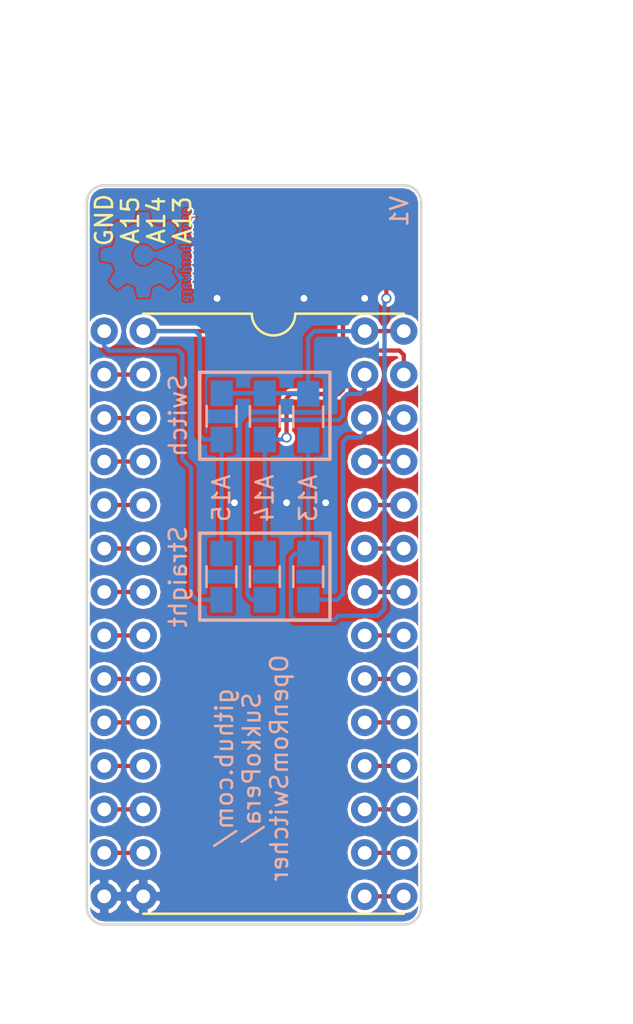
<source format=kicad_pcb>
(kicad_pcb (version 4) (host pcbnew 4.0.7)

  (general
    (links 41)
    (no_connects 0)
    (area 142.24 88.74 183.11 150.020001)
    (thickness 1.6)
    (drawings 30)
    (tracks 133)
    (zones 0)
    (modules 10)
    (nets 32)
  )

  (page A4)
  (title_block
    (title OpenRomSwitcher)
    (date 2018-01-07)
    (rev 1)
    (company SukkoPera)
  )

  (layers
    (0 F.Cu signal)
    (31 B.Cu signal)
    (36 B.SilkS user)
    (37 F.SilkS user)
    (38 B.Mask user)
    (39 F.Mask user)
    (44 Edge.Cuts user)
    (49 F.Fab user)
  )

  (setup
    (last_trace_width 0.25)
    (trace_clearance 0.2)
    (zone_clearance 0.1)
    (zone_45_only no)
    (trace_min 0.2)
    (segment_width 0.2)
    (edge_width 0.15)
    (via_size 0.6)
    (via_drill 0.4)
    (via_min_size 0.4)
    (via_min_drill 0.3)
    (uvia_size 0.3)
    (uvia_drill 0.1)
    (uvias_allowed no)
    (uvia_min_size 0.2)
    (uvia_min_drill 0.1)
    (pcb_text_width 0.3)
    (pcb_text_size 1.5 1.5)
    (mod_edge_width 0.15)
    (mod_text_size 1 1)
    (mod_text_width 0.15)
    (pad_size 1.524 1.524)
    (pad_drill 0.762)
    (pad_to_mask_clearance 0)
    (aux_axis_origin 0 0)
    (visible_elements FFFFFF7F)
    (pcbplotparams
      (layerselection 0x010f0_80000001)
      (usegerberextensions false)
      (excludeedgelayer true)
      (linewidth 0.100000)
      (plotframeref false)
      (viasonmask false)
      (mode 1)
      (useauxorigin false)
      (hpglpennumber 1)
      (hpglpenspeed 20)
      (hpglpendiameter 15)
      (hpglpenoverlay 2)
      (psnegative false)
      (psa4output false)
      (plotreference true)
      (plotvalue true)
      (plotinvisibletext false)
      (padsonsilk false)
      (subtractmaskfromsilk false)
      (outputformat 1)
      (mirror false)
      (drillshape 0)
      (scaleselection 1)
      (outputdirectory gerbers/))
  )

  (net 0 "")
  (net 1 GND)
  (net 2 "Net-(J1-Pad2)")
  (net 3 "Net-(J1-Pad3)")
  (net 4 "Net-(J1-Pad4)")
  (net 5 VCC)
  (net 6 "Net-(R4-Pad1)")
  (net 7 "Net-(R5-Pad1)")
  (net 8 "Net-(R6-Pad1)")
  (net 9 /a12)
  (net 10 /a7)
  (net 11 /a6)
  (net 12 /a5)
  (net 13 /a4)
  (net 14 /a3)
  (net 15 /a2)
  (net 16 /a1)
  (net 17 /a0)
  (net 18 /d0)
  (net 19 /d1)
  (net 20 /d2)
  (net 21 /d3)
  (net 22 /d4)
  (net 23 /d5)
  (net 24 /d6)
  (net 25 /d7)
  (net 26 "Net-(U1-Pad20)")
  (net 27 /a10)
  (net 28 "Net-(U1-Pad22)")
  (net 29 /a11)
  (net 30 /a9)
  (net 31 /a8)

  (net_class Default "This is the default net class."
    (clearance 0.2)
    (trace_width 0.25)
    (via_dia 0.6)
    (via_drill 0.4)
    (uvia_dia 0.3)
    (uvia_drill 0.1)
    (add_net /a0)
    (add_net /a1)
    (add_net /a10)
    (add_net /a11)
    (add_net /a12)
    (add_net /a2)
    (add_net /a3)
    (add_net /a4)
    (add_net /a5)
    (add_net /a6)
    (add_net /a7)
    (add_net /a8)
    (add_net /a9)
    (add_net /d0)
    (add_net /d1)
    (add_net /d2)
    (add_net /d3)
    (add_net /d4)
    (add_net /d5)
    (add_net /d6)
    (add_net /d7)
    (add_net GND)
    (add_net "Net-(J1-Pad2)")
    (add_net "Net-(J1-Pad3)")
    (add_net "Net-(J1-Pad4)")
    (add_net "Net-(R4-Pad1)")
    (add_net "Net-(R5-Pad1)")
    (add_net "Net-(R6-Pad1)")
    (add_net "Net-(U1-Pad20)")
    (add_net "Net-(U1-Pad22)")
    (add_net VCC)
  )

  (module OpenRomSwitcher:LoosePads-4 (layer F.Cu) (tedit 59C19D71) (tstamp 59C19BE5)
    (at 160.02 102.362)
    (path /59C1A2AD)
    (fp_text reference J1 (at 0 3.556) (layer F.SilkS) hide
      (effects (font (size 1 1) (thickness 0.15)))
    )
    (fp_text value CONN_01X04 (at 0 -3.556) (layer F.Fab) hide
      (effects (font (size 1 1) (thickness 0.15)))
    )
    (pad 1 smd rect (at -5.08 0 90) (size 5.08 2.54) (layers F.Cu F.Mask)
      (net 1 GND))
    (pad 2 smd rect (at -1.778 0 90) (size 5.08 2.54) (layers F.Cu F.Mask)
      (net 2 "Net-(J1-Pad2)"))
    (pad 3 smd rect (at 1.524 0 90) (size 5.08 2.54) (layers F.Cu F.Mask)
      (net 3 "Net-(J1-Pad3)"))
    (pad 4 smd rect (at 4.826 0 90) (size 5.08 2.54) (layers F.Cu F.Mask)
      (net 4 "Net-(J1-Pad4)"))
  )

  (module Resistors_SMD:R_0805_HandSoldering (layer B.Cu) (tedit 59C19E73) (tstamp 59C19BEB)
    (at 155.205001 112.55821 90)
    (descr "Resistor SMD 0805, hand soldering")
    (tags "resistor 0805")
    (path /59C19E29)
    (attr smd)
    (fp_text reference R1 (at 3.59221 -0.011001 90) (layer B.SilkS) hide
      (effects (font (size 1 1) (thickness 0.15)) (justify mirror))
    )
    (fp_text value 10k (at 0 -2.1 90) (layer B.Fab)
      (effects (font (size 1 1) (thickness 0.15)) (justify mirror))
    )
    (fp_line (start -1 -0.625) (end -1 0.625) (layer B.Fab) (width 0.1))
    (fp_line (start 1 -0.625) (end -1 -0.625) (layer B.Fab) (width 0.1))
    (fp_line (start 1 0.625) (end 1 -0.625) (layer B.Fab) (width 0.1))
    (fp_line (start -1 0.625) (end 1 0.625) (layer B.Fab) (width 0.1))
    (fp_line (start -2.4 1) (end 2.4 1) (layer B.CrtYd) (width 0.05))
    (fp_line (start -2.4 -1) (end 2.4 -1) (layer B.CrtYd) (width 0.05))
    (fp_line (start -2.4 1) (end -2.4 -1) (layer B.CrtYd) (width 0.05))
    (fp_line (start 2.4 1) (end 2.4 -1) (layer B.CrtYd) (width 0.05))
    (fp_line (start 0.6 -0.875) (end -0.6 -0.875) (layer B.SilkS) (width 0.15))
    (fp_line (start -0.6 0.875) (end 0.6 0.875) (layer B.SilkS) (width 0.15))
    (pad 1 smd rect (at -1.35 0 90) (size 1.5 1.3) (layers B.Cu B.Mask)
      (net 2 "Net-(J1-Pad2)"))
    (pad 2 smd rect (at 1.35 0 90) (size 1.5 1.3) (layers B.Cu B.Mask)
      (net 5 VCC))
    (model Resistors_SMD.3dshapes/R_0805.wrl
      (at (xyz 0 0 0))
      (scale (xyz 1 1 1))
      (rotate (xyz 0 0 0))
    )
  )

  (module Resistors_SMD:R_0805_HandSoldering (layer B.Cu) (tedit 59C19E83) (tstamp 59C19BF1)
    (at 157.734 112.55821 90)
    (descr "Resistor SMD 0805, hand soldering")
    (tags "resistor 0805")
    (path /59C19DFF)
    (attr smd)
    (fp_text reference R2 (at 3.59221 0 90) (layer B.SilkS) hide
      (effects (font (size 1 1) (thickness 0.15)) (justify mirror))
    )
    (fp_text value 10k (at 0 -2.1 90) (layer B.Fab)
      (effects (font (size 1 1) (thickness 0.15)) (justify mirror))
    )
    (fp_line (start -1 -0.625) (end -1 0.625) (layer B.Fab) (width 0.1))
    (fp_line (start 1 -0.625) (end -1 -0.625) (layer B.Fab) (width 0.1))
    (fp_line (start 1 0.625) (end 1 -0.625) (layer B.Fab) (width 0.1))
    (fp_line (start -1 0.625) (end 1 0.625) (layer B.Fab) (width 0.1))
    (fp_line (start -2.4 1) (end 2.4 1) (layer B.CrtYd) (width 0.05))
    (fp_line (start -2.4 -1) (end 2.4 -1) (layer B.CrtYd) (width 0.05))
    (fp_line (start -2.4 1) (end -2.4 -1) (layer B.CrtYd) (width 0.05))
    (fp_line (start 2.4 1) (end 2.4 -1) (layer B.CrtYd) (width 0.05))
    (fp_line (start 0.6 -0.875) (end -0.6 -0.875) (layer B.SilkS) (width 0.15))
    (fp_line (start -0.6 0.875) (end 0.6 0.875) (layer B.SilkS) (width 0.15))
    (pad 1 smd rect (at -1.35 0 90) (size 1.5 1.3) (layers B.Cu B.Mask)
      (net 3 "Net-(J1-Pad3)"))
    (pad 2 smd rect (at 1.35 0 90) (size 1.5 1.3) (layers B.Cu B.Mask)
      (net 5 VCC))
    (model Resistors_SMD.3dshapes/R_0805.wrl
      (at (xyz 0 0 0))
      (scale (xyz 1 1 1))
      (rotate (xyz 0 0 0))
    )
  )

  (module Resistors_SMD:R_0805_HandSoldering (layer B.Cu) (tedit 59C19E85) (tstamp 59C19BF7)
    (at 160.274 112.58521 90)
    (descr "Resistor SMD 0805, hand soldering")
    (tags "resistor 0805")
    (path /59C19CFE)
    (attr smd)
    (fp_text reference R3 (at 3.61921 0 90) (layer B.SilkS) hide
      (effects (font (size 1 1) (thickness 0.15)) (justify mirror))
    )
    (fp_text value 10k (at 0 -2.1 90) (layer B.Fab)
      (effects (font (size 1 1) (thickness 0.15)) (justify mirror))
    )
    (fp_line (start -1 -0.625) (end -1 0.625) (layer B.Fab) (width 0.1))
    (fp_line (start 1 -0.625) (end -1 -0.625) (layer B.Fab) (width 0.1))
    (fp_line (start 1 0.625) (end 1 -0.625) (layer B.Fab) (width 0.1))
    (fp_line (start -1 0.625) (end 1 0.625) (layer B.Fab) (width 0.1))
    (fp_line (start -2.4 1) (end 2.4 1) (layer B.CrtYd) (width 0.05))
    (fp_line (start -2.4 -1) (end 2.4 -1) (layer B.CrtYd) (width 0.05))
    (fp_line (start -2.4 1) (end -2.4 -1) (layer B.CrtYd) (width 0.05))
    (fp_line (start 2.4 1) (end 2.4 -1) (layer B.CrtYd) (width 0.05))
    (fp_line (start 0.6 -0.875) (end -0.6 -0.875) (layer B.SilkS) (width 0.15))
    (fp_line (start -0.6 0.875) (end 0.6 0.875) (layer B.SilkS) (width 0.15))
    (pad 1 smd rect (at -1.35 0 90) (size 1.5 1.3) (layers B.Cu B.Mask)
      (net 4 "Net-(J1-Pad4)"))
    (pad 2 smd rect (at 1.35 0 90) (size 1.5 1.3) (layers B.Cu B.Mask)
      (net 5 VCC))
  )

  (module Resistors_SMD:R_0805_HandSoldering (layer B.Cu) (tedit 59C19E77) (tstamp 59C19BFD)
    (at 155.194 121.92 90)
    (descr "Resistor SMD 0805, hand soldering")
    (tags "resistor 0805")
    (path /59C1ABCD)
    (attr smd)
    (fp_text reference R4 (at -3.476 0 90) (layer B.SilkS) hide
      (effects (font (size 1 1) (thickness 0.15)) (justify mirror))
    )
    (fp_text value 0R (at 0 -2.1 90) (layer B.Fab)
      (effects (font (size 1 1) (thickness 0.15)) (justify mirror))
    )
    (fp_line (start -1 -0.625) (end -1 0.625) (layer B.Fab) (width 0.1))
    (fp_line (start 1 -0.625) (end -1 -0.625) (layer B.Fab) (width 0.1))
    (fp_line (start 1 0.625) (end 1 -0.625) (layer B.Fab) (width 0.1))
    (fp_line (start -1 0.625) (end 1 0.625) (layer B.Fab) (width 0.1))
    (fp_line (start -2.4 1) (end 2.4 1) (layer B.CrtYd) (width 0.05))
    (fp_line (start -2.4 -1) (end 2.4 -1) (layer B.CrtYd) (width 0.05))
    (fp_line (start -2.4 1) (end -2.4 -1) (layer B.CrtYd) (width 0.05))
    (fp_line (start 2.4 1) (end 2.4 -1) (layer B.CrtYd) (width 0.05))
    (fp_line (start 0.6 -0.875) (end -0.6 -0.875) (layer B.SilkS) (width 0.15))
    (fp_line (start -0.6 0.875) (end 0.6 0.875) (layer B.SilkS) (width 0.15))
    (pad 1 smd rect (at -1.35 0 90) (size 1.5 1.3) (layers B.Cu B.Mask)
      (net 6 "Net-(R4-Pad1)"))
    (pad 2 smd rect (at 1.35 0 90) (size 1.5 1.3) (layers B.Cu B.Mask)
      (net 2 "Net-(J1-Pad2)"))
  )

  (module Resistors_SMD:R_0805_HandSoldering (layer B.Cu) (tedit 59C19E88) (tstamp 59C19C03)
    (at 157.734 121.92 90)
    (descr "Resistor SMD 0805, hand soldering")
    (tags "resistor 0805")
    (path /59C1AB85)
    (attr smd)
    (fp_text reference R5 (at -3.476 0 90) (layer B.SilkS) hide
      (effects (font (size 1 1) (thickness 0.15)) (justify mirror))
    )
    (fp_text value 0R (at 0 -2.1 90) (layer B.Fab)
      (effects (font (size 1 1) (thickness 0.15)) (justify mirror))
    )
    (fp_line (start -1 -0.625) (end -1 0.625) (layer B.Fab) (width 0.1))
    (fp_line (start 1 -0.625) (end -1 -0.625) (layer B.Fab) (width 0.1))
    (fp_line (start 1 0.625) (end 1 -0.625) (layer B.Fab) (width 0.1))
    (fp_line (start -1 0.625) (end 1 0.625) (layer B.Fab) (width 0.1))
    (fp_line (start -2.4 1) (end 2.4 1) (layer B.CrtYd) (width 0.05))
    (fp_line (start -2.4 -1) (end 2.4 -1) (layer B.CrtYd) (width 0.05))
    (fp_line (start -2.4 1) (end -2.4 -1) (layer B.CrtYd) (width 0.05))
    (fp_line (start 2.4 1) (end 2.4 -1) (layer B.CrtYd) (width 0.05))
    (fp_line (start 0.6 -0.875) (end -0.6 -0.875) (layer B.SilkS) (width 0.15))
    (fp_line (start -0.6 0.875) (end 0.6 0.875) (layer B.SilkS) (width 0.15))
    (pad 1 smd rect (at -1.35 0 90) (size 1.5 1.3) (layers B.Cu B.Mask)
      (net 7 "Net-(R5-Pad1)"))
    (pad 2 smd rect (at 1.35 0 90) (size 1.5 1.3) (layers B.Cu B.Mask)
      (net 3 "Net-(J1-Pad3)"))
  )

  (module Resistors_SMD:R_0805_HandSoldering (layer B.Cu) (tedit 59C19E8B) (tstamp 59C19C09)
    (at 160.274 121.92 90)
    (descr "Resistor SMD 0805, hand soldering")
    (tags "resistor 0805")
    (path /59C1A963)
    (attr smd)
    (fp_text reference R6 (at -3.476 0 90) (layer B.SilkS) hide
      (effects (font (size 1 1) (thickness 0.15)) (justify mirror))
    )
    (fp_text value 0R (at 0 -2.1 90) (layer B.Fab)
      (effects (font (size 1 1) (thickness 0.15)) (justify mirror))
    )
    (fp_line (start -1 -0.625) (end -1 0.625) (layer B.Fab) (width 0.1))
    (fp_line (start 1 -0.625) (end -1 -0.625) (layer B.Fab) (width 0.1))
    (fp_line (start 1 0.625) (end 1 -0.625) (layer B.Fab) (width 0.1))
    (fp_line (start -1 0.625) (end 1 0.625) (layer B.Fab) (width 0.1))
    (fp_line (start -2.4 1) (end 2.4 1) (layer B.CrtYd) (width 0.05))
    (fp_line (start -2.4 -1) (end 2.4 -1) (layer B.CrtYd) (width 0.05))
    (fp_line (start -2.4 1) (end -2.4 -1) (layer B.CrtYd) (width 0.05))
    (fp_line (start 2.4 1) (end 2.4 -1) (layer B.CrtYd) (width 0.05))
    (fp_line (start 0.6 -0.875) (end -0.6 -0.875) (layer B.SilkS) (width 0.15))
    (fp_line (start -0.6 0.875) (end 0.6 0.875) (layer B.SilkS) (width 0.15))
    (pad 1 smd rect (at -1.35 0 90) (size 1.5 1.3) (layers B.Cu B.Mask)
      (net 8 "Net-(R6-Pad1)"))
    (pad 2 smd rect (at 1.35 0 90) (size 1.5 1.3) (layers B.Cu B.Mask)
      (net 4 "Net-(J1-Pad4)"))
    (model Resistors_SMD.3dshapes/R_0805.wrl
      (at (xyz 0 0 0))
      (scale (xyz 1 1 1))
      (rotate (xyz 0 0 0))
    )
  )

  (module OpenRomSwitcher:DIP-28_W15.24mm-Notch locked (layer F.Cu) (tedit 597E54EC) (tstamp 59C19C49)
    (at 150.622 107.577001)
    (descr "28-lead dip package, row spacing 15.24 mm (600 mils)")
    (tags "dil dip 2.54 600")
    (path /59C197D9)
    (fp_text reference U2 (at 7.8867 17.5514) (layer F.SilkS) hide
      (effects (font (size 1 1) (thickness 0.15)))
    )
    (fp_text value SOCKET (at 7.7089 15.9512) (layer F.Fab) hide
      (effects (font (size 1 1) (thickness 0.15)))
    )
    (fp_line (start 8.89 -1.016) (end 15.24 -1.016) (layer F.SilkS) (width 0.15))
    (fp_arc (start 7.62 -1.016) (end 8.89 -1.016) (angle 180) (layer F.SilkS) (width 0.15))
    (fp_line (start -1.05 -2.45) (end -1.05 35.5) (layer F.CrtYd) (width 0.05))
    (fp_line (start 16.3 -2.45) (end 16.3 35.5) (layer F.CrtYd) (width 0.05))
    (fp_line (start -1.05 -2.45) (end 16.3 -2.45) (layer F.CrtYd) (width 0.05))
    (fp_line (start -1.05 35.5) (end 16.3 35.5) (layer F.CrtYd) (width 0.05))
    (fp_line (start 0 -1.016) (end 6.35 -1.016) (layer F.SilkS) (width 0.15))
    (fp_line (start 0 34.036) (end 15.24 34.036) (layer F.SilkS) (width 0.15))
    (pad 1 thru_hole oval (at 0 0) (size 1.6 1.6) (drill 0.8) (layers *.Cu *.Mask)
      (net 2 "Net-(J1-Pad2)"))
    (pad 2 thru_hole oval (at 0 2.54) (size 1.6 1.6) (drill 0.8) (layers *.Cu *.Mask)
      (net 9 /a12))
    (pad 3 thru_hole oval (at 0 5.08) (size 1.6 1.6) (drill 0.8) (layers *.Cu *.Mask)
      (net 10 /a7))
    (pad 4 thru_hole oval (at 0 7.62) (size 1.6 1.6) (drill 0.8) (layers *.Cu *.Mask)
      (net 11 /a6))
    (pad 5 thru_hole oval (at 0 10.16) (size 1.6 1.6) (drill 0.8) (layers *.Cu *.Mask)
      (net 12 /a5))
    (pad 6 thru_hole oval (at 0 12.7) (size 1.6 1.6) (drill 0.8) (layers *.Cu *.Mask)
      (net 13 /a4))
    (pad 7 thru_hole oval (at 0 15.24) (size 1.6 1.6) (drill 0.8) (layers *.Cu *.Mask)
      (net 14 /a3))
    (pad 8 thru_hole oval (at 0 17.78) (size 1.6 1.6) (drill 0.8) (layers *.Cu *.Mask)
      (net 15 /a2))
    (pad 9 thru_hole oval (at 0 20.32) (size 1.6 1.6) (drill 0.8) (layers *.Cu *.Mask)
      (net 16 /a1))
    (pad 10 thru_hole oval (at 0 22.86) (size 1.6 1.6) (drill 0.8) (layers *.Cu *.Mask)
      (net 17 /a0))
    (pad 11 thru_hole oval (at 0 25.4) (size 1.6 1.6) (drill 0.8) (layers *.Cu *.Mask)
      (net 18 /d0))
    (pad 12 thru_hole oval (at 0 27.94) (size 1.6 1.6) (drill 0.8) (layers *.Cu *.Mask)
      (net 19 /d1))
    (pad 13 thru_hole oval (at 0 30.48) (size 1.6 1.6) (drill 0.8) (layers *.Cu *.Mask)
      (net 20 /d2))
    (pad 14 thru_hole oval (at 0 33.02) (size 1.6 1.6) (drill 0.8) (layers *.Cu *.Mask)
      (net 1 GND))
    (pad 15 thru_hole oval (at 15.24 33.02) (size 1.6 1.6) (drill 0.8) (layers *.Cu *.Mask)
      (net 21 /d3))
    (pad 16 thru_hole oval (at 15.24 30.48) (size 1.6 1.6) (drill 0.8) (layers *.Cu *.Mask)
      (net 22 /d4))
    (pad 17 thru_hole oval (at 15.24 27.94) (size 1.6 1.6) (drill 0.8) (layers *.Cu *.Mask)
      (net 23 /d5))
    (pad 18 thru_hole oval (at 15.24 25.4) (size 1.6 1.6) (drill 0.8) (layers *.Cu *.Mask)
      (net 24 /d6))
    (pad 19 thru_hole oval (at 15.24 22.86) (size 1.6 1.6) (drill 0.8) (layers *.Cu *.Mask)
      (net 25 /d7))
    (pad 20 thru_hole oval (at 15.24 20.32) (size 1.6 1.6) (drill 0.8) (layers *.Cu *.Mask)
      (net 26 "Net-(U1-Pad20)"))
    (pad 21 thru_hole oval (at 15.24 17.78) (size 1.6 1.6) (drill 0.8) (layers *.Cu *.Mask)
      (net 27 /a10))
    (pad 22 thru_hole oval (at 15.24 15.24) (size 1.6 1.6) (drill 0.8) (layers *.Cu *.Mask)
      (net 28 "Net-(U1-Pad22)"))
    (pad 23 thru_hole oval (at 15.24 12.7) (size 1.6 1.6) (drill 0.8) (layers *.Cu *.Mask)
      (net 29 /a11))
    (pad 24 thru_hole oval (at 15.24 10.16) (size 1.6 1.6) (drill 0.8) (layers *.Cu *.Mask)
      (net 30 /a9))
    (pad 25 thru_hole oval (at 15.24 7.62) (size 1.6 1.6) (drill 0.8) (layers *.Cu *.Mask)
      (net 31 /a8))
    (pad 26 thru_hole oval (at 15.24 5.08) (size 1.6 1.6) (drill 0.8) (layers *.Cu *.Mask)
      (net 4 "Net-(J1-Pad4)"))
    (pad 27 thru_hole oval (at 15.24 2.54) (size 1.6 1.6) (drill 0.8) (layers *.Cu *.Mask)
      (net 3 "Net-(J1-Pad3)"))
    (pad 28 thru_hole oval (at 15.24 0) (size 1.6 1.6) (drill 0.8) (layers *.Cu *.Mask)
      (net 5 VCC))
    (model /home/sukko/Documents/kicad/lib/kicad_libs/modules/packages3d/walter/pth_circuits/dil_28-600_socket.wrl
      (at (xyz 0.3 -0.65 0))
      (scale (xyz 1 1 1))
      (rotate (xyz 0 0 90))
    )
  )

  (module OpenRomSwitcher:DIP-28_W15.24mm-NoSilkS locked (layer F.Cu) (tedit 59C19E10) (tstamp 59C19E76)
    (at 148.336 107.577001)
    (descr "28-lead dip package, row spacing 15.24 mm (600 mils)")
    (tags "dil dip 2.54 600")
    (path /59C1971E)
    (fp_text reference U1 (at 14.224 -3.048) (layer F.SilkS) hide
      (effects (font (size 1 1) (thickness 0.15)))
    )
    (fp_text value PLUG (at 0 -3.72) (layer F.Fab) hide
      (effects (font (size 1 1) (thickness 0.15)))
    )
    (fp_line (start -1.05 -2.45) (end -1.05 35.5) (layer F.CrtYd) (width 0.05))
    (fp_line (start 16.3 -2.45) (end 16.3 35.5) (layer F.CrtYd) (width 0.05))
    (fp_line (start -1.05 -2.45) (end 16.3 -2.45) (layer F.CrtYd) (width 0.05))
    (fp_line (start -1.05 35.5) (end 16.3 35.5) (layer F.CrtYd) (width 0.05))
    (pad 1 thru_hole oval (at 0 0) (size 1.6 1.6) (drill 0.8) (layers *.Cu *.Mask)
      (net 6 "Net-(R4-Pad1)"))
    (pad 2 thru_hole oval (at 0 2.54) (size 1.6 1.6) (drill 0.8) (layers *.Cu *.Mask)
      (net 9 /a12))
    (pad 3 thru_hole oval (at 0 5.08) (size 1.6 1.6) (drill 0.8) (layers *.Cu *.Mask)
      (net 10 /a7))
    (pad 4 thru_hole oval (at 0 7.62) (size 1.6 1.6) (drill 0.8) (layers *.Cu *.Mask)
      (net 11 /a6))
    (pad 5 thru_hole oval (at 0 10.16) (size 1.6 1.6) (drill 0.8) (layers *.Cu *.Mask)
      (net 12 /a5))
    (pad 6 thru_hole oval (at 0 12.7) (size 1.6 1.6) (drill 0.8) (layers *.Cu *.Mask)
      (net 13 /a4))
    (pad 7 thru_hole oval (at 0 15.24) (size 1.6 1.6) (drill 0.8) (layers *.Cu *.Mask)
      (net 14 /a3))
    (pad 8 thru_hole oval (at 0 17.78) (size 1.6 1.6) (drill 0.8) (layers *.Cu *.Mask)
      (net 15 /a2))
    (pad 9 thru_hole oval (at 0 20.32) (size 1.6 1.6) (drill 0.8) (layers *.Cu *.Mask)
      (net 16 /a1))
    (pad 10 thru_hole oval (at 0 22.86) (size 1.6 1.6) (drill 0.8) (layers *.Cu *.Mask)
      (net 17 /a0))
    (pad 11 thru_hole oval (at 0 25.4) (size 1.6 1.6) (drill 0.8) (layers *.Cu *.Mask)
      (net 18 /d0))
    (pad 12 thru_hole oval (at 0 27.94) (size 1.6 1.6) (drill 0.8) (layers *.Cu *.Mask)
      (net 19 /d1))
    (pad 13 thru_hole oval (at 0 30.48) (size 1.6 1.6) (drill 0.8) (layers *.Cu *.Mask)
      (net 20 /d2))
    (pad 14 thru_hole oval (at 0 33.02) (size 1.6 1.6) (drill 0.8) (layers *.Cu *.Mask)
      (net 1 GND))
    (pad 15 thru_hole oval (at 15.24 33.02) (size 1.6 1.6) (drill 0.8) (layers *.Cu *.Mask)
      (net 21 /d3))
    (pad 16 thru_hole oval (at 15.24 30.48) (size 1.6 1.6) (drill 0.8) (layers *.Cu *.Mask)
      (net 22 /d4))
    (pad 17 thru_hole oval (at 15.24 27.94) (size 1.6 1.6) (drill 0.8) (layers *.Cu *.Mask)
      (net 23 /d5))
    (pad 18 thru_hole oval (at 15.24 25.4) (size 1.6 1.6) (drill 0.8) (layers *.Cu *.Mask)
      (net 24 /d6))
    (pad 19 thru_hole oval (at 15.24 22.86) (size 1.6 1.6) (drill 0.8) (layers *.Cu *.Mask)
      (net 25 /d7))
    (pad 20 thru_hole oval (at 15.24 20.32) (size 1.6 1.6) (drill 0.8) (layers *.Cu *.Mask)
      (net 26 "Net-(U1-Pad20)"))
    (pad 21 thru_hole oval (at 15.24 17.78) (size 1.6 1.6) (drill 0.8) (layers *.Cu *.Mask)
      (net 27 /a10))
    (pad 22 thru_hole oval (at 15.24 15.24) (size 1.6 1.6) (drill 0.8) (layers *.Cu *.Mask)
      (net 28 "Net-(U1-Pad22)"))
    (pad 23 thru_hole oval (at 15.24 12.7) (size 1.6 1.6) (drill 0.8) (layers *.Cu *.Mask)
      (net 29 /a11))
    (pad 24 thru_hole oval (at 15.24 10.16) (size 1.6 1.6) (drill 0.8) (layers *.Cu *.Mask)
      (net 30 /a9))
    (pad 25 thru_hole oval (at 15.24 7.62) (size 1.6 1.6) (drill 0.8) (layers *.Cu *.Mask)
      (net 31 /a8))
    (pad 26 thru_hole oval (at 15.24 5.08) (size 1.6 1.6) (drill 0.8) (layers *.Cu *.Mask)
      (net 8 "Net-(R6-Pad1)"))
    (pad 27 thru_hole oval (at 15.24 2.54) (size 1.6 1.6) (drill 0.8) (layers *.Cu *.Mask)
      (net 7 "Net-(R5-Pad1)"))
    (pad 28 thru_hole oval (at 15.24 0) (size 1.6 1.6) (drill 0.8) (layers *.Cu *.Mask)
      (net 5 VCC))
    (model /home/sukko/Documents/kicad/lib/kicad_libs/modules/packages3d/walter/pin_strip/pin_strip_14.wrl
      (at (xyz 0 -0.65 -0.07000000000000001))
      (scale (xyz 1 1 -1))
      (rotate (xyz 0 0 90))
    )
    (model /home/sukko/Documents/kicad/lib/kicad_libs/modules/packages3d/walter/pin_strip/pin_strip_14.wrl
      (at (xyz 0.6 -0.65 -0.07000000000000001))
      (scale (xyz 1 1 -1))
      (rotate (xyz 0 0 90))
    )
  )

  (module w_logo:Logo_copper_OSHW_6x6mm (layer B.Cu) (tedit 0) (tstamp 59C2B3E4)
    (at 150.368 103.124 270)
    (descr "Open Hardware Logo, 6x6mm")
    (fp_text reference G*** (at 0 0 270) (layer B.SilkS) hide
      (effects (font (size 0.22606 0.22606) (thickness 0.04318)) (justify mirror))
    )
    (fp_text value LOGO (at 0 -0.3 270) (layer B.SilkS) hide
      (effects (font (size 0.22606 0.22606) (thickness 0.04318)) (justify mirror))
    )
    (fp_line (start 2.16 -2.62) (end 2.16 -3.08) (layer B.Cu) (width 0.075))
    (fp_line (start 2.25 -2.62) (end 2.3 -2.62) (layer B.Cu) (width 0.075))
    (fp_line (start 2.2 -2.65) (end 2.25 -2.62) (layer B.Cu) (width 0.075))
    (fp_line (start 2.18 -2.67) (end 2.2 -2.65) (layer B.Cu) (width 0.075))
    (fp_line (start 2.16 -2.74) (end 2.18 -2.67) (layer B.Cu) (width 0.075))
    (fp_line (start 2.6 -3.08) (end 2.65 -3.05) (layer B.Cu) (width 0.075))
    (fp_line (start 2.5 -3.08) (end 2.6 -3.08) (layer B.Cu) (width 0.075))
    (fp_line (start 2.46 -3.05) (end 2.5 -3.08) (layer B.Cu) (width 0.075))
    (fp_line (start 2.44 -2.98) (end 2.46 -3.05) (layer B.Cu) (width 0.075))
    (fp_line (start 2.44 -2.71) (end 2.44 -2.98) (layer B.Cu) (width 0.075))
    (fp_line (start 2.47 -2.65) (end 2.44 -2.71) (layer B.Cu) (width 0.075))
    (fp_line (start 2.51 -2.62) (end 2.47 -2.65) (layer B.Cu) (width 0.075))
    (fp_line (start 2.61 -2.62) (end 2.51 -2.62) (layer B.Cu) (width 0.075))
    (fp_line (start 2.65 -2.66) (end 2.61 -2.62) (layer B.Cu) (width 0.075))
    (fp_line (start 2.67 -2.73) (end 2.65 -2.66) (layer B.Cu) (width 0.075))
    (fp_line (start 2.67 -2.85) (end 2.67 -2.73) (layer B.Cu) (width 0.075))
    (fp_line (start 2.67 -2.85) (end 2.44 -2.85) (layer B.Cu) (width 0.075))
    (fp_line (start 1.92 -2.71) (end 1.92 -3.08) (layer B.Cu) (width 0.075))
    (fp_line (start 1.89 -2.65) (end 1.92 -2.71) (layer B.Cu) (width 0.075))
    (fp_line (start 1.85 -2.62) (end 1.89 -2.65) (layer B.Cu) (width 0.075))
    (fp_line (start 1.75 -2.62) (end 1.85 -2.62) (layer B.Cu) (width 0.075))
    (fp_line (start 1.7 -2.65) (end 1.75 -2.62) (layer B.Cu) (width 0.075))
    (fp_line (start 1.76 -2.81) (end 1.71 -2.84) (layer B.Cu) (width 0.075))
    (fp_line (start 1.88 -2.81) (end 1.76 -2.81) (layer B.Cu) (width 0.075))
    (fp_line (start 1.92 -2.78) (end 1.88 -2.81) (layer B.Cu) (width 0.075))
    (fp_line (start 1.87 -3.08) (end 1.92 -3.04) (layer B.Cu) (width 0.075))
    (fp_line (start 1.75 -3.08) (end 1.87 -3.08) (layer B.Cu) (width 0.075))
    (fp_line (start 1.7 -3.04) (end 1.75 -3.08) (layer B.Cu) (width 0.075))
    (fp_line (start 1.68 -2.98) (end 1.7 -3.04) (layer B.Cu) (width 0.075))
    (fp_line (start 1.68 -2.91) (end 1.68 -2.98) (layer B.Cu) (width 0.075))
    (fp_line (start 1.71 -2.84) (end 1.68 -2.91) (layer B.Cu) (width 0.075))
    (fp_line (start 1.13 -2.62) (end 1.23 -3.08) (layer B.Cu) (width 0.075))
    (fp_line (start 1.23 -3.08) (end 1.32 -2.74) (layer B.Cu) (width 0.075))
    (fp_line (start 1.32 -2.74) (end 1.42 -3.08) (layer B.Cu) (width 0.075))
    (fp_line (start 1.42 -3.08) (end 1.52 -2.62) (layer B.Cu) (width 0.075))
    (fp_line (start 0.94 -3.05) (end 0.9 -3.08) (layer B.Cu) (width 0.075))
    (fp_line (start 0.9 -3.08) (end 0.79 -3.08) (layer B.Cu) (width 0.075))
    (fp_line (start 0.79 -3.08) (end 0.75 -3.05) (layer B.Cu) (width 0.075))
    (fp_line (start 0.75 -3.05) (end 0.73 -3.02) (layer B.Cu) (width 0.075))
    (fp_line (start 0.73 -3.02) (end 0.7 -2.95) (layer B.Cu) (width 0.075))
    (fp_line (start 0.7 -2.95) (end 0.7 -2.75) (layer B.Cu) (width 0.075))
    (fp_line (start 0.7 -2.75) (end 0.73 -2.68) (layer B.Cu) (width 0.075))
    (fp_line (start 0.73 -2.68) (end 0.75 -2.65) (layer B.Cu) (width 0.075))
    (fp_line (start 0.75 -2.65) (end 0.81 -2.61) (layer B.Cu) (width 0.075))
    (fp_line (start 0.81 -2.61) (end 0.88 -2.61) (layer B.Cu) (width 0.075))
    (fp_line (start 0.88 -2.61) (end 0.94 -2.65) (layer B.Cu) (width 0.075))
    (fp_line (start 0.94 -2.38) (end 0.94 -3.08) (layer B.Cu) (width 0.075))
    (fp_line (start 0.42 -2.74) (end 0.44 -2.67) (layer B.Cu) (width 0.075))
    (fp_line (start 0.44 -2.67) (end 0.46 -2.65) (layer B.Cu) (width 0.075))
    (fp_line (start 0.46 -2.65) (end 0.51 -2.62) (layer B.Cu) (width 0.075))
    (fp_line (start 0.51 -2.62) (end 0.56 -2.62) (layer B.Cu) (width 0.075))
    (fp_line (start 0.42 -2.62) (end 0.42 -3.08) (layer B.Cu) (width 0.075))
    (fp_line (start -0.03 -2.84) (end -0.06 -2.91) (layer B.Cu) (width 0.075))
    (fp_line (start -0.06 -2.91) (end -0.06 -2.98) (layer B.Cu) (width 0.075))
    (fp_line (start -0.06 -2.98) (end -0.04 -3.04) (layer B.Cu) (width 0.075))
    (fp_line (start -0.04 -3.04) (end 0.01 -3.08) (layer B.Cu) (width 0.075))
    (fp_line (start 0.01 -3.08) (end 0.13 -3.08) (layer B.Cu) (width 0.075))
    (fp_line (start 0.13 -3.08) (end 0.18 -3.04) (layer B.Cu) (width 0.075))
    (fp_line (start 0.18 -2.78) (end 0.14 -2.81) (layer B.Cu) (width 0.075))
    (fp_line (start 0.14 -2.81) (end 0.02 -2.81) (layer B.Cu) (width 0.075))
    (fp_line (start 0.02 -2.81) (end -0.03 -2.84) (layer B.Cu) (width 0.075))
    (fp_line (start -0.04 -2.65) (end 0.01 -2.62) (layer B.Cu) (width 0.075))
    (fp_line (start 0.01 -2.62) (end 0.11 -2.62) (layer B.Cu) (width 0.075))
    (fp_line (start 0.11 -2.62) (end 0.15 -2.65) (layer B.Cu) (width 0.075))
    (fp_line (start 0.15 -2.65) (end 0.18 -2.71) (layer B.Cu) (width 0.075))
    (fp_line (start 0.18 -2.71) (end 0.18 -3.08) (layer B.Cu) (width 0.075))
    (fp_line (start -0.49 -2.69) (end -0.47 -2.65) (layer B.Cu) (width 0.075))
    (fp_line (start -0.47 -2.65) (end -0.42 -2.62) (layer B.Cu) (width 0.075))
    (fp_line (start -0.42 -2.62) (end -0.34 -2.62) (layer B.Cu) (width 0.075))
    (fp_line (start -0.34 -2.62) (end -0.3 -2.65) (layer B.Cu) (width 0.075))
    (fp_line (start -0.3 -2.65) (end -0.28 -2.71) (layer B.Cu) (width 0.075))
    (fp_line (start -0.28 -2.71) (end -0.28 -3.08) (layer B.Cu) (width 0.075))
    (fp_line (start -0.49 -2.38) (end -0.49 -3.08) (layer B.Cu) (width 0.075))
    (fp_line (start -1.54 -2.85) (end -1.77 -2.85) (layer B.Cu) (width 0.075))
    (fp_line (start -1.32 -2.68) (end -1.3 -2.65) (layer B.Cu) (width 0.075))
    (fp_line (start -1.3 -2.65) (end -1.26 -2.62) (layer B.Cu) (width 0.075))
    (fp_line (start -1.26 -2.62) (end -1.17 -2.62) (layer B.Cu) (width 0.075))
    (fp_line (start -1.17 -2.62) (end -1.13 -2.65) (layer B.Cu) (width 0.075))
    (fp_line (start -1.13 -2.65) (end -1.11 -2.71) (layer B.Cu) (width 0.075))
    (fp_line (start -1.11 -2.71) (end -1.11 -3.08) (layer B.Cu) (width 0.075))
    (fp_line (start -1.32 -2.62) (end -1.32 -3.08) (layer B.Cu) (width 0.075))
    (fp_line (start -1.54 -2.85) (end -1.54 -2.73) (layer B.Cu) (width 0.075))
    (fp_line (start -1.54 -2.73) (end -1.56 -2.66) (layer B.Cu) (width 0.075))
    (fp_line (start -1.56 -2.66) (end -1.6 -2.62) (layer B.Cu) (width 0.075))
    (fp_line (start -1.6 -2.62) (end -1.7 -2.62) (layer B.Cu) (width 0.075))
    (fp_line (start -1.7 -2.62) (end -1.74 -2.65) (layer B.Cu) (width 0.075))
    (fp_line (start -1.74 -2.65) (end -1.77 -2.71) (layer B.Cu) (width 0.075))
    (fp_line (start -1.77 -2.71) (end -1.77 -2.98) (layer B.Cu) (width 0.075))
    (fp_line (start -1.77 -2.98) (end -1.75 -3.05) (layer B.Cu) (width 0.075))
    (fp_line (start -1.75 -3.05) (end -1.71 -3.08) (layer B.Cu) (width 0.075))
    (fp_line (start -1.71 -3.08) (end -1.61 -3.08) (layer B.Cu) (width 0.075))
    (fp_line (start -1.61 -3.08) (end -1.56 -3.05) (layer B.Cu) (width 0.075))
    (fp_line (start -2.2 -2.65) (end -2.16 -2.62) (layer B.Cu) (width 0.075))
    (fp_line (start -2.16 -2.62) (end -2.06 -2.62) (layer B.Cu) (width 0.075))
    (fp_line (start -2.06 -2.62) (end -2.02 -2.65) (layer B.Cu) (width 0.075))
    (fp_line (start -2.02 -2.65) (end -1.99 -2.68) (layer B.Cu) (width 0.075))
    (fp_line (start -1.99 -2.68) (end -1.97 -2.74) (layer B.Cu) (width 0.075))
    (fp_line (start -1.97 -2.74) (end -1.97 -2.96) (layer B.Cu) (width 0.075))
    (fp_line (start -1.97 -2.96) (end -1.99 -3.02) (layer B.Cu) (width 0.075))
    (fp_line (start -1.99 -3.02) (end -2.01 -3.05) (layer B.Cu) (width 0.075))
    (fp_line (start -2.01 -3.05) (end -2.05 -3.08) (layer B.Cu) (width 0.075))
    (fp_line (start -2.05 -3.08) (end -2.15 -3.08) (layer B.Cu) (width 0.075))
    (fp_line (start -2.15 -3.08) (end -2.2 -3.05) (layer B.Cu) (width 0.075))
    (fp_line (start -2.2 -3.32) (end -2.2 -2.62) (layer B.Cu) (width 0.075))
    (fp_line (start -2.51 -2.62) (end -2.59 -2.62) (layer B.Cu) (width 0.075))
    (fp_line (start -2.59 -2.62) (end -2.63 -2.65) (layer B.Cu) (width 0.075))
    (fp_line (start -2.63 -2.65) (end -2.65 -2.68) (layer B.Cu) (width 0.075))
    (fp_line (start -2.65 -2.68) (end -2.68 -2.75) (layer B.Cu) (width 0.075))
    (fp_line (start -2.59 -3.08) (end -2.51 -3.08) (layer B.Cu) (width 0.075))
    (fp_line (start -2.51 -3.08) (end -2.46 -3.05) (layer B.Cu) (width 0.075))
    (fp_line (start -2.46 -3.05) (end -2.44 -3.02) (layer B.Cu) (width 0.075))
    (fp_line (start -2.44 -3.02) (end -2.42 -2.95) (layer B.Cu) (width 0.075))
    (fp_line (start -2.42 -2.95) (end -2.42 -2.75) (layer B.Cu) (width 0.075))
    (fp_line (start -2.42 -2.75) (end -2.44 -2.69) (layer B.Cu) (width 0.075))
    (fp_line (start -2.44 -2.69) (end -2.46 -2.66) (layer B.Cu) (width 0.075))
    (fp_line (start -2.46 -2.66) (end -2.51 -2.62) (layer B.Cu) (width 0.075))
    (fp_line (start -2.68 -2.75) (end -2.68 -2.95) (layer B.Cu) (width 0.075))
    (fp_line (start -2.68 -2.95) (end -2.66 -3.01) (layer B.Cu) (width 0.075))
    (fp_line (start -2.66 -3.01) (end -2.64 -3.04) (layer B.Cu) (width 0.075))
    (fp_line (start -2.64 -3.04) (end -2.59 -3.08) (layer B.Cu) (width 0.075))
    (fp_poly (pts (xy -1.51384 -2.24536) (xy -1.48844 -2.23012) (xy -1.43002 -2.19456) (xy -1.3462 -2.13868)
      (xy -1.24714 -2.07264) (xy -1.14808 -2.0066) (xy -1.0668 -1.95326) (xy -1.01092 -1.91516)
      (xy -0.98552 -1.90246) (xy -0.97282 -1.90754) (xy -0.9271 -1.9304) (xy -0.85852 -1.96596)
      (xy -0.81788 -1.98628) (xy -0.75692 -2.01168) (xy -0.7239 -2.0193) (xy -0.71882 -2.00914)
      (xy -0.69596 -1.96088) (xy -0.6604 -1.8796) (xy -0.61468 -1.77038) (xy -0.5588 -1.64338)
      (xy -0.50292 -1.50876) (xy -0.4445 -1.36906) (xy -0.38862 -1.23444) (xy -0.34036 -1.11506)
      (xy -0.29972 -1.01854) (xy -0.27432 -0.94996) (xy -0.26416 -0.92202) (xy -0.2667 -0.9144)
      (xy -0.29972 -0.88392) (xy -0.35306 -0.84328) (xy -0.47244 -0.74676) (xy -0.58928 -0.60198)
      (xy -0.6604 -0.43688) (xy -0.68326 -0.25146) (xy -0.66294 -0.08128) (xy -0.5969 0.08128)
      (xy -0.4826 0.2286) (xy -0.3429 0.33782) (xy -0.18034 0.4064) (xy 0 0.42926)
      (xy 0.17272 0.40894) (xy 0.34036 0.3429) (xy 0.48768 0.23114) (xy 0.55118 0.16002)
      (xy 0.63754 0.01016) (xy 0.6858 -0.14732) (xy 0.69088 -0.18796) (xy 0.68326 -0.36322)
      (xy 0.63246 -0.5334) (xy 0.53848 -0.68326) (xy 0.40894 -0.80772) (xy 0.3937 -0.81788)
      (xy 0.33528 -0.8636) (xy 0.29464 -0.89408) (xy 0.26416 -0.91948) (xy 0.48768 -1.45796)
      (xy 0.52324 -1.54178) (xy 0.5842 -1.6891) (xy 0.63754 -1.8161) (xy 0.68072 -1.9177)
      (xy 0.7112 -1.98374) (xy 0.7239 -2.01168) (xy 0.7239 -2.01422) (xy 0.74422 -2.01676)
      (xy 0.78486 -2.00152) (xy 0.86106 -1.96596) (xy 0.90932 -1.94056) (xy 0.96774 -1.91262)
      (xy 0.99314 -1.90246) (xy 1.016 -1.91516) (xy 1.06934 -1.95072) (xy 1.15062 -2.00406)
      (xy 1.24714 -2.06756) (xy 1.33858 -2.13106) (xy 1.4224 -2.18694) (xy 1.48336 -2.22504)
      (xy 1.51384 -2.24282) (xy 1.51892 -2.24282) (xy 1.54432 -2.22758) (xy 1.59258 -2.18694)
      (xy 1.66624 -2.11836) (xy 1.77038 -2.01422) (xy 1.78562 -1.99898) (xy 1.87198 -1.91262)
      (xy 1.94056 -1.83896) (xy 1.98628 -1.78816) (xy 2.00406 -1.7653) (xy 2.00406 -1.7653)
      (xy 1.98882 -1.73482) (xy 1.95072 -1.67386) (xy 1.89484 -1.5875) (xy 1.82626 -1.48844)
      (xy 1.64846 -1.22936) (xy 1.74498 -0.98552) (xy 1.77546 -0.90932) (xy 1.81356 -0.82042)
      (xy 1.8415 -0.75438) (xy 1.85674 -0.72644) (xy 1.88214 -0.71628) (xy 1.95072 -0.70104)
      (xy 2.04724 -0.68072) (xy 2.16154 -0.6604) (xy 2.2733 -0.64008) (xy 2.37236 -0.61976)
      (xy 2.44348 -0.60706) (xy 2.4765 -0.59944) (xy 2.48412 -0.59436) (xy 2.49174 -0.57912)
      (xy 2.49428 -0.5461) (xy 2.49682 -0.48514) (xy 2.49936 -0.39116) (xy 2.49936 -0.25146)
      (xy 2.49936 -0.23622) (xy 2.49682 -0.10668) (xy 2.49428 0) (xy 2.49174 0.06604)
      (xy 2.48666 0.09398) (xy 2.48666 0.09398) (xy 2.45618 0.1016) (xy 2.38506 0.11684)
      (xy 2.286 0.13462) (xy 2.16662 0.15748) (xy 2.159 0.16002) (xy 2.04216 0.18288)
      (xy 1.9431 0.2032) (xy 1.87198 0.21844) (xy 1.84404 0.2286) (xy 1.83642 0.23622)
      (xy 1.81356 0.28194) (xy 1.78054 0.3556) (xy 1.7399 0.4445) (xy 1.7018 0.53848)
      (xy 1.66878 0.6223) (xy 1.64592 0.68326) (xy 1.6383 0.7112) (xy 1.64084 0.71374)
      (xy 1.65862 0.74168) (xy 1.69926 0.80264) (xy 1.75514 0.88646) (xy 1.82372 0.98806)
      (xy 1.8288 0.99568) (xy 1.89738 1.09474) (xy 1.95326 1.1811) (xy 1.98882 1.23952)
      (xy 2.00406 1.26746) (xy 2.00406 1.27) (xy 1.9812 1.30048) (xy 1.9304 1.35636)
      (xy 1.85674 1.43256) (xy 1.77038 1.52146) (xy 1.74244 1.54686) (xy 1.64338 1.64338)
      (xy 1.57734 1.70434) (xy 1.53416 1.73736) (xy 1.51384 1.74498) (xy 1.51384 1.74498)
      (xy 1.48336 1.7272) (xy 1.41986 1.68656) (xy 1.33604 1.62814) (xy 1.23444 1.55956)
      (xy 1.22682 1.55448) (xy 1.12776 1.4859) (xy 1.04394 1.43002) (xy 0.98552 1.38938)
      (xy 0.95758 1.37414) (xy 0.95504 1.37414) (xy 0.9144 1.38684) (xy 0.84328 1.41224)
      (xy 0.75438 1.44526) (xy 0.66294 1.48336) (xy 0.57912 1.51892) (xy 0.51562 1.54686)
      (xy 0.48514 1.56464) (xy 0.48514 1.56464) (xy 0.47498 1.6002) (xy 0.4572 1.6764)
      (xy 0.43688 1.778) (xy 0.41148 1.89992) (xy 0.40894 1.92024) (xy 0.38608 2.03962)
      (xy 0.3683 2.13868) (xy 0.35306 2.20726) (xy 0.34544 2.2352) (xy 0.3302 2.23774)
      (xy 0.27178 2.24282) (xy 0.18288 2.24536) (xy 0.07366 2.24536) (xy -0.0381 2.24536)
      (xy -0.14732 2.24282) (xy -0.2413 2.24028) (xy -0.30988 2.2352) (xy -0.33782 2.23012)
      (xy -0.33782 2.22758) (xy -0.34798 2.18948) (xy -0.36576 2.11582) (xy -0.38608 2.01168)
      (xy -0.40894 1.88976) (xy -0.41402 1.8669) (xy -0.43688 1.75006) (xy -0.4572 1.651)
      (xy -0.4699 1.58496) (xy -0.47752 1.55702) (xy -0.49022 1.55194) (xy -0.53848 1.53162)
      (xy -0.61722 1.4986) (xy -0.71628 1.45796) (xy -0.94488 1.36652) (xy -1.22682 1.55702)
      (xy -1.25222 1.5748) (xy -1.35382 1.64338) (xy -1.4351 1.69926) (xy -1.49352 1.73736)
      (xy -1.51638 1.75006) (xy -1.51892 1.75006) (xy -1.54686 1.72466) (xy -1.60274 1.67132)
      (xy -1.67894 1.59766) (xy -1.76784 1.5113) (xy -1.83134 1.44526) (xy -1.91008 1.36652)
      (xy -1.95834 1.31318) (xy -1.98628 1.28016) (xy -1.9939 1.25984) (xy -1.99136 1.2446)
      (xy -1.97358 1.21666) (xy -1.93294 1.1557) (xy -1.87452 1.06934) (xy -1.80594 0.97028)
      (xy -1.75006 0.88646) (xy -1.6891 0.79248) (xy -1.651 0.72644) (xy -1.63576 0.69342)
      (xy -1.64084 0.68072) (xy -1.65862 0.62484) (xy -1.69418 0.54102) (xy -1.73482 0.44196)
      (xy -1.83388 0.22098) (xy -1.97866 0.19304) (xy -2.06756 0.17526) (xy -2.18948 0.1524)
      (xy -2.30886 0.12954) (xy -2.49174 0.09398) (xy -2.49936 -0.58166) (xy -2.47142 -0.59436)
      (xy -2.44348 -0.60198) (xy -2.3749 -0.61722) (xy -2.27838 -0.63754) (xy -2.16154 -0.65786)
      (xy -2.06502 -0.67564) (xy -1.96596 -0.69596) (xy -1.89484 -0.70866) (xy -1.86436 -0.71628)
      (xy -1.8542 -0.72644) (xy -1.83134 -0.7747) (xy -1.79578 -0.8509) (xy -1.75514 -0.94234)
      (xy -1.71704 -1.03632) (xy -1.68148 -1.12522) (xy -1.65862 -1.19126) (xy -1.64846 -1.22428)
      (xy -1.66116 -1.25222) (xy -1.69926 -1.31064) (xy -1.7526 -1.39192) (xy -1.82118 -1.49098)
      (xy -1.88722 -1.5875) (xy -1.94564 -1.67132) (xy -1.98374 -1.73228) (xy -2.00152 -1.76022)
      (xy -1.99136 -1.778) (xy -1.95326 -1.82626) (xy -1.8796 -1.90246) (xy -1.76784 -2.01168)
      (xy -1.75006 -2.02946) (xy -1.6637 -2.11328) (xy -1.59004 -2.18186) (xy -1.5367 -2.22758)
      (xy -1.51384 -2.24536)) (layer B.Cu) (width 0.00254))
  )

  (gr_text V1 (at 165.608 100.584 90) (layer B.SilkS)
    (effects (font (size 1 1) (thickness 0.15)) (justify mirror))
  )
  (gr_arc (start 148.336 141.224) (end 148.336 142.24) (angle 90) (layer Edge.Cuts) (width 0.15))
  (gr_arc (start 165.862 141.224) (end 166.878 141.224) (angle 90) (layer Edge.Cuts) (width 0.15))
  (gr_arc (start 165.862 100.076) (end 165.862 99.06) (angle 90) (layer Edge.Cuts) (width 0.15))
  (gr_arc (start 148.336 100.076) (end 147.32 100.076) (angle 90) (layer Edge.Cuts) (width 0.15))
  (gr_text "github.com/\nSukkoPera/\nOpenRomSwitcher" (at 156.972 133.096 90) (layer B.SilkS)
    (effects (font (size 1 1) (thickness 0.15)) (justify mirror))
  )
  (gr_text GND (at 148.336 101.092 90) (layer F.SilkS) (tstamp 59C1A241)
    (effects (font (size 1 1) (thickness 0.15)))
  )
  (gr_text A13 (at 152.908 101.092 90) (layer F.SilkS) (tstamp 59C1A236)
    (effects (font (size 1 1) (thickness 0.15)))
  )
  (gr_text A14 (at 151.384 101.092 90) (layer F.SilkS) (tstamp 59C1A235)
    (effects (font (size 1 1) (thickness 0.15)))
  )
  (gr_text A15 (at 149.86 101.092 90) (layer F.SilkS) (tstamp 59C1A234)
    (effects (font (size 1 1) (thickness 0.15)))
  )
  (dimension 2.286 (width 0.3) (layer F.Fab)
    (gr_text "2,286 mm" (at 164.719 148.67) (layer F.Fab)
      (effects (font (size 1.5 1.5) (thickness 0.3)))
    )
    (feature1 (pts (xy 165.862 140.716) (xy 165.862 150.02)))
    (feature2 (pts (xy 163.576 140.716) (xy 163.576 150.02)))
    (crossbar (pts (xy 163.576 147.32) (xy 165.862 147.32)))
    (arrow1a (pts (xy 165.862 147.32) (xy 164.735496 147.906421)))
    (arrow1b (pts (xy 165.862 147.32) (xy 164.735496 146.733579)))
    (arrow2a (pts (xy 163.576 147.32) (xy 164.702504 147.906421)))
    (arrow2b (pts (xy 163.576 147.32) (xy 164.702504 146.733579)))
  )
  (dimension 43.18 (width 0.3) (layer F.Fab)
    (gr_text "43,180 mm" (at 176.61 120.65 270) (layer F.Fab)
      (effects (font (size 1.5 1.5) (thickness 0.3)))
    )
    (feature1 (pts (xy 166.878 142.24) (xy 177.96 142.24)))
    (feature2 (pts (xy 166.878 99.06) (xy 177.96 99.06)))
    (crossbar (pts (xy 175.26 99.06) (xy 175.26 142.24)))
    (arrow1a (pts (xy 175.26 142.24) (xy 174.673579 141.113496)))
    (arrow1b (pts (xy 175.26 142.24) (xy 175.846421 141.113496)))
    (arrow2a (pts (xy 175.26 99.06) (xy 174.673579 100.186504)))
    (arrow2b (pts (xy 175.26 99.06) (xy 175.846421 100.186504)))
  )
  (gr_text Straight (at 152.654 121.92 90) (layer B.SilkS) (tstamp 59C1A0D4)
    (effects (font (size 1 1) (thickness 0.15)) (justify mirror))
  )
  (gr_line (start 153.924 119.38) (end 161.544 119.38) (layer B.SilkS) (width 0.2))
  (gr_line (start 153.924 124.46) (end 153.924 119.38) (layer B.SilkS) (width 0.2))
  (gr_line (start 161.544 124.46) (end 153.924 124.46) (layer B.SilkS) (width 0.2))
  (gr_line (start 161.544 119.38) (end 161.544 124.46) (layer B.SilkS) (width 0.2))
  (gr_text Switch (at 152.654 112.522 90) (layer B.SilkS)
    (effects (font (size 1 1) (thickness 0.15)) (justify mirror))
  )
  (gr_line (start 153.924 115.062) (end 161.544 115.062) (layer B.SilkS) (width 0.2))
  (gr_line (start 153.924 109.982) (end 153.924 115.062) (layer B.SilkS) (width 0.2))
  (gr_line (start 161.544 109.982) (end 153.924 109.982) (layer B.SilkS) (width 0.2))
  (gr_line (start 161.544 115.062) (end 161.544 109.982) (layer B.SilkS) (width 0.2))
  (gr_text A14 (at 157.734 117.348 90) (layer B.SilkS) (tstamp 59C19EBA)
    (effects (font (size 1 1) (thickness 0.15)) (justify mirror))
  )
  (gr_text A13 (at 160.274 117.348 90) (layer B.SilkS) (tstamp 59C19EB9)
    (effects (font (size 1 1) (thickness 0.15)) (justify mirror))
  )
  (gr_text A15 (at 155.194 117.348 90) (layer B.SilkS)
    (effects (font (size 1 1) (thickness 0.15)) (justify mirror))
  )
  (dimension 19.558 (width 0.3) (layer F.Fab)
    (gr_text "19,558 mm" (at 157.099 90.09) (layer F.Fab)
      (effects (font (size 1.5 1.5) (thickness 0.3)))
    )
    (feature1 (pts (xy 166.878 99.06) (xy 166.878 88.74)))
    (feature2 (pts (xy 147.32 99.06) (xy 147.32 88.74)))
    (crossbar (pts (xy 147.32 91.44) (xy 166.878 91.44)))
    (arrow1a (pts (xy 166.878 91.44) (xy 165.751496 92.026421)))
    (arrow1b (pts (xy 166.878 91.44) (xy 165.751496 90.853579)))
    (arrow2a (pts (xy 147.32 91.44) (xy 148.446504 92.026421)))
    (arrow2b (pts (xy 147.32 91.44) (xy 148.446504 90.853579)))
  )
  (gr_line (start 165.862 99.06) (end 148.336 99.06) (layer Edge.Cuts) (width 0.15))
  (gr_line (start 166.878 141.224) (end 166.878 100.076) (layer Edge.Cuts) (width 0.15))
  (gr_line (start 148.336 142.24) (end 165.862 142.24) (layer Edge.Cuts) (width 0.15))
  (gr_line (start 147.32 100.076) (end 147.32 141.224) (layer Edge.Cuts) (width 0.15))

  (segment (start 159.766 105.664) (end 160.528 105.664) (width 0.25) (layer B.Cu) (net 1))
  (segment (start 160.528 105.664) (end 163.322 105.664) (width 0.25) (layer B.Cu) (net 1))
  (segment (start 160.02 105.664) (end 160.528 105.664) (width 0.25) (layer B.Cu) (net 1))
  (segment (start 154.94 105.664) (end 159.512 105.664) (width 0.25) (layer B.Cu) (net 1))
  (segment (start 159.512 105.664) (end 159.766 105.664) (width 0.25) (layer B.Cu) (net 1))
  (segment (start 160.02 105.664) (end 159.512 105.664) (width 0.25) (layer B.Cu) (net 1))
  (segment (start 159.004 117.602) (end 161.29 117.602) (width 0.25) (layer F.Cu) (net 1))
  (via (at 161.29 117.602) (size 0.6) (drill 0.4) (layers F.Cu B.Cu) (net 1))
  (segment (start 155.956 117.602) (end 159.004 117.602) (width 0.25) (layer F.Cu) (net 1))
  (via (at 159.004 117.602) (size 0.6) (drill 0.4) (layers F.Cu B.Cu) (net 1))
  (segment (start 152.4 117.856) (end 152.654 117.602) (width 0.25) (layer F.Cu) (net 1))
  (segment (start 152.654 117.602) (end 155.956 117.602) (width 0.25) (layer F.Cu) (net 1))
  (via (at 155.956 117.602) (size 0.6) (drill 0.4) (layers F.Cu B.Cu) (net 1))
  (segment (start 152.4 126.492) (end 152.4 117.856) (width 0.25) (layer F.Cu) (net 1))
  (segment (start 152.4 140.208) (end 152.4 126.492) (width 0.25) (layer F.Cu) (net 1))
  (segment (start 152.010999 140.597001) (end 152.4 140.208) (width 0.25) (layer F.Cu) (net 1))
  (segment (start 150.622 140.597001) (end 152.010999 140.597001) (width 0.25) (layer F.Cu) (net 1))
  (via (at 163.576 105.664) (size 0.6) (drill 0.4) (layers F.Cu B.Cu) (net 1))
  (via (at 160.02 105.664) (size 0.6) (drill 0.4) (layers F.Cu B.Cu) (net 1))
  (segment (start 154.94 102.108) (end 154.94 105.664) (width 0.25) (layer F.Cu) (net 1))
  (via (at 154.94 105.664) (size 0.6) (drill 0.4) (layers F.Cu B.Cu) (net 1))
  (segment (start 158.242 107.188) (end 157.852999 107.577001) (width 0.25) (layer F.Cu) (net 2))
  (segment (start 158.242 107.188) (end 158.242 102.362) (width 0.25) (layer F.Cu) (net 2))
  (segment (start 155.205001 113.90821) (end 154.178 113.90821) (width 0.25) (layer B.Cu) (net 2))
  (segment (start 154.178 113.90821) (end 153.924 113.65421) (width 0.25) (layer B.Cu) (net 2))
  (segment (start 153.924 113.65421) (end 153.924 107.831001) (width 0.25) (layer B.Cu) (net 2))
  (segment (start 153.924 107.831001) (end 153.67 107.577001) (width 0.25) (layer B.Cu) (net 2))
  (segment (start 153.67 107.577001) (end 150.622 107.577001) (width 0.25) (layer B.Cu) (net 2))
  (segment (start 155.205001 113.90821) (end 155.205001 120.558999) (width 0.25) (layer B.Cu) (net 2))
  (segment (start 155.205001 120.558999) (end 155.194 120.57) (width 0.25) (layer B.Cu) (net 2))
  (segment (start 157.852999 107.577001) (end 150.622 107.577001) (width 0.25) (layer F.Cu) (net 2))
  (segment (start 161.544 105.152) (end 161.544 105.664) (width 0.25) (layer F.Cu) (net 3))
  (segment (start 162.306 106.426) (end 162.306 108.204) (width 0.25) (layer F.Cu) (net 3))
  (segment (start 161.544 105.664) (end 162.306 106.426) (width 0.25) (layer F.Cu) (net 3))
  (segment (start 161.544 102.362) (end 161.544 105.152) (width 0.25) (layer F.Cu) (net 3))
  (segment (start 162.56 108.712) (end 162.814 108.712) (width 0.25) (layer F.Cu) (net 3))
  (segment (start 162.306 108.458) (end 162.306 108.712) (width 0.25) (layer F.Cu) (net 3))
  (segment (start 162.306 108.204) (end 162.306 108.458) (width 0.25) (layer F.Cu) (net 3))
  (segment (start 162.306 108.458) (end 162.56 108.712) (width 0.25) (layer F.Cu) (net 3))
  (segment (start 162.814 108.712) (end 165.608 108.712) (width 0.25) (layer F.Cu) (net 3))
  (segment (start 159.004 113.792) (end 159.004 111.506) (width 0.25) (layer F.Cu) (net 3))
  (segment (start 159.004 111.506) (end 159.258 111.252) (width 0.25) (layer F.Cu) (net 3))
  (segment (start 159.258 111.252) (end 162.052 111.252) (width 0.25) (layer F.Cu) (net 3))
  (segment (start 162.052 111.252) (end 162.306 110.998) (width 0.25) (layer F.Cu) (net 3))
  (segment (start 162.306 110.998) (end 162.306 110.744) (width 0.25) (layer F.Cu) (net 3))
  (segment (start 162.306 110.744) (end 162.306 108.712) (width 0.25) (layer F.Cu) (net 3))
  (segment (start 165.862 108.966) (end 165.862 110.117001) (width 0.25) (layer F.Cu) (net 3))
  (segment (start 165.608 108.712) (end 165.862 108.966) (width 0.25) (layer F.Cu) (net 3))
  (segment (start 157.734 113.90821) (end 158.88779 113.90821) (width 0.25) (layer B.Cu) (net 3))
  (segment (start 158.88779 113.90821) (end 159.004 113.792) (width 0.25) (layer B.Cu) (net 3))
  (via (at 159.004 113.792) (size 0.6) (drill 0.4) (layers F.Cu B.Cu) (net 3))
  (segment (start 157.734 120.57) (end 157.734 113.90821) (width 0.25) (layer B.Cu) (net 3))
  (segment (start 161.544 102.108) (end 161.544 104.898) (width 0.25) (layer F.Cu) (net 3))
  (segment (start 161.544 104.898) (end 161.544 104.902) (width 0.25) (layer F.Cu) (net 3))
  (via (at 164.846 105.664) (size 0.6) (drill 0.4) (layers F.Cu B.Cu) (net 4))
  (segment (start 164.736999 112.014) (end 164.736999 105.773001) (width 0.25) (layer B.Cu) (net 4))
  (segment (start 164.736999 105.773001) (end 164.846 105.664) (width 0.25) (layer B.Cu) (net 4))
  (segment (start 164.736999 112.014) (end 164.736999 123.807001) (width 0.25) (layer B.Cu) (net 4))
  (segment (start 164.736999 123.807001) (end 164.338 124.206) (width 0.25) (layer B.Cu) (net 4))
  (segment (start 164.338 124.206) (end 162.052 124.206) (width 0.25) (layer B.Cu) (net 4))
  (segment (start 162.052 124.206) (end 161.798 124.46) (width 0.25) (layer B.Cu) (net 4))
  (segment (start 161.798 124.46) (end 159.512 124.46) (width 0.25) (layer B.Cu) (net 4))
  (segment (start 159.512 124.46) (end 159.258 124.206) (width 0.25) (layer B.Cu) (net 4))
  (segment (start 159.258 124.206) (end 159.258 120.824) (width 0.25) (layer B.Cu) (net 4))
  (segment (start 159.258 120.824) (end 159.512 120.57) (width 0.25) (layer B.Cu) (net 4))
  (segment (start 159.512 120.57) (end 160.274 120.57) (width 0.25) (layer B.Cu) (net 4))
  (segment (start 164.736999 112.412999) (end 164.981001 112.657001) (width 0.25) (layer B.Cu) (net 4))
  (segment (start 164.981001 112.657001) (end 165.862 112.657001) (width 0.25) (layer B.Cu) (net 4))
  (segment (start 164.736999 112.014) (end 164.736999 112.412999) (width 0.25) (layer B.Cu) (net 4))
  (segment (start 160.274 113.93521) (end 160.274 114.93521) (width 0.25) (layer B.Cu) (net 4))
  (segment (start 160.274 114.93521) (end 160.274 120.57) (width 0.25) (layer B.Cu) (net 4))
  (segment (start 164.846 102.108) (end 164.846 105.664) (width 0.25) (layer F.Cu) (net 4))
  (segment (start 160.274 111.23521) (end 160.274 107.95) (width 0.25) (layer B.Cu) (net 5))
  (segment (start 160.274 107.95) (end 160.646999 107.577001) (width 0.25) (layer B.Cu) (net 5))
  (segment (start 160.646999 107.577001) (end 160.900999 107.577001) (width 0.25) (layer B.Cu) (net 5))
  (segment (start 160.900999 107.577001) (end 163.576 107.577001) (width 0.25) (layer B.Cu) (net 5))
  (segment (start 157.734 111.20821) (end 160.247 111.20821) (width 0.25) (layer B.Cu) (net 5))
  (segment (start 160.247 111.20821) (end 160.274 111.23521) (width 0.25) (layer B.Cu) (net 5))
  (segment (start 155.205001 111.20821) (end 157.734 111.20821) (width 0.25) (layer B.Cu) (net 5))
  (segment (start 160.755 110.70021) (end 160.782 110.72721) (width 0.25) (layer B.Cu) (net 5))
  (segment (start 163.576 107.577001) (end 165.862 107.577001) (width 0.25) (layer F.Cu) (net 5))
  (segment (start 152.654 108.712) (end 152.908 108.966) (width 0.25) (layer B.Cu) (net 6))
  (segment (start 152.908 108.966) (end 152.908 115.062) (width 0.25) (layer B.Cu) (net 6))
  (segment (start 153.416 115.57) (end 153.416 122.936) (width 0.25) (layer B.Cu) (net 6))
  (segment (start 152.908 115.062) (end 153.416 115.57) (width 0.25) (layer B.Cu) (net 6))
  (segment (start 153.416 122.936) (end 153.75 123.27) (width 0.25) (layer B.Cu) (net 6))
  (segment (start 153.75 123.27) (end 155.194 123.27) (width 0.25) (layer B.Cu) (net 6))
  (segment (start 148.59 108.712) (end 152.654 108.712) (width 0.25) (layer B.Cu) (net 6))
  (segment (start 148.336 107.577001) (end 148.336 108.458) (width 0.25) (layer B.Cu) (net 6))
  (segment (start 148.336 108.458) (end 148.59 108.712) (width 0.25) (layer B.Cu) (net 6))
  (segment (start 156.718 123.016) (end 156.718 122.936) (width 0.25) (layer B.Cu) (net 7))
  (segment (start 163.576 110.117001) (end 163.576 110.998) (width 0.25) (layer B.Cu) (net 7))
  (segment (start 156.972 112.776) (end 156.718 113.03) (width 0.25) (layer B.Cu) (net 7))
  (segment (start 163.576 110.998) (end 163.322 111.252) (width 0.25) (layer B.Cu) (net 7))
  (segment (start 163.322 111.252) (end 162.56 111.252) (width 0.25) (layer B.Cu) (net 7))
  (segment (start 162.56 111.252) (end 162.306 111.506) (width 0.25) (layer B.Cu) (net 7))
  (segment (start 162.306 111.506) (end 162.306 112.522) (width 0.25) (layer B.Cu) (net 7))
  (segment (start 156.972 123.27) (end 157.734 123.27) (width 0.25) (layer B.Cu) (net 7))
  (segment (start 162.306 112.522) (end 162.052 112.776) (width 0.25) (layer B.Cu) (net 7))
  (segment (start 162.052 112.776) (end 156.972 112.776) (width 0.25) (layer B.Cu) (net 7))
  (segment (start 156.718 113.03) (end 156.718 123.016) (width 0.25) (layer B.Cu) (net 7))
  (segment (start 156.718 123.016) (end 156.972 123.27) (width 0.25) (layer B.Cu) (net 7))
  (segment (start 160.274 123.27) (end 161.972 123.27) (width 0.25) (layer B.Cu) (net 8))
  (segment (start 161.972 123.27) (end 162.306 122.936) (width 0.25) (layer B.Cu) (net 8))
  (segment (start 162.306 122.936) (end 162.306 118.872) (width 0.25) (layer B.Cu) (net 8))
  (segment (start 162.56 113.792) (end 163.322 113.792) (width 0.25) (layer B.Cu) (net 8))
  (segment (start 163.322 113.792) (end 163.576 113.538) (width 0.25) (layer B.Cu) (net 8))
  (segment (start 162.306 114.046) (end 162.56 113.792) (width 0.25) (layer B.Cu) (net 8))
  (segment (start 162.306 118.872) (end 162.306 114.046) (width 0.25) (layer B.Cu) (net 8))
  (segment (start 163.576 113.538) (end 163.576 112.657001) (width 0.25) (layer B.Cu) (net 8))
  (segment (start 148.336 110.117001) (end 150.622 110.117001) (width 0.25) (layer F.Cu) (net 9))
  (segment (start 148.336 112.657001) (end 150.622 112.657001) (width 0.25) (layer F.Cu) (net 10))
  (segment (start 148.336 115.197001) (end 150.622 115.197001) (width 0.25) (layer F.Cu) (net 11))
  (segment (start 148.336 117.737001) (end 150.622 117.737001) (width 0.25) (layer F.Cu) (net 12))
  (segment (start 148.336 120.277001) (end 150.622 120.277001) (width 0.25) (layer F.Cu) (net 13))
  (segment (start 148.336 122.817001) (end 150.622 122.817001) (width 0.25) (layer F.Cu) (net 14))
  (segment (start 148.336 125.357001) (end 150.622 125.357001) (width 0.25) (layer F.Cu) (net 15))
  (segment (start 148.336 127.897001) (end 150.622 127.897001) (width 0.25) (layer F.Cu) (net 16))
  (segment (start 148.336 130.437001) (end 150.622 130.437001) (width 0.25) (layer F.Cu) (net 17))
  (segment (start 148.336 132.977001) (end 150.622 132.977001) (width 0.25) (layer F.Cu) (net 18))
  (segment (start 148.336 135.517001) (end 150.622 135.517001) (width 0.25) (layer F.Cu) (net 19))
  (segment (start 148.336 138.057001) (end 150.622 138.057001) (width 0.25) (layer F.Cu) (net 20))
  (segment (start 163.576 140.597001) (end 165.862 140.597001) (width 0.25) (layer F.Cu) (net 21))
  (segment (start 163.576 138.057001) (end 165.862 138.057001) (width 0.25) (layer F.Cu) (net 22))
  (segment (start 163.576 135.517001) (end 165.862 135.517001) (width 0.25) (layer F.Cu) (net 23))
  (segment (start 163.576 132.977001) (end 165.862 132.977001) (width 0.25) (layer F.Cu) (net 24))
  (segment (start 163.576 130.437001) (end 165.862 130.437001) (width 0.25) (layer F.Cu) (net 25))
  (segment (start 163.576 127.897001) (end 165.862 127.897001) (width 0.25) (layer F.Cu) (net 26))
  (segment (start 163.576 125.357001) (end 165.862 125.357001) (width 0.25) (layer F.Cu) (net 27))
  (segment (start 163.576 122.817001) (end 165.862 122.817001) (width 0.25) (layer F.Cu) (net 28))
  (segment (start 163.576 120.277001) (end 165.862 120.277001) (width 0.25) (layer F.Cu) (net 29))
  (segment (start 163.576 117.737001) (end 165.862 117.737001) (width 0.25) (layer F.Cu) (net 30))
  (segment (start 163.576 115.197001) (end 165.862 115.197001) (width 0.25) (layer F.Cu) (net 31))

  (zone (net 1) (net_name GND) (layer B.Cu) (tstamp 0) (hatch full 0.508)
    (connect_pads (clearance 0.1))
    (min_thickness 0.0254)
    (fill yes (arc_segments 16) (thermal_gap 0.254) (thermal_bridge_width 0.508))
    (polygon
      (pts
        (xy 144.78 96.52) (xy 170.18 96.52) (xy 170.18 144.78) (xy 144.78 144.78)
      )
    )
    (filled_polygon
      (pts
        (xy 166.177567 99.314147) (xy 166.445096 99.492904) (xy 166.623853 99.760433) (xy 166.6903 100.094484) (xy 166.6903 106.99916)
        (xy 166.597927 106.860914) (xy 166.269384 106.641388) (xy 165.88184 106.564301) (xy 165.84216 106.564301) (xy 165.454616 106.641388)
        (xy 165.126073 106.860914) (xy 165.074699 106.9378) (xy 165.074699 106.124245) (xy 165.136042 106.098899) (xy 165.280392 105.9548)
        (xy 165.35861 105.76643) (xy 165.358788 105.562465) (xy 165.280899 105.373958) (xy 165.1368 105.229608) (xy 164.94843 105.15139)
        (xy 164.744465 105.151212) (xy 164.555958 105.229101) (xy 164.411608 105.3732) (xy 164.33339 105.56157) (xy 164.333212 105.765535)
        (xy 164.399299 105.925479) (xy 164.399299 106.991675) (xy 164.311927 106.860914) (xy 163.983384 106.641388) (xy 163.59584 106.564301)
        (xy 163.55616 106.564301) (xy 163.168616 106.641388) (xy 162.840073 106.860914) (xy 162.620547 107.189457) (xy 162.610632 107.239301)
        (xy 160.646999 107.239301) (xy 160.517767 107.265007) (xy 160.408209 107.338211) (xy 160.03521 107.71121) (xy 159.962006 107.820768)
        (xy 159.9363 107.95) (xy 159.9363 110.268343) (xy 159.624 110.268343) (xy 159.545178 110.283174) (xy 159.472785 110.329758)
        (xy 159.424219 110.400837) (xy 159.407133 110.48521) (xy 159.407133 110.87051) (xy 158.600867 110.87051) (xy 158.600867 110.45821)
        (xy 158.586036 110.379388) (xy 158.539452 110.306995) (xy 158.468373 110.258429) (xy 158.384 110.241343) (xy 157.084 110.241343)
        (xy 157.005178 110.256174) (xy 156.932785 110.302758) (xy 156.884219 110.373837) (xy 156.867133 110.45821) (xy 156.867133 110.87051)
        (xy 156.071868 110.87051) (xy 156.071868 110.45821) (xy 156.057037 110.379388) (xy 156.010453 110.306995) (xy 155.939374 110.258429)
        (xy 155.855001 110.241343) (xy 154.555001 110.241343) (xy 154.476179 110.256174) (xy 154.403786 110.302758) (xy 154.35522 110.373837)
        (xy 154.338134 110.45821) (xy 154.338134 111.95821) (xy 154.352965 112.037032) (xy 154.399549 112.109425) (xy 154.470628 112.157991)
        (xy 154.555001 112.175077) (xy 155.855001 112.175077) (xy 155.933823 112.160246) (xy 156.006216 112.113662) (xy 156.054782 112.042583)
        (xy 156.071868 111.95821) (xy 156.071868 111.54591) (xy 156.867133 111.54591) (xy 156.867133 111.95821) (xy 156.881964 112.037032)
        (xy 156.928548 112.109425) (xy 156.999627 112.157991) (xy 157.084 112.175077) (xy 158.384 112.175077) (xy 158.462822 112.160246)
        (xy 158.535215 112.113662) (xy 158.583781 112.042583) (xy 158.600867 111.95821) (xy 158.600867 111.54591) (xy 159.407133 111.54591)
        (xy 159.407133 111.98521) (xy 159.421964 112.064032) (xy 159.468548 112.136425) (xy 159.539627 112.184991) (xy 159.624 112.202077)
        (xy 160.924 112.202077) (xy 161.002822 112.187246) (xy 161.075215 112.140662) (xy 161.123781 112.069583) (xy 161.140867 111.98521)
        (xy 161.140867 110.48521) (xy 161.126036 110.406388) (xy 161.079452 110.333995) (xy 161.008373 110.285429) (xy 160.924 110.268343)
        (xy 160.6117 110.268343) (xy 160.6117 108.08988) (xy 160.786879 107.914701) (xy 162.610632 107.914701) (xy 162.620547 107.964545)
        (xy 162.840073 108.293088) (xy 163.168616 108.512614) (xy 163.55616 108.589701) (xy 163.59584 108.589701) (xy 163.983384 108.512614)
        (xy 164.311927 108.293088) (xy 164.399299 108.162327) (xy 164.399299 109.531675) (xy 164.311927 109.400914) (xy 163.983384 109.181388)
        (xy 163.59584 109.104301) (xy 163.55616 109.104301) (xy 163.168616 109.181388) (xy 162.840073 109.400914) (xy 162.620547 109.729457)
        (xy 162.54346 110.117001) (xy 162.620547 110.504545) (xy 162.840073 110.833088) (xy 162.961615 110.9143) (xy 162.56 110.9143)
        (xy 162.430768 110.940006) (xy 162.32121 111.01321) (xy 162.06721 111.26721) (xy 161.994006 111.376768) (xy 161.9683 111.506)
        (xy 161.9683 112.38212) (xy 161.91212 112.4383) (xy 156.972 112.4383) (xy 156.842768 112.464006) (xy 156.73321 112.53721)
        (xy 156.47921 112.79121) (xy 156.406006 112.900768) (xy 156.3803 113.03) (xy 156.3803 123.016) (xy 156.406006 123.145232)
        (xy 156.47921 123.25479) (xy 156.73321 123.50879) (xy 156.842768 123.581994) (xy 156.867133 123.586841) (xy 156.867133 124.02)
        (xy 156.881964 124.098822) (xy 156.928548 124.171215) (xy 156.999627 124.219781) (xy 157.084 124.236867) (xy 158.384 124.236867)
        (xy 158.462822 124.222036) (xy 158.535215 124.175452) (xy 158.583781 124.104373) (xy 158.600867 124.02) (xy 158.600867 122.52)
        (xy 158.586036 122.441178) (xy 158.539452 122.368785) (xy 158.468373 122.320219) (xy 158.384 122.303133) (xy 157.084 122.303133)
        (xy 157.0557 122.308458) (xy 157.0557 121.531136) (xy 157.084 121.536867) (xy 158.384 121.536867) (xy 158.462822 121.522036)
        (xy 158.535215 121.475452) (xy 158.583781 121.404373) (xy 158.600867 121.32) (xy 158.600867 119.82) (xy 158.586036 119.741178)
        (xy 158.539452 119.668785) (xy 158.468373 119.620219) (xy 158.384 119.603133) (xy 158.0717 119.603133) (xy 158.0717 114.875077)
        (xy 158.384 114.875077) (xy 158.462822 114.860246) (xy 158.535215 114.813662) (xy 158.583781 114.742583) (xy 158.600867 114.65821)
        (xy 158.600867 114.24591) (xy 158.760205 114.24591) (xy 158.90157 114.30461) (xy 159.105535 114.304788) (xy 159.294042 114.226899)
        (xy 159.407133 114.114005) (xy 159.407133 114.68521) (xy 159.421964 114.764032) (xy 159.468548 114.836425) (xy 159.539627 114.884991)
        (xy 159.624 114.902077) (xy 159.9363 114.902077) (xy 159.9363 119.603133) (xy 159.624 119.603133) (xy 159.545178 119.617964)
        (xy 159.472785 119.664548) (xy 159.424219 119.735627) (xy 159.407133 119.82) (xy 159.407133 120.253159) (xy 159.382768 120.258006)
        (xy 159.27321 120.33121) (xy 159.01921 120.58521) (xy 158.946006 120.694768) (xy 158.9203 120.824) (xy 158.9203 124.206)
        (xy 158.946006 124.335232) (xy 159.01921 124.44479) (xy 159.27321 124.69879) (xy 159.382768 124.771994) (xy 159.512 124.7977)
        (xy 161.798 124.7977) (xy 161.927232 124.771994) (xy 162.03679 124.69879) (xy 162.19188 124.5437) (xy 162.985564 124.5437)
        (xy 162.840073 124.640914) (xy 162.620547 124.969457) (xy 162.54346 125.357001) (xy 162.620547 125.744545) (xy 162.840073 126.073088)
        (xy 163.168616 126.292614) (xy 163.55616 126.369701) (xy 163.59584 126.369701) (xy 163.983384 126.292614) (xy 164.311927 126.073088)
        (xy 164.531453 125.744545) (xy 164.60854 125.357001) (xy 164.531453 124.969457) (xy 164.311927 124.640914) (xy 164.166436 124.5437)
        (xy 164.338 124.5437) (xy 164.467232 124.517994) (xy 164.57679 124.44479) (xy 164.975789 124.045791) (xy 165.048993 123.936233)
        (xy 165.074699 123.807001) (xy 165.074699 123.456202) (xy 165.126073 123.533088) (xy 165.454616 123.752614) (xy 165.84216 123.829701)
        (xy 165.88184 123.829701) (xy 166.269384 123.752614) (xy 166.597927 123.533088) (xy 166.6903 123.394842) (xy 166.6903 124.77916)
        (xy 166.597927 124.640914) (xy 166.269384 124.421388) (xy 165.88184 124.344301) (xy 165.84216 124.344301) (xy 165.454616 124.421388)
        (xy 165.126073 124.640914) (xy 164.906547 124.969457) (xy 164.82946 125.357001) (xy 164.906547 125.744545) (xy 165.126073 126.073088)
        (xy 165.454616 126.292614) (xy 165.84216 126.369701) (xy 165.88184 126.369701) (xy 166.269384 126.292614) (xy 166.597927 126.073088)
        (xy 166.6903 125.934842) (xy 166.6903 127.31916) (xy 166.597927 127.180914) (xy 166.269384 126.961388) (xy 165.88184 126.884301)
        (xy 165.84216 126.884301) (xy 165.454616 126.961388) (xy 165.126073 127.180914) (xy 164.906547 127.509457) (xy 164.82946 127.897001)
        (xy 164.906547 128.284545) (xy 165.126073 128.613088) (xy 165.454616 128.832614) (xy 165.84216 128.909701) (xy 165.88184 128.909701)
        (xy 166.269384 128.832614) (xy 166.597927 128.613088) (xy 166.6903 128.474842) (xy 166.6903 129.85916) (xy 166.597927 129.720914)
        (xy 166.269384 129.501388) (xy 165.88184 129.424301) (xy 165.84216 129.424301) (xy 165.454616 129.501388) (xy 165.126073 129.720914)
        (xy 164.906547 130.049457) (xy 164.82946 130.437001) (xy 164.906547 130.824545) (xy 165.126073 131.153088) (xy 165.454616 131.372614)
        (xy 165.84216 131.449701) (xy 165.88184 131.449701) (xy 166.269384 131.372614) (xy 166.597927 131.153088) (xy 166.6903 131.014842)
        (xy 166.6903 132.39916) (xy 166.597927 132.260914) (xy 166.269384 132.041388) (xy 165.88184 131.964301) (xy 165.84216 131.964301)
        (xy 165.454616 132.041388) (xy 165.126073 132.260914) (xy 164.906547 132.589457) (xy 164.82946 132.977001) (xy 164.906547 133.364545)
        (xy 165.126073 133.693088) (xy 165.454616 133.912614) (xy 165.84216 133.989701) (xy 165.88184 133.989701) (xy 166.269384 133.912614)
        (xy 166.597927 133.693088) (xy 166.6903 133.554842) (xy 166.6903 134.93916) (xy 166.597927 134.800914) (xy 166.269384 134.581388)
        (xy 165.88184 134.504301) (xy 165.84216 134.504301) (xy 165.454616 134.581388) (xy 165.126073 134.800914) (xy 164.906547 135.129457)
        (xy 164.82946 135.517001) (xy 164.906547 135.904545) (xy 165.126073 136.233088) (xy 165.454616 136.452614) (xy 165.84216 136.529701)
        (xy 165.88184 136.529701) (xy 166.269384 136.452614) (xy 166.597927 136.233088) (xy 166.6903 136.094842) (xy 166.6903 137.47916)
        (xy 166.597927 137.340914) (xy 166.269384 137.121388) (xy 165.88184 137.044301) (xy 165.84216 137.044301) (xy 165.454616 137.121388)
        (xy 165.126073 137.340914) (xy 164.906547 137.669457) (xy 164.82946 138.057001) (xy 164.906547 138.444545) (xy 165.126073 138.773088)
        (xy 165.454616 138.992614) (xy 165.84216 139.069701) (xy 165.88184 139.069701) (xy 166.269384 138.992614) (xy 166.597927 138.773088)
        (xy 166.6903 138.634842) (xy 166.6903 140.01916) (xy 166.597927 139.880914) (xy 166.269384 139.661388) (xy 165.88184 139.584301)
        (xy 165.84216 139.584301) (xy 165.454616 139.661388) (xy 165.126073 139.880914) (xy 164.906547 140.209457) (xy 164.82946 140.597001)
        (xy 164.906547 140.984545) (xy 165.126073 141.313088) (xy 165.454616 141.532614) (xy 165.84216 141.609701) (xy 165.88184 141.609701)
        (xy 166.269384 141.532614) (xy 166.597927 141.313088) (xy 166.6903 141.174842) (xy 166.6903 141.205516) (xy 166.623853 141.539567)
        (xy 166.445096 141.807096) (xy 166.177567 141.985853) (xy 165.843516 142.0523) (xy 148.354484 142.0523) (xy 148.020433 141.985853)
        (xy 147.752904 141.807096) (xy 147.574147 141.539567) (xy 147.517284 141.2537) (xy 147.587343 141.35688) (xy 147.935124 141.585536)
        (xy 148.0947 141.569401) (xy 148.0947 140.838301) (xy 148.5773 140.838301) (xy 148.5773 141.569401) (xy 148.736876 141.585536)
        (xy 149.084657 141.35688) (xy 149.318462 141.012539) (xy 149.324509 140.997873) (xy 149.633491 140.997873) (xy 149.639538 141.012539)
        (xy 149.873343 141.35688) (xy 150.221124 141.585536) (xy 150.3807 141.569401) (xy 150.3807 140.838301) (xy 150.8633 140.838301)
        (xy 150.8633 141.569401) (xy 151.022876 141.585536) (xy 151.370657 141.35688) (xy 151.604462 141.012539) (xy 151.610509 140.997873)
        (xy 151.592476 140.838301) (xy 150.8633 140.838301) (xy 150.3807 140.838301) (xy 149.651524 140.838301) (xy 149.633491 140.997873)
        (xy 149.324509 140.997873) (xy 149.306476 140.838301) (xy 148.5773 140.838301) (xy 148.0947 140.838301) (xy 148.0747 140.838301)
        (xy 148.0747 140.597001) (xy 162.54346 140.597001) (xy 162.620547 140.984545) (xy 162.840073 141.313088) (xy 163.168616 141.532614)
        (xy 163.55616 141.609701) (xy 163.59584 141.609701) (xy 163.983384 141.532614) (xy 164.311927 141.313088) (xy 164.531453 140.984545)
        (xy 164.60854 140.597001) (xy 164.531453 140.209457) (xy 164.311927 139.880914) (xy 163.983384 139.661388) (xy 163.59584 139.584301)
        (xy 163.55616 139.584301) (xy 163.168616 139.661388) (xy 162.840073 139.880914) (xy 162.620547 140.209457) (xy 162.54346 140.597001)
        (xy 148.0747 140.597001) (xy 148.0747 140.355701) (xy 148.0947 140.355701) (xy 148.0947 139.624601) (xy 148.5773 139.624601)
        (xy 148.5773 140.355701) (xy 149.306476 140.355701) (xy 149.324509 140.196129) (xy 149.633491 140.196129) (xy 149.651524 140.355701)
        (xy 150.3807 140.355701) (xy 150.3807 139.624601) (xy 150.8633 139.624601) (xy 150.8633 140.355701) (xy 151.592476 140.355701)
        (xy 151.610509 140.196129) (xy 151.604462 140.181463) (xy 151.370657 139.837122) (xy 151.022876 139.608466) (xy 150.8633 139.624601)
        (xy 150.3807 139.624601) (xy 150.221124 139.608466) (xy 149.873343 139.837122) (xy 149.639538 140.181463) (xy 149.633491 140.196129)
        (xy 149.324509 140.196129) (xy 149.318462 140.181463) (xy 149.084657 139.837122) (xy 148.736876 139.608466) (xy 148.5773 139.624601)
        (xy 148.0947 139.624601) (xy 147.935124 139.608466) (xy 147.587343 139.837122) (xy 147.5077 139.954418) (xy 147.5077 138.634842)
        (xy 147.600073 138.773088) (xy 147.928616 138.992614) (xy 148.31616 139.069701) (xy 148.35584 139.069701) (xy 148.743384 138.992614)
        (xy 149.071927 138.773088) (xy 149.291453 138.444545) (xy 149.36854 138.057001) (xy 149.58946 138.057001) (xy 149.666547 138.444545)
        (xy 149.886073 138.773088) (xy 150.214616 138.992614) (xy 150.60216 139.069701) (xy 150.64184 139.069701) (xy 151.029384 138.992614)
        (xy 151.357927 138.773088) (xy 151.577453 138.444545) (xy 151.65454 138.057001) (xy 162.54346 138.057001) (xy 162.620547 138.444545)
        (xy 162.840073 138.773088) (xy 163.168616 138.992614) (xy 163.55616 139.069701) (xy 163.59584 139.069701) (xy 163.983384 138.992614)
        (xy 164.311927 138.773088) (xy 164.531453 138.444545) (xy 164.60854 138.057001) (xy 164.531453 137.669457) (xy 164.311927 137.340914)
        (xy 163.983384 137.121388) (xy 163.59584 137.044301) (xy 163.55616 137.044301) (xy 163.168616 137.121388) (xy 162.840073 137.340914)
        (xy 162.620547 137.669457) (xy 162.54346 138.057001) (xy 151.65454 138.057001) (xy 151.577453 137.669457) (xy 151.357927 137.340914)
        (xy 151.029384 137.121388) (xy 150.64184 137.044301) (xy 150.60216 137.044301) (xy 150.214616 137.121388) (xy 149.886073 137.340914)
        (xy 149.666547 137.669457) (xy 149.58946 138.057001) (xy 149.36854 138.057001) (xy 149.291453 137.669457) (xy 149.071927 137.340914)
        (xy 148.743384 137.121388) (xy 148.35584 137.044301) (xy 148.31616 137.044301) (xy 147.928616 137.121388) (xy 147.600073 137.340914)
        (xy 147.5077 137.47916) (xy 147.5077 136.094842) (xy 147.600073 136.233088) (xy 147.928616 136.452614) (xy 148.31616 136.529701)
        (xy 148.35584 136.529701) (xy 148.743384 136.452614) (xy 149.071927 136.233088) (xy 149.291453 135.904545) (xy 149.36854 135.517001)
        (xy 149.58946 135.517001) (xy 149.666547 135.904545) (xy 149.886073 136.233088) (xy 150.214616 136.452614) (xy 150.60216 136.529701)
        (xy 150.64184 136.529701) (xy 151.029384 136.452614) (xy 151.357927 136.233088) (xy 151.577453 135.904545) (xy 151.65454 135.517001)
        (xy 162.54346 135.517001) (xy 162.620547 135.904545) (xy 162.840073 136.233088) (xy 163.168616 136.452614) (xy 163.55616 136.529701)
        (xy 163.59584 136.529701) (xy 163.983384 136.452614) (xy 164.311927 136.233088) (xy 164.531453 135.904545) (xy 164.60854 135.517001)
        (xy 164.531453 135.129457) (xy 164.311927 134.800914) (xy 163.983384 134.581388) (xy 163.59584 134.504301) (xy 163.55616 134.504301)
        (xy 163.168616 134.581388) (xy 162.840073 134.800914) (xy 162.620547 135.129457) (xy 162.54346 135.517001) (xy 151.65454 135.517001)
        (xy 151.577453 135.129457) (xy 151.357927 134.800914) (xy 151.029384 134.581388) (xy 150.64184 134.504301) (xy 150.60216 134.504301)
        (xy 150.214616 134.581388) (xy 149.886073 134.800914) (xy 149.666547 135.129457) (xy 149.58946 135.517001) (xy 149.36854 135.517001)
        (xy 149.291453 135.129457) (xy 149.071927 134.800914) (xy 148.743384 134.581388) (xy 148.35584 134.504301) (xy 148.31616 134.504301)
        (xy 147.928616 134.581388) (xy 147.600073 134.800914) (xy 147.5077 134.93916) (xy 147.5077 133.554842) (xy 147.600073 133.693088)
        (xy 147.928616 133.912614) (xy 148.31616 133.989701) (xy 148.35584 133.989701) (xy 148.743384 133.912614) (xy 149.071927 133.693088)
        (xy 149.291453 133.364545) (xy 149.36854 132.977001) (xy 149.58946 132.977001) (xy 149.666547 133.364545) (xy 149.886073 133.693088)
        (xy 150.214616 133.912614) (xy 150.60216 133.989701) (xy 150.64184 133.989701) (xy 151.029384 133.912614) (xy 151.357927 133.693088)
        (xy 151.577453 133.364545) (xy 151.65454 132.977001) (xy 162.54346 132.977001) (xy 162.620547 133.364545) (xy 162.840073 133.693088)
        (xy 163.168616 133.912614) (xy 163.55616 133.989701) (xy 163.59584 133.989701) (xy 163.983384 133.912614) (xy 164.311927 133.693088)
        (xy 164.531453 133.364545) (xy 164.60854 132.977001) (xy 164.531453 132.589457) (xy 164.311927 132.260914) (xy 163.983384 132.041388)
        (xy 163.59584 131.964301) (xy 163.55616 131.964301) (xy 163.168616 132.041388) (xy 162.840073 132.260914) (xy 162.620547 132.589457)
        (xy 162.54346 132.977001) (xy 151.65454 132.977001) (xy 151.577453 132.589457) (xy 151.357927 132.260914) (xy 151.029384 132.041388)
        (xy 150.64184 131.964301) (xy 150.60216 131.964301) (xy 150.214616 132.041388) (xy 149.886073 132.260914) (xy 149.666547 132.589457)
        (xy 149.58946 132.977001) (xy 149.36854 132.977001) (xy 149.291453 132.589457) (xy 149.071927 132.260914) (xy 148.743384 132.041388)
        (xy 148.35584 131.964301) (xy 148.31616 131.964301) (xy 147.928616 132.041388) (xy 147.600073 132.260914) (xy 147.5077 132.39916)
        (xy 147.5077 131.014842) (xy 147.600073 131.153088) (xy 147.928616 131.372614) (xy 148.31616 131.449701) (xy 148.35584 131.449701)
        (xy 148.743384 131.372614) (xy 149.071927 131.153088) (xy 149.291453 130.824545) (xy 149.36854 130.437001) (xy 149.58946 130.437001)
        (xy 149.666547 130.824545) (xy 149.886073 131.153088) (xy 150.214616 131.372614) (xy 150.60216 131.449701) (xy 150.64184 131.449701)
        (xy 151.029384 131.372614) (xy 151.357927 131.153088) (xy 151.577453 130.824545) (xy 151.65454 130.437001) (xy 162.54346 130.437001)
        (xy 162.620547 130.824545) (xy 162.840073 131.153088) (xy 163.168616 131.372614) (xy 163.55616 131.449701) (xy 163.59584 131.449701)
        (xy 163.983384 131.372614) (xy 164.311927 131.153088) (xy 164.531453 130.824545) (xy 164.60854 130.437001) (xy 164.531453 130.049457)
        (xy 164.311927 129.720914) (xy 163.983384 129.501388) (xy 163.59584 129.424301) (xy 163.55616 129.424301) (xy 163.168616 129.501388)
        (xy 162.840073 129.720914) (xy 162.620547 130.049457) (xy 162.54346 130.437001) (xy 151.65454 130.437001) (xy 151.577453 130.049457)
        (xy 151.357927 129.720914) (xy 151.029384 129.501388) (xy 150.64184 129.424301) (xy 150.60216 129.424301) (xy 150.214616 129.501388)
        (xy 149.886073 129.720914) (xy 149.666547 130.049457) (xy 149.58946 130.437001) (xy 149.36854 130.437001) (xy 149.291453 130.049457)
        (xy 149.071927 129.720914) (xy 148.743384 129.501388) (xy 148.35584 129.424301) (xy 148.31616 129.424301) (xy 147.928616 129.501388)
        (xy 147.600073 129.720914) (xy 147.5077 129.85916) (xy 147.5077 128.474842) (xy 147.600073 128.613088) (xy 147.928616 128.832614)
        (xy 148.31616 128.909701) (xy 148.35584 128.909701) (xy 148.743384 128.832614) (xy 149.071927 128.613088) (xy 149.291453 128.284545)
        (xy 149.36854 127.897001) (xy 149.58946 127.897001) (xy 149.666547 128.284545) (xy 149.886073 128.613088) (xy 150.214616 128.832614)
        (xy 150.60216 128.909701) (xy 150.64184 128.909701) (xy 151.029384 128.832614) (xy 151.357927 128.613088) (xy 151.577453 128.284545)
        (xy 151.65454 127.897001) (xy 162.54346 127.897001) (xy 162.620547 128.284545) (xy 162.840073 128.613088) (xy 163.168616 128.832614)
        (xy 163.55616 128.909701) (xy 163.59584 128.909701) (xy 163.983384 128.832614) (xy 164.311927 128.613088) (xy 164.531453 128.284545)
        (xy 164.60854 127.897001) (xy 164.531453 127.509457) (xy 164.311927 127.180914) (xy 163.983384 126.961388) (xy 163.59584 126.884301)
        (xy 163.55616 126.884301) (xy 163.168616 126.961388) (xy 162.840073 127.180914) (xy 162.620547 127.509457) (xy 162.54346 127.897001)
        (xy 151.65454 127.897001) (xy 151.577453 127.509457) (xy 151.357927 127.180914) (xy 151.029384 126.961388) (xy 150.64184 126.884301)
        (xy 150.60216 126.884301) (xy 150.214616 126.961388) (xy 149.886073 127.180914) (xy 149.666547 127.509457) (xy 149.58946 127.897001)
        (xy 149.36854 127.897001) (xy 149.291453 127.509457) (xy 149.071927 127.180914) (xy 148.743384 126.961388) (xy 148.35584 126.884301)
        (xy 148.31616 126.884301) (xy 147.928616 126.961388) (xy 147.600073 127.180914) (xy 147.5077 127.31916) (xy 147.5077 125.934842)
        (xy 147.600073 126.073088) (xy 147.928616 126.292614) (xy 148.31616 126.369701) (xy 148.35584 126.369701) (xy 148.743384 126.292614)
        (xy 149.071927 126.073088) (xy 149.291453 125.744545) (xy 149.36854 125.357001) (xy 149.58946 125.357001) (xy 149.666547 125.744545)
        (xy 149.886073 126.073088) (xy 150.214616 126.292614) (xy 150.60216 126.369701) (xy 150.64184 126.369701) (xy 151.029384 126.292614)
        (xy 151.357927 126.073088) (xy 151.577453 125.744545) (xy 151.65454 125.357001) (xy 151.577453 124.969457) (xy 151.357927 124.640914)
        (xy 151.029384 124.421388) (xy 150.64184 124.344301) (xy 150.60216 124.344301) (xy 150.214616 124.421388) (xy 149.886073 124.640914)
        (xy 149.666547 124.969457) (xy 149.58946 125.357001) (xy 149.36854 125.357001) (xy 149.291453 124.969457) (xy 149.071927 124.640914)
        (xy 148.743384 124.421388) (xy 148.35584 124.344301) (xy 148.31616 124.344301) (xy 147.928616 124.421388) (xy 147.600073 124.640914)
        (xy 147.5077 124.77916) (xy 147.5077 123.394842) (xy 147.600073 123.533088) (xy 147.928616 123.752614) (xy 148.31616 123.829701)
        (xy 148.35584 123.829701) (xy 148.743384 123.752614) (xy 149.071927 123.533088) (xy 149.291453 123.204545) (xy 149.36854 122.817001)
        (xy 149.58946 122.817001) (xy 149.666547 123.204545) (xy 149.886073 123.533088) (xy 150.214616 123.752614) (xy 150.60216 123.829701)
        (xy 150.64184 123.829701) (xy 151.029384 123.752614) (xy 151.357927 123.533088) (xy 151.577453 123.204545) (xy 151.65454 122.817001)
        (xy 151.577453 122.429457) (xy 151.357927 122.100914) (xy 151.029384 121.881388) (xy 150.64184 121.804301) (xy 150.60216 121.804301)
        (xy 150.214616 121.881388) (xy 149.886073 122.100914) (xy 149.666547 122.429457) (xy 149.58946 122.817001) (xy 149.36854 122.817001)
        (xy 149.291453 122.429457) (xy 149.071927 122.100914) (xy 148.743384 121.881388) (xy 148.35584 121.804301) (xy 148.31616 121.804301)
        (xy 147.928616 121.881388) (xy 147.600073 122.100914) (xy 147.5077 122.23916) (xy 147.5077 120.854842) (xy 147.600073 120.993088)
        (xy 147.928616 121.212614) (xy 148.31616 121.289701) (xy 148.35584 121.289701) (xy 148.743384 121.212614) (xy 149.071927 120.993088)
        (xy 149.291453 120.664545) (xy 149.36854 120.277001) (xy 149.58946 120.277001) (xy 149.666547 120.664545) (xy 149.886073 120.993088)
        (xy 150.214616 121.212614) (xy 150.60216 121.289701) (xy 150.64184 121.289701) (xy 151.029384 121.212614) (xy 151.357927 120.993088)
        (xy 151.577453 120.664545) (xy 151.65454 120.277001) (xy 151.577453 119.889457) (xy 151.357927 119.560914) (xy 151.029384 119.341388)
        (xy 150.64184 119.264301) (xy 150.60216 119.264301) (xy 150.214616 119.341388) (xy 149.886073 119.560914) (xy 149.666547 119.889457)
        (xy 149.58946 120.277001) (xy 149.36854 120.277001) (xy 149.291453 119.889457) (xy 149.071927 119.560914) (xy 148.743384 119.341388)
        (xy 148.35584 119.264301) (xy 148.31616 119.264301) (xy 147.928616 119.341388) (xy 147.600073 119.560914) (xy 147.5077 119.69916)
        (xy 147.5077 118.314842) (xy 147.600073 118.453088) (xy 147.928616 118.672614) (xy 148.31616 118.749701) (xy 148.35584 118.749701)
        (xy 148.743384 118.672614) (xy 149.071927 118.453088) (xy 149.291453 118.124545) (xy 149.36854 117.737001) (xy 149.58946 117.737001)
        (xy 149.666547 118.124545) (xy 149.886073 118.453088) (xy 150.214616 118.672614) (xy 150.60216 118.749701) (xy 150.64184 118.749701)
        (xy 151.029384 118.672614) (xy 151.357927 118.453088) (xy 151.577453 118.124545) (xy 151.65454 117.737001) (xy 151.577453 117.349457)
        (xy 151.357927 117.020914) (xy 151.029384 116.801388) (xy 150.64184 116.724301) (xy 150.60216 116.724301) (xy 150.214616 116.801388)
        (xy 149.886073 117.020914) (xy 149.666547 117.349457) (xy 149.58946 117.737001) (xy 149.36854 117.737001) (xy 149.291453 117.349457)
        (xy 149.071927 117.020914) (xy 148.743384 116.801388) (xy 148.35584 116.724301) (xy 148.31616 116.724301) (xy 147.928616 116.801388)
        (xy 147.600073 117.020914) (xy 147.5077 117.15916) (xy 147.5077 115.774842) (xy 147.600073 115.913088) (xy 147.928616 116.132614)
        (xy 148.31616 116.209701) (xy 148.35584 116.209701) (xy 148.743384 116.132614) (xy 149.071927 115.913088) (xy 149.291453 115.584545)
        (xy 149.36854 115.197001) (xy 149.58946 115.197001) (xy 149.666547 115.584545) (xy 149.886073 115.913088) (xy 150.214616 116.132614)
        (xy 150.60216 116.209701) (xy 150.64184 116.209701) (xy 151.029384 116.132614) (xy 151.357927 115.913088) (xy 151.577453 115.584545)
        (xy 151.65454 115.197001) (xy 151.577453 114.809457) (xy 151.357927 114.480914) (xy 151.029384 114.261388) (xy 150.64184 114.184301)
        (xy 150.60216 114.184301) (xy 150.214616 114.261388) (xy 149.886073 114.480914) (xy 149.666547 114.809457) (xy 149.58946 115.197001)
        (xy 149.36854 115.197001) (xy 149.291453 114.809457) (xy 149.071927 114.480914) (xy 148.743384 114.261388) (xy 148.35584 114.184301)
        (xy 148.31616 114.184301) (xy 147.928616 114.261388) (xy 147.600073 114.480914) (xy 147.5077 114.61916) (xy 147.5077 113.234842)
        (xy 147.600073 113.373088) (xy 147.928616 113.592614) (xy 148.31616 113.669701) (xy 148.35584 113.669701) (xy 148.743384 113.592614)
        (xy 149.071927 113.373088) (xy 149.291453 113.044545) (xy 149.36854 112.657001) (xy 149.58946 112.657001) (xy 149.666547 113.044545)
        (xy 149.886073 113.373088) (xy 150.214616 113.592614) (xy 150.60216 113.669701) (xy 150.64184 113.669701) (xy 151.029384 113.592614)
        (xy 151.357927 113.373088) (xy 151.577453 113.044545) (xy 151.65454 112.657001) (xy 151.577453 112.269457) (xy 151.357927 111.940914)
        (xy 151.029384 111.721388) (xy 150.64184 111.644301) (xy 150.60216 111.644301) (xy 150.214616 111.721388) (xy 149.886073 111.940914)
        (xy 149.666547 112.269457) (xy 149.58946 112.657001) (xy 149.36854 112.657001) (xy 149.291453 112.269457) (xy 149.071927 111.940914)
        (xy 148.743384 111.721388) (xy 148.35584 111.644301) (xy 148.31616 111.644301) (xy 147.928616 111.721388) (xy 147.600073 111.940914)
        (xy 147.5077 112.07916) (xy 147.5077 110.694842) (xy 147.600073 110.833088) (xy 147.928616 111.052614) (xy 148.31616 111.129701)
        (xy 148.35584 111.129701) (xy 148.743384 111.052614) (xy 149.071927 110.833088) (xy 149.291453 110.504545) (xy 149.36854 110.117001)
        (xy 149.58946 110.117001) (xy 149.666547 110.504545) (xy 149.886073 110.833088) (xy 150.214616 111.052614) (xy 150.60216 111.129701)
        (xy 150.64184 111.129701) (xy 151.029384 111.052614) (xy 151.357927 110.833088) (xy 151.577453 110.504545) (xy 151.65454 110.117001)
        (xy 151.577453 109.729457) (xy 151.357927 109.400914) (xy 151.029384 109.181388) (xy 150.64184 109.104301) (xy 150.60216 109.104301)
        (xy 150.214616 109.181388) (xy 149.886073 109.400914) (xy 149.666547 109.729457) (xy 149.58946 110.117001) (xy 149.36854 110.117001)
        (xy 149.291453 109.729457) (xy 149.071927 109.400914) (xy 148.743384 109.181388) (xy 148.35584 109.104301) (xy 148.31616 109.104301)
        (xy 147.928616 109.181388) (xy 147.600073 109.400914) (xy 147.5077 109.53916) (xy 147.5077 108.154842) (xy 147.600073 108.293088)
        (xy 147.928616 108.512614) (xy 148.012482 108.529296) (xy 148.024006 108.587232) (xy 148.09721 108.69679) (xy 148.35121 108.95079)
        (xy 148.460768 109.023994) (xy 148.59 109.0497) (xy 152.51412 109.0497) (xy 152.5703 109.10588) (xy 152.5703 115.062)
        (xy 152.596006 115.191232) (xy 152.66921 115.30079) (xy 153.0783 115.70988) (xy 153.0783 122.936) (xy 153.104006 123.065232)
        (xy 153.17721 123.17479) (xy 153.51121 123.50879) (xy 153.620768 123.581994) (xy 153.75 123.6077) (xy 154.327133 123.6077)
        (xy 154.327133 124.02) (xy 154.341964 124.098822) (xy 154.388548 124.171215) (xy 154.459627 124.219781) (xy 154.544 124.236867)
        (xy 155.844 124.236867) (xy 155.922822 124.222036) (xy 155.995215 124.175452) (xy 156.043781 124.104373) (xy 156.060867 124.02)
        (xy 156.060867 122.52) (xy 156.046036 122.441178) (xy 155.999452 122.368785) (xy 155.928373 122.320219) (xy 155.844 122.303133)
        (xy 154.544 122.303133) (xy 154.465178 122.317964) (xy 154.392785 122.364548) (xy 154.344219 122.435627) (xy 154.327133 122.52)
        (xy 154.327133 122.9323) (xy 153.88988 122.9323) (xy 153.7537 122.79612) (xy 153.7537 115.57) (xy 153.727994 115.440768)
        (xy 153.727994 115.440767) (xy 153.65479 115.33121) (xy 153.2457 114.92212) (xy 153.2457 108.966) (xy 153.219994 108.836768)
        (xy 153.14679 108.72721) (xy 152.89279 108.47321) (xy 152.783232 108.400006) (xy 152.654 108.3743) (xy 151.236385 108.3743)
        (xy 151.357927 108.293088) (xy 151.577453 107.964545) (xy 151.587368 107.914701) (xy 153.53012 107.914701) (xy 153.5863 107.970881)
        (xy 153.5863 113.65421) (xy 153.612006 113.783442) (xy 153.68521 113.893) (xy 153.93921 114.147) (xy 154.048768 114.220204)
        (xy 154.178 114.24591) (xy 154.338134 114.24591) (xy 154.338134 114.65821) (xy 154.352965 114.737032) (xy 154.399549 114.809425)
        (xy 154.470628 114.857991) (xy 154.555001 114.875077) (xy 154.867301 114.875077) (xy 154.867301 119.603133) (xy 154.544 119.603133)
        (xy 154.465178 119.617964) (xy 154.392785 119.664548) (xy 154.344219 119.735627) (xy 154.327133 119.82) (xy 154.327133 121.32)
        (xy 154.341964 121.398822) (xy 154.388548 121.471215) (xy 154.459627 121.519781) (xy 154.544 121.536867) (xy 155.844 121.536867)
        (xy 155.922822 121.522036) (xy 155.995215 121.475452) (xy 156.043781 121.404373) (xy 156.060867 121.32) (xy 156.060867 119.82)
        (xy 156.046036 119.741178) (xy 155.999452 119.668785) (xy 155.928373 119.620219) (xy 155.844 119.603133) (xy 155.542701 119.603133)
        (xy 155.542701 114.875077) (xy 155.855001 114.875077) (xy 155.933823 114.860246) (xy 156.006216 114.813662) (xy 156.054782 114.742583)
        (xy 156.071868 114.65821) (xy 156.071868 113.15821) (xy 156.057037 113.079388) (xy 156.010453 113.006995) (xy 155.939374 112.958429)
        (xy 155.855001 112.941343) (xy 154.555001 112.941343) (xy 154.476179 112.956174) (xy 154.403786 113.002758) (xy 154.35522 113.073837)
        (xy 154.338134 113.15821) (xy 154.338134 113.57051) (xy 154.31788 113.57051) (xy 154.2617 113.51433) (xy 154.2617 107.831001)
        (xy 154.235994 107.701769) (xy 154.16279 107.592211) (xy 153.90879 107.338211) (xy 153.799232 107.265007) (xy 153.67 107.239301)
        (xy 151.587368 107.239301) (xy 151.577453 107.189457) (xy 151.357927 106.860914) (xy 151.029384 106.641388) (xy 150.64184 106.564301)
        (xy 150.60216 106.564301) (xy 150.214616 106.641388) (xy 149.886073 106.860914) (xy 149.666547 107.189457) (xy 149.58946 107.577001)
        (xy 149.666547 107.964545) (xy 149.886073 108.293088) (xy 150.007615 108.3743) (xy 148.950385 108.3743) (xy 149.071927 108.293088)
        (xy 149.291453 107.964545) (xy 149.36854 107.577001) (xy 149.291453 107.189457) (xy 149.071927 106.860914) (xy 148.743384 106.641388)
        (xy 148.35584 106.564301) (xy 148.31616 106.564301) (xy 147.928616 106.641388) (xy 147.600073 106.860914) (xy 147.5077 106.99916)
        (xy 147.5077 103.0859) (xy 148.00867 103.0859) (xy 148.00867 103.30688) (xy 148.008993 103.308502) (xy 148.008716 103.310135)
        (xy 148.011256 103.399035) (xy 148.012006 103.402312) (xy 148.011638 103.405653) (xy 148.016718 103.464073) (xy 148.017982 103.468418)
        (xy 148.017841 103.472937) (xy 148.020381 103.488176) (xy 148.027477 103.506945) (xy 148.033846 103.525985) (xy 148.035316 103.527676)
        (xy 148.036108 103.529771) (xy 148.04985 103.544399) (xy 148.063018 103.559549) (xy 148.065022 103.560549) (xy 148.066556 103.562181)
        (xy 148.08485 103.570436) (xy 148.102813 103.579394) (xy 148.130752 103.587014) (xy 148.133497 103.587206) (xy 148.136016 103.588316)
        (xy 148.204597 103.603556) (xy 148.206974 103.603609) (xy 148.209186 103.604477) (xy 148.307569 103.622135) (xy 148.426325 103.644876)
        (xy 148.43007 103.644849) (xy 148.433624 103.64603) (xy 148.449364 103.647997) (xy 148.566756 103.672454) (xy 148.567219 103.672458)
        (xy 148.567649 103.672637) (xy 148.667467 103.692601) (xy 148.725941 103.706244) (xy 148.744435 103.748276) (xy 148.77959 103.831143)
        (xy 148.816682 103.920163) (xy 148.848675 104.006298) (xy 148.870018 104.06606) (xy 148.844421 104.102856) (xy 148.843962 104.103909)
        (xy 148.843151 104.104721) (xy 148.787819 104.187719) (xy 148.719815 104.285947) (xy 148.71941 104.28688) (xy 148.718691 104.287601)
        (xy 148.713787 104.294957) (xy 148.645874 104.395569) (xy 148.587939 104.478693) (xy 148.587026 104.48078) (xy 148.585446 104.482424)
        (xy 148.544806 104.545924) (xy 148.543936 104.548147) (xy 148.542355 104.549934) (xy 148.524575 104.580414) (xy 148.522673 104.585935)
        (xy 148.519265 104.590679) (xy 148.515485 104.606804) (xy 148.510093 104.622458) (xy 148.510449 104.628285) (xy 148.509115 104.633974)
        (xy 148.511793 104.650316) (xy 148.512802 104.666845) (xy 148.515363 104.672097) (xy 148.516307 104.677858) (xy 148.523927 104.698178)
        (xy 148.532738 104.712387) (xy 148.540107 104.727391) (xy 148.573127 104.770571) (xy 148.577129 104.774093) (xy 148.579914 104.778644)
        (xy 148.640874 104.844683) (xy 148.642138 104.845603) (xy 148.642991 104.846916) (xy 148.738124 104.944551) (xy 148.762209 104.971045)
        (xy 148.765093 104.973177) (xy 148.767127 104.976128) (xy 148.856028 105.062489) (xy 148.856147 105.062566) (xy 148.856228 105.062683)
        (xy 148.932428 105.136343) (xy 148.93392 105.137304) (xy 148.934975 105.138731) (xy 148.990856 105.189531) (xy 148.995511 105.19233)
        (xy 148.999138 105.196376) (xy 149.029618 105.219236) (xy 149.042503 105.225415) (xy 149.054386 105.233355) (xy 149.062373 105.234944)
        (xy 149.069714 105.238464) (xy 149.083983 105.239242) (xy 149.098 105.24203) (xy 149.10054 105.24203) (xy 149.106558 105.240833)
        (xy 149.112672 105.241383) (xy 149.128201 105.236528) (xy 149.144154 105.233355) (xy 149.149257 105.229945) (xy 149.155115 105.228114)
        (xy 149.183055 105.212874) (xy 149.185162 105.211115) (xy 149.187738 105.210173) (xy 149.246159 105.174613) (xy 149.247333 105.173534)
        (xy 149.248814 105.172946) (xy 149.335174 105.117066) (xy 149.336473 105.115805) (xy 149.338133 105.115085) (xy 149.436361 105.047081)
        (xy 149.443159 105.042549) (xy 149.443395 105.042313) (xy 149.443703 105.042184) (xy 149.545023 104.973793) (xy 149.674188 104.887683)
        (xy 149.704766 104.899149) (xy 149.78722 104.93163) (xy 149.878364 104.968581) (xy 149.965016 105.008193) (xy 149.965431 105.008291)
        (xy 149.96578 105.008539) (xy 150.037236 105.04057) (xy 150.043197 105.043551) (xy 150.053257 105.090501) (xy 150.073371 105.188553)
        (xy 150.096131 105.304883) (xy 150.098592 105.310879) (xy 150.098584 105.312055) (xy 150.099738 105.318084) (xy 150.099859 105.31904)
        (xy 150.100006 105.319481) (xy 150.121325 105.430811) (xy 150.138983 105.529194) (xy 150.139691 105.530999) (xy 150.13972 105.53294)
        (xy 150.15496 105.60406) (xy 150.155738 105.605862) (xy 150.155833 105.607822) (xy 150.163453 105.638302) (xy 150.172187 105.656791)
        (xy 150.180315 105.675533) (xy 150.181652 105.676826) (xy 150.182447 105.67851) (xy 150.197583 105.69224) (xy 150.212274 105.706455)
        (xy 150.214007 105.707139) (xy 150.215383 105.708388) (xy 150.234601 105.715275) (xy 150.253632 105.722792) (xy 150.281572 105.727872)
        (xy 150.289687 105.727738) (xy 150.29758 105.729626) (xy 150.36362 105.732166) (xy 150.364458 105.732033) (xy 150.365287 105.732218)
        (xy 150.471967 105.734758) (xy 150.472209 105.734716) (xy 150.472446 105.734768) (xy 150.601986 105.737308) (xy 150.603105 105.737108)
        (xy 150.60422 105.73733) (xy 150.75916 105.73733) (xy 150.760697 105.737024) (xy 150.762239 105.737288) (xy 150.856219 105.734748)
        (xy 150.857046 105.73456) (xy 150.857885 105.734691) (xy 150.918845 105.732151) (xy 150.920822 105.731671) (xy 150.922841 105.731914)
        (xy 150.955862 105.729374) (xy 150.977006 105.723451) (xy 150.998089 105.717678) (xy 151.013329 105.710058) (xy 151.019069 105.705603)
        (xy 151.025778 105.702816) (xy 151.036483 105.692088) (xy 151.048459 105.682794) (xy 151.052058 105.676481) (xy 151.057189 105.671339)
        (xy 151.062269 105.663719) (xy 151.06999 105.645023) (xy 151.070482 105.64416) (xy 151.070526 105.643815) (xy 151.078491 105.626127)
        (xy 151.086111 105.593107) (xy 151.086199 105.590213) (xy 151.087255 105.587515) (xy 151.099699 105.51783) (xy 151.119725 105.420201)
        (xy 151.119733 105.418901) (xy 151.120212 105.417688) (xy 151.140532 105.305928) (xy 151.140528 105.305701) (xy 151.140611 105.305489)
        (xy 151.160621 105.192934) (xy 151.180427 105.098854) (xy 151.188806 105.061147) (xy 151.232827 105.042523) (xy 151.233051 105.042371)
        (xy 151.233315 105.042315) (xy 151.320962 105.004752) (xy 151.395562 104.974912) (xy 151.582894 104.90076) (xy 151.791811 105.044134)
        (xy 151.890627 105.112545) (xy 151.892287 105.113265) (xy 151.893586 105.114526) (xy 151.979946 105.170406) (xy 151.980793 105.170742)
        (xy 151.981456 105.171366) (xy 152.042416 105.209466) (xy 152.047529 105.211404) (xy 152.051851 105.214758) (xy 152.082331 105.229998)
        (xy 152.100902 105.235084) (xy 152.119164 105.24115) (xy 152.122241 105.240928) (xy 152.12522 105.241744) (xy 152.14433 105.239335)
        (xy 152.163518 105.237951) (xy 152.166276 105.236568) (xy 152.169341 105.236182) (xy 152.186074 105.226643) (xy 152.203271 105.218022)
        (xy 152.22613 105.200243) (xy 152.228841 105.19711) (xy 152.232402 105.194993) (xy 152.283202 105.149274) (xy 152.283789 105.148488)
        (xy 152.284621 105.147974) (xy 152.358281 105.079394) (xy 152.35949 105.077718) (xy 152.361209 105.076569) (xy 152.566949 104.870829)
        (xy 152.568098 104.86911) (xy 152.569774 104.867901) (xy 152.638354 104.794241) (xy 152.639867 104.791791) (xy 152.642117 104.789992)
        (xy 152.682757 104.741732) (xy 152.687168 104.733726) (xy 152.693308 104.726957) (xy 152.708548 104.701557) (xy 152.711406 104.693582)
        (xy 152.716115 104.686534) (xy 152.718839 104.672839) (xy 152.720845 104.667241) (xy 152.721038 104.666845) (xy 152.721049 104.666673)
        (xy 152.723549 104.659695) (xy 152.723137 104.651231) (xy 152.72479 104.64292) (xy 152.72479 104.63784) (xy 152.723274 104.630219)
        (xy 152.723748 104.622458) (xy 152.721405 104.615658) (xy 152.721387 104.615278) (xy 152.720972 104.6144) (xy 152.718974 104.608598)
        (xy 152.716115 104.594226) (xy 152.711797 104.587763) (xy 152.709265 104.580414) (xy 152.691485 104.549934) (xy 152.690312 104.548609)
        (xy 152.689686 104.546956) (xy 152.651586 104.485996) (xy 152.65042 104.484756) (xy 152.649769 104.483181) (xy 152.593889 104.399361)
        (xy 152.59311 104.39858) (xy 152.592671 104.397572) (xy 152.529972 104.307284) (xy 152.467272 104.21198) (xy 152.414004 104.13081)
        (xy 152.41371 104.130511) (xy 152.413549 104.130121) (xy 152.39902 104.108328) (xy 152.410432 104.084467) (xy 152.434814 104.038141)
        (xy 152.4356 104.035488) (xy 152.437238 104.033256) (xy 152.472798 103.957056) (xy 152.473867 103.952693) (xy 152.476233 103.948878)
        (xy 152.491474 103.908237) (xy 152.492316 103.903096) (xy 152.494652 103.898437) (xy 152.495887 103.881305) (xy 152.498665 103.864354)
        (xy 152.497475 103.85928) (xy 152.49785 103.854084) (xy 152.49531 103.833764) (xy 152.490495 103.819269) (xy 152.487515 103.804286)
        (xy 152.483544 103.798343) (xy 152.481292 103.791563) (xy 152.471296 103.780013) (xy 152.462809 103.767311) (xy 152.456868 103.763341)
        (xy 152.452191 103.757937) (xy 152.438532 103.75109) (xy 152.425834 103.742605) (xy 152.421597 103.741762) (xy 152.399253 103.731606)
        (xy 152.33346 103.70124) (xy 152.33174 103.700826) (xy 152.330278 103.69983) (xy 152.228678 103.65665) (xy 152.228437 103.6566)
        (xy 152.228233 103.656462) (xy 152.101233 103.603122) (xy 152.100931 103.60306) (xy 152.100676 103.60289) (xy 151.953859 103.542138)
        (xy 151.870471 103.506761) (xy 151.870028 103.506669) (xy 151.869653 103.506418) (xy 151.331174 103.282898) (xy 151.326009 103.281867)
        (xy 151.321383 103.279349) (xy 151.304356 103.277543) (xy 151.287566 103.27419) (xy 151.2824 103.275214) (xy 151.277162 103.274658)
        (xy 151.260739 103.279505) (xy 151.243945 103.282833) (xy 151.239564 103.285756) (xy 151.234511 103.287247) (xy 151.221193 103.298011)
        (xy 151.206951 103.307511) (xy 151.204022 103.311888) (xy 151.199926 103.315198) (xy 151.174526 103.345678) (xy 151.17311 103.34828)
        (xy 151.170904 103.350258) (xy 151.141134 103.389951) (xy 151.096128 103.447459) (xy 151.09415 103.451376) (xy 151.091051 103.454481)
        (xy 151.086512 103.46129) (xy 150.978811 103.573386) (xy 150.853966 103.65168) (xy 150.712156 103.694012) (xy 150.560588 103.700602)
        (xy 150.539264 103.697936) (xy 150.403568 103.656352) (xy 150.275098 103.582318) (xy 150.220992 103.53401) (xy 150.125386 103.407984)
        (xy 150.07052 103.268709) (xy 150.053556 103.124516) (xy 150.072695 102.973531) (xy 150.129299 102.83936) (xy 150.220459 102.722759)
        (xy 150.344171 102.626776) (xy 150.477994 102.572411) (xy 150.619238 102.555546) (xy 150.774762 102.57472) (xy 150.910555 102.633216)
        (xy 151.033756 102.732643) (xy 151.121622 102.84132) (xy 151.161265 102.893351) (xy 151.165337 102.896946) (xy 151.168174 102.901584)
        (xy 151.198654 102.934603) (xy 151.203813 102.938357) (xy 151.207727 102.9434) (xy 151.221651 102.951337) (xy 151.234611 102.960767)
        (xy 151.240578 102.962204) (xy 151.241824 102.963118) (xy 151.242693 102.963331) (xy 151.24636 102.965421) (xy 151.253979 102.967961)
        (xy 151.269664 102.969939) (xy 151.285016 102.9737) (xy 151.291542 102.972697) (xy 151.298098 102.973524) (xy 151.313349 102.969347)
        (xy 151.328968 102.966948) (xy 151.356909 102.956788) (xy 151.357204 102.956609) (xy 151.357543 102.956555) (xy 151.426124 102.931155)
        (xy 151.428283 102.929828) (xy 151.430767 102.929319) (xy 151.526527 102.888999) (xy 151.645155 102.841043) (xy 151.645605 102.840748)
        (xy 151.646134 102.840642) (xy 151.780754 102.784762) (xy 151.780883 102.784676) (xy 151.78103 102.784646) (xy 151.920589 102.726286)
        (xy 152.055074 102.670462) (xy 152.05609 102.669782) (xy 152.05728 102.669518) (xy 152.138002 102.634) (xy 152.5978 102.634)
        (xy 152.609233 102.691479) (xy 152.641793 102.740207) (xy 152.690521 102.772767) (xy 152.748 102.7842) (xy 152.83784 102.7842)
        (xy 152.841474 102.802472) (xy 152.842499 102.821277) (xy 152.847139 102.830954) (xy 152.849233 102.841479) (xy 152.859696 102.857138)
        (xy 152.86784 102.87412) (xy 152.89784 102.91412) (xy 152.909769 102.924816) (xy 152.919589 102.937469) (xy 152.931373 102.944186)
        (xy 152.941474 102.953243) (xy 152.946308 102.954943) (xy 152.928581 102.963317) (xy 152.889205 103.006722) (xy 152.859205 103.056723)
        (xy 152.855439 103.067234) (xy 152.849233 103.076521) (xy 152.845642 103.094573) (xy 152.839436 103.111893) (xy 152.839979 103.123046)
        (xy 152.8378 103.134) (xy 152.8378 103.234) (xy 152.841474 103.252472) (xy 152.842499 103.271277) (xy 152.847139 103.280954)
        (xy 152.849233 103.291479) (xy 152.859696 103.307138) (xy 152.86784 103.32412) (xy 152.89784 103.36412) (xy 152.901858 103.367722)
        (xy 152.904531 103.372412) (xy 152.923552 103.387174) (xy 152.941302 103.403089) (xy 152.930521 103.405233) (xy 152.881793 103.437793)
        (xy 152.849233 103.486521) (xy 152.8378 103.544) (xy 152.846751 103.589) (xy 152.845642 103.594573) (xy 152.839436 103.611893)
        (xy 152.839979 103.623046) (xy 152.8378 103.634) (xy 152.8378 103.684) (xy 152.849233 103.741479) (xy 152.881793 103.790207)
        (xy 152.889784 103.795547) (xy 152.853026 103.850684) (xy 152.847408 103.864286) (xy 152.839233 103.876521) (xy 152.836332 103.891105)
        (xy 152.830655 103.904851) (xy 152.830664 103.9138) (xy 152.748 103.9138) (xy 152.690521 103.925233) (xy 152.641793 103.957793)
        (xy 152.609233 104.006521) (xy 152.5978 104.064) (xy 152.609233 104.121479) (xy 152.641793 104.170207) (xy 152.690521 104.202767)
        (xy 152.748 104.2142) (xy 152.844662 104.2142) (xy 152.841228 104.222093) (xy 152.84019 104.280689) (xy 152.861656 104.335221)
        (xy 152.902355 104.37739) (xy 152.956093 104.400772) (xy 152.963828 104.402454) (xy 152.962873 104.413071) (xy 152.959145 104.423944)
        (xy 152.960273 104.441983) (xy 152.958653 104.459988) (xy 152.962084 104.470961) (xy 152.962801 104.482435) (xy 152.968699 104.494488)
        (xy 152.956093 104.497228) (xy 152.902355 104.52061) (xy 152.861656 104.562779) (xy 152.84019 104.617311) (xy 152.841228 104.675907)
        (xy 152.86461 104.729645) (xy 152.886674 104.75094) (xy 152.859205 104.796723) (xy 152.855439 104.807234) (xy 152.849233 104.816521)
        (xy 152.845642 104.834573) (xy 152.839436 104.851893) (xy 152.839979 104.863046) (xy 152.8378 104.874) (xy 152.8378 104.974)
        (xy 152.841474 104.992472) (xy 152.842499 105.011277) (xy 152.847139 105.020954) (xy 152.849233 105.031479) (xy 152.859696 105.047138)
        (xy 152.86784 105.06412) (xy 152.89784 105.10412) (xy 152.901858 105.107722) (xy 152.904531 105.112412) (xy 152.923552 105.127174)
        (xy 152.941302 105.143089) (xy 152.930521 105.145233) (xy 152.881793 105.177793) (xy 152.849233 105.226521) (xy 152.8378 105.284)
        (xy 152.846751 105.329) (xy 152.845642 105.334573) (xy 152.839436 105.351893) (xy 152.839979 105.363046) (xy 152.8378 105.374)
        (xy 152.8378 105.424) (xy 152.849233 105.481479) (xy 152.880051 105.527599) (xy 152.86784 105.54388) (xy 152.859696 105.560862)
        (xy 152.849233 105.576521) (xy 152.847139 105.587046) (xy 152.842499 105.596723) (xy 152.841474 105.615528) (xy 152.8378 105.634)
        (xy 152.8378 105.734) (xy 152.847244 105.781479) (xy 152.849233 105.791479) (xy 152.881793 105.840207) (xy 152.921793 105.880208)
        (xy 152.929002 105.885025) (xy 152.93461 105.891637) (xy 152.953171 105.901174) (xy 152.970521 105.912767) (xy 152.979025 105.914459)
        (xy 152.986737 105.918421) (xy 153.056737 105.938421) (xy 153.077533 105.940129) (xy 153.098 105.9442) (xy 153.218 105.9442)
        (xy 153.275479 105.932767) (xy 153.324207 105.900207) (xy 153.329363 105.89249) (xy 153.340723 105.902795) (xy 153.395893 105.922564)
        (xy 153.454429 105.919715) (xy 153.507419 105.894683) (xy 153.546795 105.851277) (xy 153.576796 105.801277) (xy 153.580564 105.790763)
        (xy 153.586767 105.781479) (xy 153.590356 105.763434) (xy 153.596565 105.746107) (xy 153.596022 105.734951) (xy 153.5982 105.724)
        (xy 153.5982 105.624) (xy 153.594526 105.605528) (xy 153.593501 105.586723) (xy 153.588861 105.577046) (xy 153.586767 105.566521)
        (xy 153.576304 105.550862) (xy 153.56816 105.53388) (xy 153.53816 105.49388) (xy 153.523836 105.481036) (xy 153.51139 105.466363)
        (xy 153.502209 105.461645) (xy 153.494526 105.454757) (xy 153.476379 105.448374) (xy 153.459263 105.439579) (xy 153.440436 105.4342)
        (xy 153.448 105.4342) (xy 153.505479 105.422767) (xy 153.554207 105.390207) (xy 153.586767 105.341479) (xy 153.5982 105.284)
        (xy 153.586767 105.226521) (xy 153.554207 105.177793) (xy 153.533565 105.164) (xy 153.554207 105.150207) (xy 153.586767 105.101479)
        (xy 153.5982 105.044) (xy 153.593564 105.020692) (xy 153.594075 105.014736) (xy 153.5982 104.994) (xy 153.5982 104.874)
        (xy 153.594075 104.853264) (xy 153.592266 104.832196) (xy 153.588403 104.824748) (xy 153.586767 104.816521) (xy 153.57502 104.798941)
        (xy 153.565286 104.780171) (xy 153.525286 104.730171) (xy 153.51481 104.721352) (xy 153.506412 104.710531) (xy 153.492608 104.702662)
        (xy 153.480452 104.692429) (xy 153.47713 104.691376) (xy 153.479907 104.690772) (xy 153.499522 104.682237) (xy 153.519923 104.675859)
        (xy 153.526172 104.670642) (xy 153.533645 104.66739) (xy 153.548493 104.652006) (xy 153.56491 104.638299) (xy 153.568691 104.631078)
        (xy 153.574344 104.625221) (xy 153.582173 104.605333) (xy 153.592097 104.586381) (xy 153.592827 104.578268) (xy 153.59581 104.570689)
        (xy 153.595431 104.549311) (xy 153.597347 104.528012) (xy 153.594916 104.520237) (xy 153.594772 104.512093) (xy 153.586238 104.492481)
        (xy 153.579859 104.472077) (xy 153.57464 104.465826) (xy 153.571389 104.458355) (xy 153.561696 104.449) (xy 153.571389 104.439645)
        (xy 153.57382 104.434058) (xy 153.577848 104.429493) (xy 153.585434 104.407368) (xy 153.594772 104.385907) (xy 153.59488 104.379817)
        (xy 153.596855 104.374056) (xy 153.595396 104.350707) (xy 153.59581 104.327311) (xy 153.593579 104.321643) (xy 153.593199 104.315565)
        (xy 153.582911 104.294542) (xy 153.574344 104.272779) (xy 153.570117 104.268399) (xy 153.567438 104.262925) (xy 153.549893 104.247445)
        (xy 153.533645 104.23061) (xy 153.528056 104.228178) (xy 153.523493 104.224152) (xy 153.501372 104.216568) (xy 153.480894 104.207657)
        (xy 153.505479 104.202767) (xy 153.554207 104.170207) (xy 153.586767 104.121479) (xy 153.5982 104.064) (xy 153.594395 104.044871)
        (xy 153.594526 104.042472) (xy 153.5982 104.024) (xy 153.5982 103.914) (xy 153.594526 103.895528) (xy 153.593501 103.876723)
        (xy 153.588861 103.867046) (xy 153.586767 103.856521) (xy 153.576304 103.840862) (xy 153.56816 103.82388) (xy 153.53816 103.78388)
        (xy 153.519275 103.766948) (xy 153.501316 103.749026) (xy 153.471316 103.729026) (xy 153.458552 103.723755) (xy 153.447167 103.715945)
        (xy 153.39643 103.6942) (xy 153.448 103.6942) (xy 153.505479 103.682767) (xy 153.554207 103.650207) (xy 153.586767 103.601479)
        (xy 153.5982 103.544) (xy 153.586767 103.486521) (xy 153.554207 103.437793) (xy 153.533565 103.424) (xy 153.554207 103.410207)
        (xy 153.586767 103.361479) (xy 153.5982 103.304) (xy 153.593564 103.280692) (xy 153.594075 103.274736) (xy 153.5982 103.254)
        (xy 153.5982 103.134) (xy 153.594075 103.113264) (xy 153.592266 103.092196) (xy 153.588403 103.084748) (xy 153.586767 103.076521)
        (xy 153.57502 103.058941) (xy 153.565286 103.040171) (xy 153.525286 102.990171) (xy 153.51481 102.981352) (xy 153.512347 102.978178)
        (xy 153.554207 102.950207) (xy 153.586767 102.901479) (xy 153.5982 102.844) (xy 153.586767 102.786521) (xy 153.555014 102.739)
        (xy 153.586767 102.691479) (xy 153.5982 102.634) (xy 153.586767 102.576521) (xy 153.554207 102.527793) (xy 153.505479 102.495233)
        (xy 153.448 102.4838) (xy 152.748 102.4838) (xy 152.690521 102.495233) (xy 152.641793 102.527793) (xy 152.609233 102.576521)
        (xy 152.5978 102.634) (xy 152.138002 102.634) (xy 152.183298 102.61407) (xy 152.291608 102.568731) (xy 152.292378 102.568212)
        (xy 152.293281 102.568014) (xy 152.374561 102.532455) (xy 152.375986 102.531462) (xy 152.377669 102.531039) (xy 152.425929 102.508179)
        (xy 152.426919 102.507444) (xy 152.428109 102.507118) (xy 152.438269 102.502038) (xy 152.445325 102.496562) (xy 152.453474 102.492892)
        (xy 152.46273 102.483054) (xy 152.473399 102.474774) (xy 152.477824 102.46701) (xy 152.483946 102.460504) (xy 152.488733 102.447874)
        (xy 152.495421 102.436141) (xy 152.496538 102.42728) (xy 152.499706 102.418921) (xy 152.499294 102.405416) (xy 152.500983 102.39202)
        (xy 152.498623 102.383403) (xy 152.498351 102.374473) (xy 152.490731 102.341453) (xy 152.48678 102.332681) (xy 152.484883 102.323245)
        (xy 152.459483 102.262285) (xy 152.457268 102.258985) (xy 152.456218 102.255151) (xy 152.435898 102.214511) (xy 152.435374 102.213836)
        (xy 152.435137 102.213018) (xy 152.399969 102.145194) (xy 152.399645 102.144547) (xy 152.415425 102.121403) (xy 152.415826 102.12046)
        (xy 152.416544 102.11973) (xy 152.469653 102.038803) (xy 152.657389 101.757199) (xy 152.6583 101.754994) (xy 152.659913 101.753238)
        (xy 152.695473 101.694818) (xy 152.6956 101.69447) (xy 152.695848 101.694197) (xy 152.711088 101.668797) (xy 152.711545 101.667522)
        (xy 152.712431 101.666498) (xy 152.719025 101.646649) (xy 152.726089 101.626935) (xy 152.726023 101.625581) (xy 152.72645 101.624296)
        (xy 152.724945 101.603423) (xy 152.723927 101.582518) (xy 152.723348 101.581293) (xy 152.723251 101.579942) (xy 152.713868 101.561225)
        (xy 152.704932 101.54231) (xy 152.703929 101.5414) (xy 152.703322 101.540189) (xy 152.685542 101.517329) (xy 152.683463 101.51553)
        (xy 152.682113 101.513129) (xy 152.636392 101.459789) (xy 152.634523 101.458321) (xy 152.633274 101.456299) (xy 152.564694 101.382639)
        (xy 152.563717 101.381935) (xy 152.563063 101.380923) (xy 152.479243 101.294563) (xy 152.47853 101.294071) (xy 152.478049 101.293351)
        (xy 152.460717 101.276019) (xy 152.35197 101.164743) (xy 152.350609 101.163811) (xy 152.349671 101.162457) (xy 152.273472 101.088797)
        (xy 152.268623 101.085674) (xy 152.264881 101.081287) (xy 152.216621 101.043187) (xy 152.209002 101.039298) (xy 152.202545 101.033686)
        (xy 152.184765 101.023526) (xy 152.168571 101.018109) (xy 152.152944 101.011224) (xy 152.147632 101.011105) (xy 152.142593 101.00942)
        (xy 152.125562 101.010612) (xy 152.108486 101.010231) (xy 152.103531 101.012155) (xy 152.098232 101.012526) (xy 152.082947 101.020148)
        (xy 152.067033 101.026328) (xy 152.039445 101.043884) (xy 151.978916 101.081714) (xy 151.976807 101.083698) (xy 151.974153 101.084859)
        (xy 151.890708 101.143017) (xy 151.794623 101.20876) (xy 151.7944 101.208988) (xy 151.794107 101.209115) (xy 151.696213 101.276888)
        (xy 151.616259 101.329358) (xy 151.581053 101.352319) (xy 151.533052 101.335703) (xy 151.447101 101.301324) (xy 151.354909 101.263949)
        (xy 151.266151 101.224501) (xy 151.191166 101.189508) (xy 151.184815 101.1865) (xy 151.176155 101.138005) (xy 151.175614 101.136622)
        (xy 151.175605 101.135139) (xy 151.155517 101.037207) (xy 151.138058 100.942434) (xy 151.117825 100.826092) (xy 151.117088 100.824183)
        (xy 151.117065 100.822141) (xy 151.096745 100.725621) (xy 151.09649 100.725025) (xy 151.096476 100.724377) (xy 151.081236 100.655796)
        (xy 151.080126 100.653277) (xy 151.079934 100.650532) (xy 151.072314 100.622593) (xy 151.068212 100.614368) (xy 151.066114 100.605419)
        (xy 151.053414 100.577479) (xy 151.041189 100.560462) (xy 151.029335 100.543147) (xy 151.028234 100.542429) (xy 151.027469 100.541364)
        (xy 151.015595 100.534) (xy 152.8378 100.534) (xy 152.8378 100.614) (xy 152.841925 100.634736) (xy 152.843734 100.655803)
        (xy 152.847596 100.663251) (xy 152.849233 100.671479) (xy 152.860981 100.68906) (xy 152.870714 100.707829) (xy 152.910713 100.757829)
        (xy 152.928355 100.772679) (xy 152.939204 100.783506) (xy 152.930521 100.785233) (xy 152.881793 100.817793) (xy 152.849233 100.866521)
        (xy 152.8378 100.924) (xy 152.841605 100.943129) (xy 152.841474 100.945528) (xy 152.8378 100.964) (xy 152.8378 101.064)
        (xy 152.841474 101.082472) (xy 152.842499 101.101277) (xy 152.847139 101.110954) (xy 152.849233 101.121479) (xy 152.859696 101.137138)
        (xy 152.86784 101.15412) (xy 152.89784 101.19412) (xy 152.905832 101.201285) (xy 152.911793 101.210207) (xy 152.941792 101.240207)
        (xy 152.946281 101.243207) (xy 152.949589 101.247469) (xy 152.952213 101.248965) (xy 152.950829 101.249657) (xy 152.946565 101.252966)
        (xy 152.941474 101.254757) (xy 152.923552 101.270826) (xy 152.904531 101.285588) (xy 152.901858 101.290278) (xy 152.89784 101.29388)
        (xy 152.86784 101.33388) (xy 152.859696 101.350862) (xy 152.849233 101.366521) (xy 152.847139 101.377046) (xy 152.842499 101.386723)
        (xy 152.841474 101.405528) (xy 152.8378 101.424) (xy 152.8378 101.524) (xy 152.84877 101.579149) (xy 152.849233 101.581479)
        (xy 152.881793 101.630207) (xy 152.921793 101.670208) (xy 152.922434 101.670637) (xy 152.881793 101.697793) (xy 152.849233 101.746521)
        (xy 152.8378 101.804) (xy 152.84246 101.82743) (xy 152.841474 101.845528) (xy 152.8378 101.864) (xy 152.8378 101.954)
        (xy 152.841474 101.972472) (xy 152.842499 101.991277) (xy 152.847139 102.000954) (xy 152.849233 102.011479) (xy 152.859696 102.027138)
        (xy 152.86784 102.04412) (xy 152.89784 102.08412) (xy 152.909769 102.094816) (xy 152.919589 102.107469) (xy 152.931373 102.114186)
        (xy 152.941474 102.123243) (xy 152.956586 102.128559) (xy 152.970503 102.136492) (xy 153.030503 102.156492) (xy 153.054389 102.159504)
        (xy 153.078 102.1642) (xy 153.448 102.1642) (xy 153.505479 102.152767) (xy 153.554207 102.120207) (xy 153.586767 102.071479)
        (xy 153.5982 102.014) (xy 153.586767 101.956521) (xy 153.555014 101.909) (xy 153.586767 101.861479) (xy 153.5982 101.804)
        (xy 153.586767 101.746521) (xy 153.554207 101.697793) (xy 153.517672 101.67338) (xy 153.546795 101.641277) (xy 153.576796 101.591277)
        (xy 153.580564 101.580763) (xy 153.586767 101.571479) (xy 153.590356 101.553434) (xy 153.596565 101.536107) (xy 153.596022 101.524951)
        (xy 153.5982 101.514) (xy 153.5982 101.414) (xy 153.594526 101.395528) (xy 153.593501 101.376723) (xy 153.588861 101.367046)
        (xy 153.586767 101.356521) (xy 153.576304 101.340862) (xy 153.56816 101.32388) (xy 153.53816 101.28388) (xy 153.523836 101.271036)
        (xy 153.51139 101.256363) (xy 153.502209 101.251645) (xy 153.494526 101.244757) (xy 153.493292 101.244323) (xy 153.501316 101.238974)
        (xy 153.519275 101.221052) (xy 153.53816 101.20412) (xy 153.56816 101.16412) (xy 153.576304 101.147138) (xy 153.586767 101.131479)
        (xy 153.588861 101.120954) (xy 153.593501 101.111277) (xy 153.594526 101.092472) (xy 153.59816 101.0742) (xy 153.688 101.0742)
        (xy 153.745479 101.062767) (xy 153.794207 101.030207) (xy 153.826767 100.981479) (xy 153.8382 100.924) (xy 153.826767 100.866521)
        (xy 153.794207 100.817793) (xy 153.745479 100.785233) (xy 153.688 100.7738) (xy 153.517292 100.7738) (xy 153.524645 100.765693)
        (xy 153.5428 100.747577) (xy 153.544253 100.744079) (xy 153.546795 100.741277) (xy 153.576796 100.691277) (xy 153.580564 100.680763)
        (xy 153.586767 100.671479) (xy 153.590356 100.653434) (xy 153.596565 100.636107) (xy 153.596022 100.624951) (xy 153.5982 100.614)
        (xy 153.5982 100.534) (xy 153.594075 100.513264) (xy 153.592266 100.492196) (xy 153.588403 100.484748) (xy 153.586767 100.476521)
        (xy 153.57502 100.458941) (xy 153.565286 100.440171) (xy 153.525286 100.390171) (xy 153.507643 100.375319) (xy 153.491316 100.359026)
        (xy 153.461316 100.339026) (xy 153.442851 100.3314) (xy 153.425498 100.321508) (xy 153.365497 100.301508) (xy 153.341616 100.298497)
        (xy 153.318 100.2938) (xy 153.118 100.2938) (xy 153.117086 100.293982) (xy 153.116169 100.293811) (xy 153.088377 100.299692)
        (xy 153.060521 100.305233) (xy 153.059746 100.305751) (xy 153.058834 100.305944) (xy 152.988833 100.335944) (xy 152.977445 100.343756)
        (xy 152.964684 100.349026) (xy 152.934684 100.369026) (xy 152.91672 100.386952) (xy 152.89784 100.40388) (xy 152.86784 100.44388)
        (xy 152.859696 100.460862) (xy 152.849233 100.476521) (xy 152.847139 100.487046) (xy 152.842499 100.496723) (xy 152.841474 100.515528)
        (xy 152.8378 100.534) (xy 151.015595 100.534) (xy 151.009662 100.530321) (xy 150.992084 100.51886) (xy 150.990793 100.518618)
        (xy 150.989678 100.517927) (xy 150.968996 100.514538) (xy 150.948375 100.510677) (xy 150.272735 100.518297) (xy 150.262138 100.520529)
        (xy 150.251305 100.520576) (xy 150.240589 100.525069) (xy 150.229221 100.527464) (xy 150.220283 100.533583) (xy 150.210295 100.537771)
        (xy 150.202116 100.54602) (xy 150.192527 100.552585) (xy 150.186612 100.561658) (xy 150.178985 100.56935) (xy 150.174584 100.580105)
        (xy 150.16824 100.589836) (xy 150.166247 100.600482) (xy 150.162145 100.610507) (xy 150.126585 100.793387) (xy 150.126586 100.793553)
        (xy 150.126524 100.793705) (xy 150.103664 100.913085) (xy 150.103666 100.913308) (xy 150.103582 100.913516) (xy 150.080854 101.034733)
        (xy 150.063203 101.122989) (xy 150.063203 101.123383) (xy 150.063055 101.123745) (xy 150.046341 101.210354) (xy 149.88107 101.284442)
        (xy 149.783722 101.324379) (xy 149.783148 101.32476) (xy 149.782469 101.324901) (xy 149.70354 101.358386) (xy 149.682542 101.365067)
        (xy 149.635057 101.337672) (xy 149.544208 101.278744) (xy 149.461761 101.223779) (xy 149.363533 101.155775) (xy 149.362959 101.155526)
        (xy 149.362519 101.155081) (xy 149.276158 101.096661) (xy 149.275798 101.096509) (xy 149.275519 101.096231) (xy 149.214559 101.055591)
        (xy 149.213419 101.05512) (xy 149.212528 101.054268) (xy 149.184588 101.036488) (xy 149.184107 101.036301) (xy 149.183731 101.035948)
        (xy 149.163458 101.028283) (xy 149.143135 101.020391) (xy 149.142616 101.020403) (xy 149.142136 101.020221) (xy 149.126897 101.017681)
        (xy 149.119367 101.017916) (xy 149.112026 101.016195) (xy 149.097327 101.018604) (xy 149.08245 101.019068) (xy 149.075583 101.022167)
        (xy 149.068143 101.023386) (xy 149.047822 101.031007) (xy 149.031262 101.041276) (xy 149.014222 101.050717) (xy 148.981202 101.078657)
        (xy 148.980006 101.08016) (xy 148.978356 101.081147) (xy 148.925016 101.129407) (xy 148.923293 101.131726) (xy 148.920891 101.133331)
        (xy 148.84294 101.211282) (xy 148.777706 101.274007) (xy 148.776577 101.275627) (xy 148.774952 101.276747) (xy 148.688592 101.365647)
        (xy 148.688513 101.365768) (xy 148.688397 101.365849) (xy 148.614737 101.442048) (xy 148.614538 101.442357) (xy 148.614239 101.442567)
        (xy 148.560899 101.498446) (xy 148.560143 101.499637) (xy 148.559009 101.500475) (xy 148.533609 101.528415) (xy 148.523519 101.545193)
        (xy 148.512645 101.561466) (xy 148.512108 101.564165) (xy 148.51069 101.566523) (xy 148.509581 101.573925) (xy 148.508355 101.57631)
        (xy 148.507414 101.587763) (xy 148.50397 101.60508) (xy 148.50397 101.60762) (xy 148.50429 101.609228) (xy 148.504099 101.610501)
        (xy 148.505188 101.614875) (xy 148.504715 101.62063) (xy 148.509556 101.635705) (xy 148.512645 101.651234) (xy 148.5163 101.656704)
        (xy 148.518312 101.662969) (xy 148.531012 101.685829) (xy 148.533657 101.688948) (xy 148.535178 101.692738) (xy 148.573278 101.751158)
        (xy 148.574266 101.752168) (xy 148.574824 101.753467) (xy 148.630412 101.834323) (xy 148.698736 101.935543) (xy 148.699435 101.936236)
        (xy 148.699832 101.937138) (xy 148.717093 101.961797) (xy 148.873228 102.192877) (xy 148.804454 102.364813) (xy 148.764167 102.463016)
        (xy 148.731342 102.541293) (xy 148.731341 102.541294) (xy 148.728276 102.548574) (xy 148.695477 102.554881) (xy 148.694814 102.555151)
        (xy 148.694099 102.555155) (xy 148.595547 102.575371) (xy 148.479216 102.598131) (xy 148.477852 102.598691) (xy 148.476377 102.598724)
        (xy 148.455369 102.603392) (xy 148.335317 102.625902) (xy 148.33492 102.626062) (xy 148.334494 102.62606) (xy 148.230354 102.64638)
        (xy 148.227991 102.647349) (xy 148.225438 102.647452) (xy 148.151778 102.665232) (xy 148.150529 102.66581) (xy 148.149154 102.665898)
        (xy 148.115973 102.674746) (xy 148.113805 102.674782) (xy 148.104363 102.678877) (xy 148.094266 102.680885) (xy 148.084157 102.687639)
        (xy 148.073007 102.692475) (xy 148.06585 102.699872) (xy 148.057291 102.705591) (xy 148.050538 102.715697) (xy 148.042085 102.724434)
        (xy 148.038303 102.734009) (xy 148.032585 102.742566) (xy 148.030214 102.754486) (xy 148.025748 102.765792) (xy 148.020668 102.793732)
        (xy 148.020769 102.799827) (xy 148.019141 102.805701) (xy 148.014061 102.874281) (xy 148.014393 102.876977) (xy 148.013792 102.879621)
        (xy 148.011252 102.973601) (xy 148.011289 102.973816) (xy 148.011241 102.97403) (xy 148.008701 103.08325) (xy 148.008933 103.084577)
        (xy 148.00867 103.0859) (xy 147.5077 103.0859) (xy 147.5077 100.094484) (xy 147.574147 99.760433) (xy 147.752904 99.492904)
        (xy 148.020433 99.314147) (xy 148.354484 99.2477) (xy 165.843516 99.2477)
      )
    )
    (filled_polygon
      (pts
        (xy 162.620547 113.044545) (xy 162.840073 113.373088) (xy 162.961615 113.4543) (xy 162.56 113.4543) (xy 162.430768 113.480006)
        (xy 162.32121 113.55321) (xy 162.06721 113.80721) (xy 161.994006 113.916768) (xy 161.9683 114.046) (xy 161.9683 122.79612)
        (xy 161.83212 122.9323) (xy 161.140867 122.9323) (xy 161.140867 122.52) (xy 161.126036 122.441178) (xy 161.079452 122.368785)
        (xy 161.008373 122.320219) (xy 160.924 122.303133) (xy 159.624 122.303133) (xy 159.5957 122.308458) (xy 159.5957 121.531136)
        (xy 159.624 121.536867) (xy 160.924 121.536867) (xy 161.002822 121.522036) (xy 161.075215 121.475452) (xy 161.123781 121.404373)
        (xy 161.140867 121.32) (xy 161.140867 119.82) (xy 161.126036 119.741178) (xy 161.079452 119.668785) (xy 161.008373 119.620219)
        (xy 160.924 119.603133) (xy 160.6117 119.603133) (xy 160.6117 114.902077) (xy 160.924 114.902077) (xy 161.002822 114.887246)
        (xy 161.075215 114.840662) (xy 161.123781 114.769583) (xy 161.140867 114.68521) (xy 161.140867 113.18521) (xy 161.127412 113.1137)
        (xy 162.052 113.1137) (xy 162.181232 113.087994) (xy 162.29079 113.01479) (xy 162.54479 112.76079) (xy 162.559674 112.738514)
      )
    )
  )
  (zone (net 1) (net_name GND) (layer F.Cu) (tstamp 0) (hatch full 0.508)
    (connect_pads (clearance 0.1))
    (min_thickness 0.0254)
    (fill yes (arc_segments 16) (thermal_gap 0.254) (thermal_bridge_width 0.508))
    (polygon
      (pts
        (xy 142.24 93.98) (xy 172.72 93.98) (xy 172.72 147.32) (xy 142.24 147.32)
      )
    )
    (filled_polygon
      (pts
        (xy 166.177567 99.314147) (xy 166.445096 99.492904) (xy 166.623853 99.760433) (xy 166.6903 100.094484) (xy 166.6903 106.99916)
        (xy 166.597927 106.860914) (xy 166.269384 106.641388) (xy 165.88184 106.564301) (xy 165.84216 106.564301) (xy 165.454616 106.641388)
        (xy 165.126073 106.860914) (xy 164.906547 107.189457) (xy 164.896632 107.239301) (xy 164.541368 107.239301) (xy 164.531453 107.189457)
        (xy 164.311927 106.860914) (xy 163.983384 106.641388) (xy 163.59584 106.564301) (xy 163.55616 106.564301) (xy 163.168616 106.641388)
        (xy 162.840073 106.860914) (xy 162.6437 107.154806) (xy 162.6437 106.426) (xy 162.617994 106.296768) (xy 162.54479 106.18721)
        (xy 161.8817 105.52412) (xy 161.8817 105.118867) (xy 162.814 105.118867) (xy 162.892822 105.104036) (xy 162.965215 105.057452)
        (xy 163.013781 104.986373) (xy 163.030867 104.902) (xy 163.030867 99.822) (xy 163.359133 99.822) (xy 163.359133 104.902)
        (xy 163.373964 104.980822) (xy 163.420548 105.053215) (xy 163.491627 105.101781) (xy 163.576 105.118867) (xy 164.5083 105.118867)
        (xy 164.5083 105.276676) (xy 164.411608 105.3732) (xy 164.33339 105.56157) (xy 164.333212 105.765535) (xy 164.411101 105.954042)
        (xy 164.5552 106.098392) (xy 164.74357 106.17661) (xy 164.947535 106.176788) (xy 165.136042 106.098899) (xy 165.280392 105.9548)
        (xy 165.35861 105.76643) (xy 165.358788 105.562465) (xy 165.280899 105.373958) (xy 165.1837 105.27659) (xy 165.1837 105.118867)
        (xy 166.116 105.118867) (xy 166.194822 105.104036) (xy 166.267215 105.057452) (xy 166.315781 104.986373) (xy 166.332867 104.902)
        (xy 166.332867 99.822) (xy 166.318036 99.743178) (xy 166.271452 99.670785) (xy 166.200373 99.622219) (xy 166.116 99.605133)
        (xy 163.576 99.605133) (xy 163.497178 99.619964) (xy 163.424785 99.666548) (xy 163.376219 99.737627) (xy 163.359133 99.822)
        (xy 163.030867 99.822) (xy 163.016036 99.743178) (xy 162.969452 99.670785) (xy 162.898373 99.622219) (xy 162.814 99.605133)
        (xy 160.274 99.605133) (xy 160.195178 99.619964) (xy 160.122785 99.666548) (xy 160.074219 99.737627) (xy 160.057133 99.822)
        (xy 160.057133 104.902) (xy 160.071964 104.980822) (xy 160.118548 105.053215) (xy 160.189627 105.101781) (xy 160.274 105.118867)
        (xy 161.2063 105.118867) (xy 161.2063 105.664) (xy 161.232006 105.793232) (xy 161.30521 105.90279) (xy 161.9683 106.56588)
        (xy 161.9683 110.85812) (xy 161.91212 110.9143) (xy 159.258 110.9143) (xy 159.128768 110.940006) (xy 159.01921 111.01321)
        (xy 158.76521 111.26721) (xy 158.692006 111.376768) (xy 158.6663 111.506) (xy 158.6663 113.404676) (xy 158.569608 113.5012)
        (xy 158.49139 113.68957) (xy 158.491212 113.893535) (xy 158.569101 114.082042) (xy 158.7132 114.226392) (xy 158.90157 114.30461)
        (xy 159.105535 114.304788) (xy 159.294042 114.226899) (xy 159.438392 114.0828) (xy 159.51661 113.89443) (xy 159.516788 113.690465)
        (xy 159.438899 113.501958) (xy 159.3417 113.40459) (xy 159.3417 112.657001) (xy 162.54346 112.657001) (xy 162.620547 113.044545)
        (xy 162.840073 113.373088) (xy 163.168616 113.592614) (xy 163.55616 113.669701) (xy 163.59584 113.669701) (xy 163.983384 113.592614)
        (xy 164.311927 113.373088) (xy 164.531453 113.044545) (xy 164.60854 112.657001) (xy 164.531453 112.269457) (xy 164.311927 111.940914)
        (xy 163.983384 111.721388) (xy 163.59584 111.644301) (xy 163.55616 111.644301) (xy 163.168616 111.721388) (xy 162.840073 111.940914)
        (xy 162.620547 112.269457) (xy 162.54346 112.657001) (xy 159.3417 112.657001) (xy 159.3417 111.64588) (xy 159.39788 111.5897)
        (xy 162.052 111.5897) (xy 162.181232 111.563994) (xy 162.29079 111.49079) (xy 162.54479 111.23679) (xy 162.617994 111.127232)
        (xy 162.6437 110.998) (xy 162.6437 110.539196) (xy 162.840073 110.833088) (xy 163.168616 111.052614) (xy 163.55616 111.129701)
        (xy 163.59584 111.129701) (xy 163.983384 111.052614) (xy 164.311927 110.833088) (xy 164.531453 110.504545) (xy 164.60854 110.117001)
        (xy 164.531453 109.729457) (xy 164.311927 109.400914) (xy 163.983384 109.181388) (xy 163.59584 109.104301) (xy 163.55616 109.104301)
        (xy 163.168616 109.181388) (xy 162.840073 109.400914) (xy 162.6437 109.694806) (xy 162.6437 109.0497) (xy 165.46812 109.0497)
        (xy 165.5243 109.10588) (xy 165.5243 109.167527) (xy 165.454616 109.181388) (xy 165.126073 109.400914) (xy 164.906547 109.729457)
        (xy 164.82946 110.117001) (xy 164.906547 110.504545) (xy 165.126073 110.833088) (xy 165.454616 111.052614) (xy 165.84216 111.129701)
        (xy 165.88184 111.129701) (xy 166.269384 111.052614) (xy 166.597927 110.833088) (xy 166.6903 110.694842) (xy 166.6903 112.07916)
        (xy 166.597927 111.940914) (xy 166.269384 111.721388) (xy 165.88184 111.644301) (xy 165.84216 111.644301) (xy 165.454616 111.721388)
        (xy 165.126073 111.940914) (xy 164.906547 112.269457) (xy 164.82946 112.657001) (xy 164.906547 113.044545) (xy 165.126073 113.373088)
        (xy 165.454616 113.592614) (xy 165.84216 113.669701) (xy 165.88184 113.669701) (xy 166.269384 113.592614) (xy 166.597927 113.373088)
        (xy 166.6903 113.234842) (xy 166.6903 114.61916) (xy 166.597927 114.480914) (xy 166.269384 114.261388) (xy 165.88184 114.184301)
        (xy 165.84216 114.184301) (xy 165.454616 114.261388) (xy 165.126073 114.480914) (xy 164.906547 114.809457) (xy 164.896632 114.859301)
        (xy 164.541368 114.859301) (xy 164.531453 114.809457) (xy 164.311927 114.480914) (xy 163.983384 114.261388) (xy 163.59584 114.184301)
        (xy 163.55616 114.184301) (xy 163.168616 114.261388) (xy 162.840073 114.480914) (xy 162.620547 114.809457) (xy 162.54346 115.197001)
        (xy 162.620547 115.584545) (xy 162.840073 115.913088) (xy 163.168616 116.132614) (xy 163.55616 116.209701) (xy 163.59584 116.209701)
        (xy 163.983384 116.132614) (xy 164.311927 115.913088) (xy 164.531453 115.584545) (xy 164.541368 115.534701) (xy 164.896632 115.534701)
        (xy 164.906547 115.584545) (xy 165.126073 115.913088) (xy 165.454616 116.132614) (xy 165.84216 116.209701) (xy 165.88184 116.209701)
        (xy 166.269384 116.132614) (xy 166.597927 115.913088) (xy 166.6903 115.774842) (xy 166.6903 117.15916) (xy 166.597927 117.020914)
        (xy 166.269384 116.801388) (xy 165.88184 116.724301) (xy 165.84216 116.724301) (xy 165.454616 116.801388) (xy 165.126073 117.020914)
        (xy 164.906547 117.349457) (xy 164.896632 117.399301) (xy 164.541368 117.399301) (xy 164.531453 117.349457) (xy 164.311927 117.020914)
        (xy 163.983384 116.801388) (xy 163.59584 116.724301) (xy 163.55616 116.724301) (xy 163.168616 116.801388) (xy 162.840073 117.020914)
        (xy 162.620547 117.349457) (xy 162.54346 117.737001) (xy 162.620547 118.124545) (xy 162.840073 118.453088) (xy 163.168616 118.672614)
        (xy 163.55616 118.749701) (xy 163.59584 118.749701) (xy 163.983384 118.672614) (xy 164.311927 118.453088) (xy 164.531453 118.124545)
        (xy 164.541368 118.074701) (xy 164.896632 118.074701) (xy 164.906547 118.124545) (xy 165.126073 118.453088) (xy 165.454616 118.672614)
        (xy 165.84216 118.749701) (xy 165.88184 118.749701) (xy 166.269384 118.672614) (xy 166.597927 118.453088) (xy 166.6903 118.314842)
        (xy 166.6903 119.69916) (xy 166.597927 119.560914) (xy 166.269384 119.341388) (xy 165.88184 119.264301) (xy 165.84216 119.264301)
        (xy 165.454616 119.341388) (xy 165.126073 119.560914) (xy 164.906547 119.889457) (xy 164.896632 119.939301) (xy 164.541368 119.939301)
        (xy 164.531453 119.889457) (xy 164.311927 119.560914) (xy 163.983384 119.341388) (xy 163.59584 119.264301) (xy 163.55616 119.264301)
        (xy 163.168616 119.341388) (xy 162.840073 119.560914) (xy 162.620547 119.889457) (xy 162.54346 120.277001) (xy 162.620547 120.664545)
        (xy 162.840073 120.993088) (xy 163.168616 121.212614) (xy 163.55616 121.289701) (xy 163.59584 121.289701) (xy 163.983384 121.212614)
        (xy 164.311927 120.993088) (xy 164.531453 120.664545) (xy 164.541368 120.614701) (xy 164.896632 120.614701) (xy 164.906547 120.664545)
        (xy 165.126073 120.993088) (xy 165.454616 121.212614) (xy 165.84216 121.289701) (xy 165.88184 121.289701) (xy 166.269384 121.212614)
        (xy 166.597927 120.993088) (xy 166.6903 120.854842) (xy 166.6903 122.23916) (xy 166.597927 122.100914) (xy 166.269384 121.881388)
        (xy 165.88184 121.804301) (xy 165.84216 121.804301) (xy 165.454616 121.881388) (xy 165.126073 122.100914) (xy 164.906547 122.429457)
        (xy 164.896632 122.479301) (xy 164.541368 122.479301) (xy 164.531453 122.429457) (xy 164.311927 122.100914) (xy 163.983384 121.881388)
        (xy 163.59584 121.804301) (xy 163.55616 121.804301) (xy 163.168616 121.881388) (xy 162.840073 122.100914) (xy 162.620547 122.429457)
        (xy 162.54346 122.817001) (xy 162.620547 123.204545) (xy 162.840073 123.533088) (xy 163.168616 123.752614) (xy 163.55616 123.829701)
        (xy 163.59584 123.829701) (xy 163.983384 123.752614) (xy 164.311927 123.533088) (xy 164.531453 123.204545) (xy 164.541368 123.154701)
        (xy 164.896632 123.154701) (xy 164.906547 123.204545) (xy 165.126073 123.533088) (xy 165.454616 123.752614) (xy 165.84216 123.829701)
        (xy 165.88184 123.829701) (xy 166.269384 123.752614) (xy 166.597927 123.533088) (xy 166.6903 123.394842) (xy 166.6903 124.77916)
        (xy 166.597927 124.640914) (xy 166.269384 124.421388) (xy 165.88184 124.344301) (xy 165.84216 124.344301) (xy 165.454616 124.421388)
        (xy 165.126073 124.640914) (xy 164.906547 124.969457) (xy 164.896632 125.019301) (xy 164.541368 125.019301) (xy 164.531453 124.969457)
        (xy 164.311927 124.640914) (xy 163.983384 124.421388) (xy 163.59584 124.344301) (xy 163.55616 124.344301) (xy 163.168616 124.421388)
        (xy 162.840073 124.640914) (xy 162.620547 124.969457) (xy 162.54346 125.357001) (xy 162.620547 125.744545) (xy 162.840073 126.073088)
        (xy 163.168616 126.292614) (xy 163.55616 126.369701) (xy 163.59584 126.369701) (xy 163.983384 126.292614) (xy 164.311927 126.073088)
        (xy 164.531453 125.744545) (xy 164.541368 125.694701) (xy 164.896632 125.694701) (xy 164.906547 125.744545) (xy 165.126073 126.073088)
        (xy 165.454616 126.292614) (xy 165.84216 126.369701) (xy 165.88184 126.369701) (xy 166.269384 126.292614) (xy 166.597927 126.073088)
        (xy 166.6903 125.934842) (xy 166.6903 127.31916) (xy 166.597927 127.180914) (xy 166.269384 126.961388) (xy 165.88184 126.884301)
        (xy 165.84216 126.884301) (xy 165.454616 126.961388) (xy 165.126073 127.180914) (xy 164.906547 127.509457) (xy 164.896632 127.559301)
        (xy 164.541368 127.559301) (xy 164.531453 127.509457) (xy 164.311927 127.180914) (xy 163.983384 126.961388) (xy 163.59584 126.884301)
        (xy 163.55616 126.884301) (xy 163.168616 126.961388) (xy 162.840073 127.180914) (xy 162.620547 127.509457) (xy 162.54346 127.897001)
        (xy 162.620547 128.284545) (xy 162.840073 128.613088) (xy 163.168616 128.832614) (xy 163.55616 128.909701) (xy 163.59584 128.909701)
        (xy 163.983384 128.832614) (xy 164.311927 128.613088) (xy 164.531453 128.284545) (xy 164.541368 128.234701) (xy 164.896632 128.234701)
        (xy 164.906547 128.284545) (xy 165.126073 128.613088) (xy 165.454616 128.832614) (xy 165.84216 128.909701) (xy 165.88184 128.909701)
        (xy 166.269384 128.832614) (xy 166.597927 128.613088) (xy 166.6903 128.474842) (xy 166.6903 129.85916) (xy 166.597927 129.720914)
        (xy 166.269384 129.501388) (xy 165.88184 129.424301) (xy 165.84216 129.424301) (xy 165.454616 129.501388) (xy 165.126073 129.720914)
        (xy 164.906547 130.049457) (xy 164.896632 130.099301) (xy 164.541368 130.099301) (xy 164.531453 130.049457) (xy 164.311927 129.720914)
        (xy 163.983384 129.501388) (xy 163.59584 129.424301) (xy 163.55616 129.424301) (xy 163.168616 129.501388) (xy 162.840073 129.720914)
        (xy 162.620547 130.049457) (xy 162.54346 130.437001) (xy 162.620547 130.824545) (xy 162.840073 131.153088) (xy 163.168616 131.372614)
        (xy 163.55616 131.449701) (xy 163.59584 131.449701) (xy 163.983384 131.372614) (xy 164.311927 131.153088) (xy 164.531453 130.824545)
        (xy 164.541368 130.774701) (xy 164.896632 130.774701) (xy 164.906547 130.824545) (xy 165.126073 131.153088) (xy 165.454616 131.372614)
        (xy 165.84216 131.449701) (xy 165.88184 131.449701) (xy 166.269384 131.372614) (xy 166.597927 131.153088) (xy 166.6903 131.014842)
        (xy 166.6903 132.39916) (xy 166.597927 132.260914) (xy 166.269384 132.041388) (xy 165.88184 131.964301) (xy 165.84216 131.964301)
        (xy 165.454616 132.041388) (xy 165.126073 132.260914) (xy 164.906547 132.589457) (xy 164.896632 132.639301) (xy 164.541368 132.639301)
        (xy 164.531453 132.589457) (xy 164.311927 132.260914) (xy 163.983384 132.041388) (xy 163.59584 131.964301) (xy 163.55616 131.964301)
        (xy 163.168616 132.041388) (xy 162.840073 132.260914) (xy 162.620547 132.589457) (xy 162.54346 132.977001) (xy 162.620547 133.364545)
        (xy 162.840073 133.693088) (xy 163.168616 133.912614) (xy 163.55616 133.989701) (xy 163.59584 133.989701) (xy 163.983384 133.912614)
        (xy 164.311927 133.693088) (xy 164.531453 133.364545) (xy 164.541368 133.314701) (xy 164.896632 133.314701) (xy 164.906547 133.364545)
        (xy 165.126073 133.693088) (xy 165.454616 133.912614) (xy 165.84216 133.989701) (xy 165.88184 133.989701) (xy 166.269384 133.912614)
        (xy 166.597927 133.693088) (xy 166.6903 133.554842) (xy 166.6903 134.93916) (xy 166.597927 134.800914) (xy 166.269384 134.581388)
        (xy 165.88184 134.504301) (xy 165.84216 134.504301) (xy 165.454616 134.581388) (xy 165.126073 134.800914) (xy 164.906547 135.129457)
        (xy 164.896632 135.179301) (xy 164.541368 135.179301) (xy 164.531453 135.129457) (xy 164.311927 134.800914) (xy 163.983384 134.581388)
        (xy 163.59584 134.504301) (xy 163.55616 134.504301) (xy 163.168616 134.581388) (xy 162.840073 134.800914) (xy 162.620547 135.129457)
        (xy 162.54346 135.517001) (xy 162.620547 135.904545) (xy 162.840073 136.233088) (xy 163.168616 136.452614) (xy 163.55616 136.529701)
        (xy 163.59584 136.529701) (xy 163.983384 136.452614) (xy 164.311927 136.233088) (xy 164.531453 135.904545) (xy 164.541368 135.854701)
        (xy 164.896632 135.854701) (xy 164.906547 135.904545) (xy 165.126073 136.233088) (xy 165.454616 136.452614) (xy 165.84216 136.529701)
        (xy 165.88184 136.529701) (xy 166.269384 136.452614) (xy 166.597927 136.233088) (xy 166.6903 136.094842) (xy 166.6903 137.47916)
        (xy 166.597927 137.340914) (xy 166.269384 137.121388) (xy 165.88184 137.044301) (xy 165.84216 137.044301) (xy 165.454616 137.121388)
        (xy 165.126073 137.340914) (xy 164.906547 137.669457) (xy 164.896632 137.719301) (xy 164.541368 137.719301) (xy 164.531453 137.669457)
        (xy 164.311927 137.340914) (xy 163.983384 137.121388) (xy 163.59584 137.044301) (xy 163.55616 137.044301) (xy 163.168616 137.121388)
        (xy 162.840073 137.340914) (xy 162.620547 137.669457) (xy 162.54346 138.057001) (xy 162.620547 138.444545) (xy 162.840073 138.773088)
        (xy 163.168616 138.992614) (xy 163.55616 139.069701) (xy 163.59584 139.069701) (xy 163.983384 138.992614) (xy 164.311927 138.773088)
        (xy 164.531453 138.444545) (xy 164.541368 138.394701) (xy 164.896632 138.394701) (xy 164.906547 138.444545) (xy 165.126073 138.773088)
        (xy 165.454616 138.992614) (xy 165.84216 139.069701) (xy 165.88184 139.069701) (xy 166.269384 138.992614) (xy 166.597927 138.773088)
        (xy 166.6903 138.634842) (xy 166.6903 140.01916) (xy 166.597927 139.880914) (xy 166.269384 139.661388) (xy 165.88184 139.584301)
        (xy 165.84216 139.584301) (xy 165.454616 139.661388) (xy 165.126073 139.880914) (xy 164.906547 140.209457) (xy 164.896632 140.259301)
        (xy 164.541368 140.259301) (xy 164.531453 140.209457) (xy 164.311927 139.880914) (xy 163.983384 139.661388) (xy 163.59584 139.584301)
        (xy 163.55616 139.584301) (xy 163.168616 139.661388) (xy 162.840073 139.880914) (xy 162.620547 140.209457) (xy 162.54346 140.597001)
        (xy 162.620547 140.984545) (xy 162.840073 141.313088) (xy 163.168616 141.532614) (xy 163.55616 141.609701) (xy 163.59584 141.609701)
        (xy 163.983384 141.532614) (xy 164.311927 141.313088) (xy 164.531453 140.984545) (xy 164.541368 140.934701) (xy 164.896632 140.934701)
        (xy 164.906547 140.984545) (xy 165.126073 141.313088) (xy 165.454616 141.532614) (xy 165.84216 141.609701) (xy 165.88184 141.609701)
        (xy 166.269384 141.532614) (xy 166.597927 141.313088) (xy 166.6903 141.174842) (xy 166.6903 141.205516) (xy 166.623853 141.539567)
        (xy 166.445096 141.807096) (xy 166.177567 141.985853) (xy 165.843516 142.0523) (xy 148.354484 142.0523) (xy 148.020433 141.985853)
        (xy 147.752904 141.807096) (xy 147.574147 141.539567) (xy 147.517284 141.2537) (xy 147.587343 141.35688) (xy 147.935124 141.585536)
        (xy 148.0947 141.569401) (xy 148.0947 140.838301) (xy 148.5773 140.838301) (xy 148.5773 141.569401) (xy 148.736876 141.585536)
        (xy 149.084657 141.35688) (xy 149.318462 141.012539) (xy 149.324509 140.997873) (xy 149.633491 140.997873) (xy 149.639538 141.012539)
        (xy 149.873343 141.35688) (xy 150.221124 141.585536) (xy 150.3807 141.569401) (xy 150.3807 140.838301) (xy 150.8633 140.838301)
        (xy 150.8633 141.569401) (xy 151.022876 141.585536) (xy 151.370657 141.35688) (xy 151.604462 141.012539) (xy 151.610509 140.997873)
        (xy 151.592476 140.838301) (xy 150.8633 140.838301) (xy 150.3807 140.838301) (xy 149.651524 140.838301) (xy 149.633491 140.997873)
        (xy 149.324509 140.997873) (xy 149.306476 140.838301) (xy 148.5773 140.838301) (xy 148.0947 140.838301) (xy 148.0747 140.838301)
        (xy 148.0747 140.355701) (xy 148.0947 140.355701) (xy 148.0947 139.624601) (xy 148.5773 139.624601) (xy 148.5773 140.355701)
        (xy 149.306476 140.355701) (xy 149.324509 140.196129) (xy 149.633491 140.196129) (xy 149.651524 140.355701) (xy 150.3807 140.355701)
        (xy 150.3807 139.624601) (xy 150.8633 139.624601) (xy 150.8633 140.355701) (xy 151.592476 140.355701) (xy 151.610509 140.196129)
        (xy 151.604462 140.181463) (xy 151.370657 139.837122) (xy 151.022876 139.608466) (xy 150.8633 139.624601) (xy 150.3807 139.624601)
        (xy 150.221124 139.608466) (xy 149.873343 139.837122) (xy 149.639538 140.181463) (xy 149.633491 140.196129) (xy 149.324509 140.196129)
        (xy 149.318462 140.181463) (xy 149.084657 139.837122) (xy 148.736876 139.608466) (xy 148.5773 139.624601) (xy 148.0947 139.624601)
        (xy 147.935124 139.608466) (xy 147.587343 139.837122) (xy 147.5077 139.954418) (xy 147.5077 138.634842) (xy 147.600073 138.773088)
        (xy 147.928616 138.992614) (xy 148.31616 139.069701) (xy 148.35584 139.069701) (xy 148.743384 138.992614) (xy 149.071927 138.773088)
        (xy 149.291453 138.444545) (xy 149.301368 138.394701) (xy 149.656632 138.394701) (xy 149.666547 138.444545) (xy 149.886073 138.773088)
        (xy 150.214616 138.992614) (xy 150.60216 139.069701) (xy 150.64184 139.069701) (xy 151.029384 138.992614) (xy 151.357927 138.773088)
        (xy 151.577453 138.444545) (xy 151.65454 138.057001) (xy 151.577453 137.669457) (xy 151.357927 137.340914) (xy 151.029384 137.121388)
        (xy 150.64184 137.044301) (xy 150.60216 137.044301) (xy 150.214616 137.121388) (xy 149.886073 137.340914) (xy 149.666547 137.669457)
        (xy 149.656632 137.719301) (xy 149.301368 137.719301) (xy 149.291453 137.669457) (xy 149.071927 137.340914) (xy 148.743384 137.121388)
        (xy 148.35584 137.044301) (xy 148.31616 137.044301) (xy 147.928616 137.121388) (xy 147.600073 137.340914) (xy 147.5077 137.47916)
        (xy 147.5077 136.094842) (xy 147.600073 136.233088) (xy 147.928616 136.452614) (xy 148.31616 136.529701) (xy 148.35584 136.529701)
        (xy 148.743384 136.452614) (xy 149.071927 136.233088) (xy 149.291453 135.904545) (xy 149.301368 135.854701) (xy 149.656632 135.854701)
        (xy 149.666547 135.904545) (xy 149.886073 136.233088) (xy 150.214616 136.452614) (xy 150.60216 136.529701) (xy 150.64184 136.529701)
        (xy 151.029384 136.452614) (xy 151.357927 136.233088) (xy 151.577453 135.904545) (xy 151.65454 135.517001) (xy 151.577453 135.129457)
        (xy 151.357927 134.800914) (xy 151.029384 134.581388) (xy 150.64184 134.504301) (xy 150.60216 134.504301) (xy 150.214616 134.581388)
        (xy 149.886073 134.800914) (xy 149.666547 135.129457) (xy 149.656632 135.179301) (xy 149.301368 135.179301) (xy 149.291453 135.129457)
        (xy 149.071927 134.800914) (xy 148.743384 134.581388) (xy 148.35584 134.504301) (xy 148.31616 134.504301) (xy 147.928616 134.581388)
        (xy 147.600073 134.800914) (xy 147.5077 134.93916) (xy 147.5077 133.554842) (xy 147.600073 133.693088) (xy 147.928616 133.912614)
        (xy 148.31616 133.989701) (xy 148.35584 133.989701) (xy 148.743384 133.912614) (xy 149.071927 133.693088) (xy 149.291453 133.364545)
        (xy 149.301368 133.314701) (xy 149.656632 133.314701) (xy 149.666547 133.364545) (xy 149.886073 133.693088) (xy 150.214616 133.912614)
        (xy 150.60216 133.989701) (xy 150.64184 133.989701) (xy 151.029384 133.912614) (xy 151.357927 133.693088) (xy 151.577453 133.364545)
        (xy 151.65454 132.977001) (xy 151.577453 132.589457) (xy 151.357927 132.260914) (xy 151.029384 132.041388) (xy 150.64184 131.964301)
        (xy 150.60216 131.964301) (xy 150.214616 132.041388) (xy 149.886073 132.260914) (xy 149.666547 132.589457) (xy 149.656632 132.639301)
        (xy 149.301368 132.639301) (xy 149.291453 132.589457) (xy 149.071927 132.260914) (xy 148.743384 132.041388) (xy 148.35584 131.964301)
        (xy 148.31616 131.964301) (xy 147.928616 132.041388) (xy 147.600073 132.260914) (xy 147.5077 132.39916) (xy 147.5077 131.014842)
        (xy 147.600073 131.153088) (xy 147.928616 131.372614) (xy 148.31616 131.449701) (xy 148.35584 131.449701) (xy 148.743384 131.372614)
        (xy 149.071927 131.153088) (xy 149.291453 130.824545) (xy 149.301368 130.774701) (xy 149.656632 130.774701) (xy 149.666547 130.824545)
        (xy 149.886073 131.153088) (xy 150.214616 131.372614) (xy 150.60216 131.449701) (xy 150.64184 131.449701) (xy 151.029384 131.372614)
        (xy 151.357927 131.153088) (xy 151.577453 130.824545) (xy 151.65454 130.437001) (xy 151.577453 130.049457) (xy 151.357927 129.720914)
        (xy 151.029384 129.501388) (xy 150.64184 129.424301) (xy 150.60216 129.424301) (xy 150.214616 129.501388) (xy 149.886073 129.720914)
        (xy 149.666547 130.049457) (xy 149.656632 130.099301) (xy 149.301368 130.099301) (xy 149.291453 130.049457) (xy 149.071927 129.720914)
        (xy 148.743384 129.501388) (xy 148.35584 129.424301) (xy 148.31616 129.424301) (xy 147.928616 129.501388) (xy 147.600073 129.720914)
        (xy 147.5077 129.85916) (xy 147.5077 128.474842) (xy 147.600073 128.613088) (xy 147.928616 128.832614) (xy 148.31616 128.909701)
        (xy 148.35584 128.909701) (xy 148.743384 128.832614) (xy 149.071927 128.613088) (xy 149.291453 128.284545) (xy 149.301368 128.234701)
        (xy 149.656632 128.234701) (xy 149.666547 128.284545) (xy 149.886073 128.613088) (xy 150.214616 128.832614) (xy 150.60216 128.909701)
        (xy 150.64184 128.909701) (xy 151.029384 128.832614) (xy 151.357927 128.613088) (xy 151.577453 128.284545) (xy 151.65454 127.897001)
        (xy 151.577453 127.509457) (xy 151.357927 127.180914) (xy 151.029384 126.961388) (xy 150.64184 126.884301) (xy 150.60216 126.884301)
        (xy 150.214616 126.961388) (xy 149.886073 127.180914) (xy 149.666547 127.509457) (xy 149.656632 127.559301) (xy 149.301368 127.559301)
        (xy 149.291453 127.509457) (xy 149.071927 127.180914) (xy 148.743384 126.961388) (xy 148.35584 126.884301) (xy 148.31616 126.884301)
        (xy 147.928616 126.961388) (xy 147.600073 127.180914) (xy 147.5077 127.31916) (xy 147.5077 125.934842) (xy 147.600073 126.073088)
        (xy 147.928616 126.292614) (xy 148.31616 126.369701) (xy 148.35584 126.369701) (xy 148.743384 126.292614) (xy 149.071927 126.073088)
        (xy 149.291453 125.744545) (xy 149.301368 125.694701) (xy 149.656632 125.694701) (xy 149.666547 125.744545) (xy 149.886073 126.073088)
        (xy 150.214616 126.292614) (xy 150.60216 126.369701) (xy 150.64184 126.369701) (xy 151.029384 126.292614) (xy 151.357927 126.073088)
        (xy 151.577453 125.744545) (xy 151.65454 125.357001) (xy 151.577453 124.969457) (xy 151.357927 124.640914) (xy 151.029384 124.421388)
        (xy 150.64184 124.344301) (xy 150.60216 124.344301) (xy 150.214616 124.421388) (xy 149.886073 124.640914) (xy 149.666547 124.969457)
        (xy 149.656632 125.019301) (xy 149.301368 125.019301) (xy 149.291453 124.969457) (xy 149.071927 124.640914) (xy 148.743384 124.421388)
        (xy 148.35584 124.344301) (xy 148.31616 124.344301) (xy 147.928616 124.421388) (xy 147.600073 124.640914) (xy 147.5077 124.77916)
        (xy 147.5077 123.394842) (xy 147.600073 123.533088) (xy 147.928616 123.752614) (xy 148.31616 123.829701) (xy 148.35584 123.829701)
        (xy 148.743384 123.752614) (xy 149.071927 123.533088) (xy 149.291453 123.204545) (xy 149.301368 123.154701) (xy 149.656632 123.154701)
        (xy 149.666547 123.204545) (xy 149.886073 123.533088) (xy 150.214616 123.752614) (xy 150.60216 123.829701) (xy 150.64184 123.829701)
        (xy 151.029384 123.752614) (xy 151.357927 123.533088) (xy 151.577453 123.204545) (xy 151.65454 122.817001) (xy 151.577453 122.429457)
        (xy 151.357927 122.100914) (xy 151.029384 121.881388) (xy 150.64184 121.804301) (xy 150.60216 121.804301) (xy 150.214616 121.881388)
        (xy 149.886073 122.100914) (xy 149.666547 122.429457) (xy 149.656632 122.479301) (xy 149.301368 122.479301) (xy 149.291453 122.429457)
        (xy 149.071927 122.100914) (xy 148.743384 121.881388) (xy 148.35584 121.804301) (xy 148.31616 121.804301) (xy 147.928616 121.881388)
        (xy 147.600073 122.100914) (xy 147.5077 122.23916) (xy 147.5077 120.854842) (xy 147.600073 120.993088) (xy 147.928616 121.212614)
        (xy 148.31616 121.289701) (xy 148.35584 121.289701) (xy 148.743384 121.212614) (xy 149.071927 120.993088) (xy 149.291453 120.664545)
        (xy 149.301368 120.614701) (xy 149.656632 120.614701) (xy 149.666547 120.664545) (xy 149.886073 120.993088) (xy 150.214616 121.212614)
        (xy 150.60216 121.289701) (xy 150.64184 121.289701) (xy 151.029384 121.212614) (xy 151.357927 120.993088) (xy 151.577453 120.664545)
        (xy 151.65454 120.277001) (xy 151.577453 119.889457) (xy 151.357927 119.560914) (xy 151.029384 119.341388) (xy 150.64184 119.264301)
        (xy 150.60216 119.264301) (xy 150.214616 119.341388) (xy 149.886073 119.560914) (xy 149.666547 119.889457) (xy 149.656632 119.939301)
        (xy 149.301368 119.939301) (xy 149.291453 119.889457) (xy 149.071927 119.560914) (xy 148.743384 119.341388) (xy 148.35584 119.264301)
        (xy 148.31616 119.264301) (xy 147.928616 119.341388) (xy 147.600073 119.560914) (xy 147.5077 119.69916) (xy 147.5077 118.314842)
        (xy 147.600073 118.453088) (xy 147.928616 118.672614) (xy 148.31616 118.749701) (xy 148.35584 118.749701) (xy 148.743384 118.672614)
        (xy 149.071927 118.453088) (xy 149.291453 118.124545) (xy 149.301368 118.074701) (xy 149.656632 118.074701) (xy 149.666547 118.124545)
        (xy 149.886073 118.453088) (xy 150.214616 118.672614) (xy 150.60216 118.749701) (xy 150.64184 118.749701) (xy 151.029384 118.672614)
        (xy 151.357927 118.453088) (xy 151.577453 118.124545) (xy 151.65454 117.737001) (xy 151.577453 117.349457) (xy 151.357927 117.020914)
        (xy 151.029384 116.801388) (xy 150.64184 116.724301) (xy 150.60216 116.724301) (xy 150.214616 116.801388) (xy 149.886073 117.020914)
        (xy 149.666547 117.349457) (xy 149.656632 117.399301) (xy 149.301368 117.399301) (xy 149.291453 117.349457) (xy 149.071927 117.020914)
        (xy 148.743384 116.801388) (xy 148.35584 116.724301) (xy 148.31616 116.724301) (xy 147.928616 116.801388) (xy 147.600073 117.020914)
        (xy 147.5077 117.15916) (xy 147.5077 115.774842) (xy 147.600073 115.913088) (xy 147.928616 116.132614) (xy 148.31616 116.209701)
        (xy 148.35584 116.209701) (xy 148.743384 116.132614) (xy 149.071927 115.913088) (xy 149.291453 115.584545) (xy 149.301368 115.534701)
        (xy 149.656632 115.534701) (xy 149.666547 115.584545) (xy 149.886073 115.913088) (xy 150.214616 116.132614) (xy 150.60216 116.209701)
        (xy 150.64184 116.209701) (xy 151.029384 116.132614) (xy 151.357927 115.913088) (xy 151.577453 115.584545) (xy 151.65454 115.197001)
        (xy 151.577453 114.809457) (xy 151.357927 114.480914) (xy 151.029384 114.261388) (xy 150.64184 114.184301) (xy 150.60216 114.184301)
        (xy 150.214616 114.261388) (xy 149.886073 114.480914) (xy 149.666547 114.809457) (xy 149.656632 114.859301) (xy 149.301368 114.859301)
        (xy 149.291453 114.809457) (xy 149.071927 114.480914) (xy 148.743384 114.261388) (xy 148.35584 114.184301) (xy 148.31616 114.184301)
        (xy 147.928616 114.261388) (xy 147.600073 114.480914) (xy 147.5077 114.61916) (xy 147.5077 113.234842) (xy 147.600073 113.373088)
        (xy 147.928616 113.592614) (xy 148.31616 113.669701) (xy 148.35584 113.669701) (xy 148.743384 113.592614) (xy 149.071927 113.373088)
        (xy 149.291453 113.044545) (xy 149.301368 112.994701) (xy 149.656632 112.994701) (xy 149.666547 113.044545) (xy 149.886073 113.373088)
        (xy 150.214616 113.592614) (xy 150.60216 113.669701) (xy 150.64184 113.669701) (xy 151.029384 113.592614) (xy 151.357927 113.373088)
        (xy 151.577453 113.044545) (xy 151.65454 112.657001) (xy 151.577453 112.269457) (xy 151.357927 111.940914) (xy 151.029384 111.721388)
        (xy 150.64184 111.644301) (xy 150.60216 111.644301) (xy 150.214616 111.721388) (xy 149.886073 111.940914) (xy 149.666547 112.269457)
        (xy 149.656632 112.319301) (xy 149.301368 112.319301) (xy 149.291453 112.269457) (xy 149.071927 111.940914) (xy 148.743384 111.721388)
        (xy 148.35584 111.644301) (xy 148.31616 111.644301) (xy 147.928616 111.721388) (xy 147.600073 111.940914) (xy 147.5077 112.07916)
        (xy 147.5077 110.694842) (xy 147.600073 110.833088) (xy 147.928616 111.052614) (xy 148.31616 111.129701) (xy 148.35584 111.129701)
        (xy 148.743384 111.052614) (xy 149.071927 110.833088) (xy 149.291453 110.504545) (xy 149.301368 110.454701) (xy 149.656632 110.454701)
        (xy 149.666547 110.504545) (xy 149.886073 110.833088) (xy 150.214616 111.052614) (xy 150.60216 111.129701) (xy 150.64184 111.129701)
        (xy 151.029384 111.052614) (xy 151.357927 110.833088) (xy 151.577453 110.504545) (xy 151.65454 110.117001) (xy 151.577453 109.729457)
        (xy 151.357927 109.400914) (xy 151.029384 109.181388) (xy 150.64184 109.104301) (xy 150.60216 109.104301) (xy 150.214616 109.181388)
        (xy 149.886073 109.400914) (xy 149.666547 109.729457) (xy 149.656632 109.779301) (xy 149.301368 109.779301) (xy 149.291453 109.729457)
        (xy 149.071927 109.400914) (xy 148.743384 109.181388) (xy 148.35584 109.104301) (xy 148.31616 109.104301) (xy 147.928616 109.181388)
        (xy 147.600073 109.400914) (xy 147.5077 109.53916) (xy 147.5077 108.154842) (xy 147.600073 108.293088) (xy 147.928616 108.512614)
        (xy 148.31616 108.589701) (xy 148.35584 108.589701) (xy 148.743384 108.512614) (xy 149.071927 108.293088) (xy 149.291453 107.964545)
        (xy 149.36854 107.577001) (xy 149.58946 107.577001) (xy 149.666547 107.964545) (xy 149.886073 108.293088) (xy 150.214616 108.512614)
        (xy 150.60216 108.589701) (xy 150.64184 108.589701) (xy 151.029384 108.512614) (xy 151.357927 108.293088) (xy 151.577453 107.964545)
        (xy 151.587368 107.914701) (xy 157.852999 107.914701) (xy 157.982231 107.888995) (xy 158.091789 107.815791) (xy 158.48079 107.42679)
        (xy 158.553994 107.317233) (xy 158.5797 107.188) (xy 158.5797 105.118867) (xy 159.512 105.118867) (xy 159.590822 105.104036)
        (xy 159.663215 105.057452) (xy 159.711781 104.986373) (xy 159.728867 104.902) (xy 159.728867 99.822) (xy 159.714036 99.743178)
        (xy 159.667452 99.670785) (xy 159.596373 99.622219) (xy 159.512 99.605133) (xy 156.972 99.605133) (xy 156.893178 99.619964)
        (xy 156.820785 99.666548) (xy 156.772219 99.737627) (xy 156.755133 99.822) (xy 156.755133 104.902) (xy 156.769964 104.980822)
        (xy 156.816548 105.053215) (xy 156.887627 105.101781) (xy 156.972 105.118867) (xy 157.9043 105.118867) (xy 157.9043 107.04812)
        (xy 157.713119 107.239301) (xy 151.587368 107.239301) (xy 151.577453 107.189457) (xy 151.357927 106.860914) (xy 151.029384 106.641388)
        (xy 150.64184 106.564301) (xy 150.60216 106.564301) (xy 150.214616 106.641388) (xy 149.886073 106.860914) (xy 149.666547 107.189457)
        (xy 149.58946 107.577001) (xy 149.36854 107.577001) (xy 149.291453 107.189457) (xy 149.071927 106.860914) (xy 148.743384 106.641388)
        (xy 148.35584 106.564301) (xy 148.31616 106.564301) (xy 147.928616 106.641388) (xy 147.600073 106.860914) (xy 147.5077 106.99916)
        (xy 147.5077 102.669975) (xy 153.4033 102.669975) (xy 153.4033 104.95505) (xy 153.443903 105.053073) (xy 153.518927 105.128097)
        (xy 153.61695 105.1687) (xy 154.632025 105.1687) (xy 154.6987 105.102025) (xy 154.6987 102.6033) (xy 155.1813 102.6033)
        (xy 155.1813 105.102025) (xy 155.247975 105.1687) (xy 156.26305 105.1687) (xy 156.361073 105.128097) (xy 156.436097 105.053073)
        (xy 156.4767 104.95505) (xy 156.4767 102.669975) (xy 156.410025 102.6033) (xy 155.1813 102.6033) (xy 154.6987 102.6033)
        (xy 153.469975 102.6033) (xy 153.4033 102.669975) (xy 147.5077 102.669975) (xy 147.5077 100.094484) (xy 147.572452 99.76895)
        (xy 153.4033 99.76895) (xy 153.4033 102.054025) (xy 153.469975 102.1207) (xy 154.6987 102.1207) (xy 154.6987 99.621975)
        (xy 155.1813 99.621975) (xy 155.1813 102.1207) (xy 156.410025 102.1207) (xy 156.4767 102.054025) (xy 156.4767 99.76895)
        (xy 156.436097 99.670927) (xy 156.361073 99.595903) (xy 156.26305 99.5553) (xy 155.247975 99.5553) (xy 155.1813 99.621975)
        (xy 154.6987 99.621975) (xy 154.632025 99.5553) (xy 153.61695 99.5553) (xy 153.518927 99.595903) (xy 153.443903 99.670927)
        (xy 153.4033 99.76895) (xy 147.572452 99.76895) (xy 147.574147 99.760433) (xy 147.752904 99.492904) (xy 148.020433 99.314147)
        (xy 148.354484 99.2477) (xy 165.843516 99.2477)
      )
    )
  )
)

</source>
